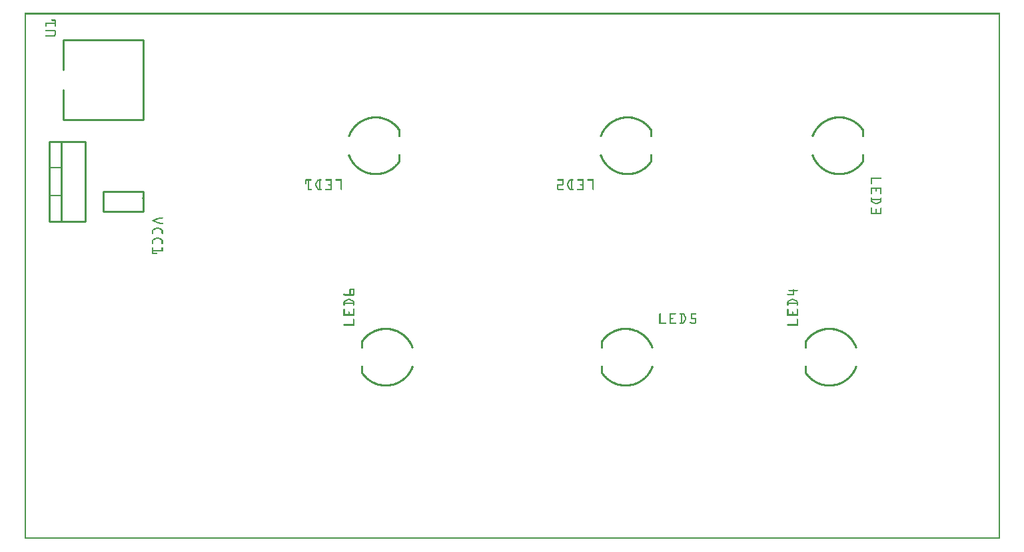
<source format=gto>
G04 MADE WITH FRITZING*
G04 WWW.FRITZING.ORG*
G04 DOUBLE SIDED*
G04 HOLES PLATED*
G04 CONTOUR ON CENTER OF CONTOUR VECTOR*
%ASAXBY*%
%FSLAX23Y23*%
%MOIN*%
%OFA0B0*%
%SFA1.0B1.0*%
%ADD10C,0.010000*%
%ADD11C,0.005000*%
%ADD12R,0.001000X0.001000*%
%LNSILK1*%
G90*
G70*
G54D10*
X193Y2101D02*
X593Y2101D01*
D02*
X593Y2101D02*
X593Y2501D01*
D02*
X593Y2501D02*
X193Y2501D01*
D02*
X193Y2101D02*
X193Y2251D01*
D02*
X193Y2351D02*
X193Y2501D01*
D02*
X123Y1591D02*
X123Y1991D01*
D02*
X123Y1991D02*
X303Y1991D01*
D02*
X303Y1991D02*
X303Y1591D01*
D02*
X303Y1591D02*
X123Y1591D01*
D02*
X123Y1591D02*
X123Y1991D01*
D02*
X123Y1991D02*
X183Y1991D01*
D02*
X183Y1991D02*
X183Y1591D01*
D02*
X183Y1591D02*
X123Y1591D01*
G54D11*
D02*
X123Y1721D02*
X183Y1721D01*
D02*
X123Y1861D02*
X183Y1861D01*
G54D10*
D02*
X593Y1741D02*
X393Y1741D01*
D02*
X393Y1741D02*
X393Y1641D01*
D02*
X393Y1641D02*
X593Y1641D01*
D02*
X593Y1641D02*
X593Y1741D01*
G54D12*
X0Y2638D02*
X4880Y2638D01*
X0Y2637D02*
X4880Y2637D01*
X0Y2636D02*
X4880Y2636D01*
X0Y2635D02*
X4880Y2635D01*
X0Y2634D02*
X4880Y2634D01*
X0Y2633D02*
X4880Y2633D01*
X0Y2632D02*
X4880Y2632D01*
X0Y2631D02*
X4880Y2631D01*
X0Y2630D02*
X7Y2630D01*
X4873Y2630D02*
X4880Y2630D01*
X0Y2629D02*
X7Y2629D01*
X4873Y2629D02*
X4880Y2629D01*
X0Y2628D02*
X7Y2628D01*
X4873Y2628D02*
X4880Y2628D01*
X0Y2627D02*
X7Y2627D01*
X4873Y2627D02*
X4880Y2627D01*
X0Y2626D02*
X7Y2626D01*
X4873Y2626D02*
X4880Y2626D01*
X0Y2625D02*
X7Y2625D01*
X4873Y2625D02*
X4880Y2625D01*
X0Y2624D02*
X7Y2624D01*
X4873Y2624D02*
X4880Y2624D01*
X0Y2623D02*
X7Y2623D01*
X4873Y2623D02*
X4880Y2623D01*
X0Y2622D02*
X7Y2622D01*
X4873Y2622D02*
X4880Y2622D01*
X0Y2621D02*
X7Y2621D01*
X4873Y2621D02*
X4880Y2621D01*
X0Y2620D02*
X7Y2620D01*
X4873Y2620D02*
X4880Y2620D01*
X0Y2619D02*
X7Y2619D01*
X4873Y2619D02*
X4880Y2619D01*
X0Y2618D02*
X7Y2618D01*
X4873Y2618D02*
X4880Y2618D01*
X0Y2617D02*
X7Y2617D01*
X4873Y2617D02*
X4880Y2617D01*
X0Y2616D02*
X7Y2616D01*
X4873Y2616D02*
X4880Y2616D01*
X0Y2615D02*
X7Y2615D01*
X4873Y2615D02*
X4880Y2615D01*
X0Y2614D02*
X7Y2614D01*
X4873Y2614D02*
X4880Y2614D01*
X0Y2613D02*
X7Y2613D01*
X4873Y2613D02*
X4880Y2613D01*
X0Y2612D02*
X7Y2612D01*
X4873Y2612D02*
X4880Y2612D01*
X0Y2611D02*
X7Y2611D01*
X4873Y2611D02*
X4880Y2611D01*
X0Y2610D02*
X7Y2610D01*
X4873Y2610D02*
X4880Y2610D01*
X0Y2609D02*
X7Y2609D01*
X4873Y2609D02*
X4880Y2609D01*
X0Y2608D02*
X7Y2608D01*
X4873Y2608D02*
X4880Y2608D01*
X0Y2607D02*
X7Y2607D01*
X4873Y2607D02*
X4880Y2607D01*
X0Y2606D02*
X7Y2606D01*
X4873Y2606D02*
X4880Y2606D01*
X0Y2605D02*
X7Y2605D01*
X4873Y2605D02*
X4880Y2605D01*
X0Y2604D02*
X7Y2604D01*
X136Y2604D02*
X153Y2604D01*
X4873Y2604D02*
X4880Y2604D01*
X0Y2603D02*
X7Y2603D01*
X134Y2603D02*
X155Y2603D01*
X4873Y2603D02*
X4880Y2603D01*
X0Y2602D02*
X7Y2602D01*
X133Y2602D02*
X156Y2602D01*
X4873Y2602D02*
X4880Y2602D01*
X0Y2601D02*
X7Y2601D01*
X133Y2601D02*
X157Y2601D01*
X4873Y2601D02*
X4880Y2601D01*
X0Y2600D02*
X7Y2600D01*
X133Y2600D02*
X157Y2600D01*
X4873Y2600D02*
X4880Y2600D01*
X0Y2599D02*
X7Y2599D01*
X133Y2599D02*
X157Y2599D01*
X4873Y2599D02*
X4880Y2599D01*
X0Y2598D02*
X7Y2598D01*
X134Y2598D02*
X157Y2598D01*
X4873Y2598D02*
X4880Y2598D01*
X0Y2597D02*
X7Y2597D01*
X137Y2597D02*
X157Y2597D01*
X4873Y2597D02*
X4880Y2597D01*
X0Y2596D02*
X7Y2596D01*
X151Y2596D02*
X157Y2596D01*
X4873Y2596D02*
X4880Y2596D01*
X0Y2595D02*
X7Y2595D01*
X151Y2595D02*
X157Y2595D01*
X4873Y2595D02*
X4880Y2595D01*
X0Y2594D02*
X7Y2594D01*
X151Y2594D02*
X157Y2594D01*
X4873Y2594D02*
X4880Y2594D01*
X0Y2593D02*
X7Y2593D01*
X151Y2593D02*
X157Y2593D01*
X4873Y2593D02*
X4880Y2593D01*
X0Y2592D02*
X7Y2592D01*
X151Y2592D02*
X157Y2592D01*
X4873Y2592D02*
X4880Y2592D01*
X0Y2591D02*
X7Y2591D01*
X151Y2591D02*
X157Y2591D01*
X4873Y2591D02*
X4880Y2591D01*
X0Y2590D02*
X7Y2590D01*
X104Y2590D02*
X157Y2590D01*
X4873Y2590D02*
X4880Y2590D01*
X0Y2589D02*
X7Y2589D01*
X103Y2589D02*
X157Y2589D01*
X4873Y2589D02*
X4880Y2589D01*
X0Y2588D02*
X7Y2588D01*
X103Y2588D02*
X157Y2588D01*
X4873Y2588D02*
X4880Y2588D01*
X0Y2587D02*
X7Y2587D01*
X103Y2587D02*
X157Y2587D01*
X4873Y2587D02*
X4880Y2587D01*
X0Y2586D02*
X7Y2586D01*
X103Y2586D02*
X157Y2586D01*
X4873Y2586D02*
X4880Y2586D01*
X0Y2585D02*
X7Y2585D01*
X103Y2585D02*
X157Y2585D01*
X4873Y2585D02*
X4880Y2585D01*
X0Y2584D02*
X7Y2584D01*
X103Y2584D02*
X157Y2584D01*
X4873Y2584D02*
X4880Y2584D01*
X0Y2583D02*
X7Y2583D01*
X103Y2583D02*
X110Y2583D01*
X150Y2583D02*
X157Y2583D01*
X4873Y2583D02*
X4880Y2583D01*
X0Y2582D02*
X7Y2582D01*
X103Y2582D02*
X109Y2582D01*
X151Y2582D02*
X157Y2582D01*
X4873Y2582D02*
X4880Y2582D01*
X0Y2581D02*
X7Y2581D01*
X103Y2581D02*
X109Y2581D01*
X151Y2581D02*
X157Y2581D01*
X4873Y2581D02*
X4880Y2581D01*
X0Y2580D02*
X7Y2580D01*
X103Y2580D02*
X109Y2580D01*
X151Y2580D02*
X157Y2580D01*
X4873Y2580D02*
X4880Y2580D01*
X0Y2579D02*
X7Y2579D01*
X103Y2579D02*
X109Y2579D01*
X151Y2579D02*
X157Y2579D01*
X4873Y2579D02*
X4880Y2579D01*
X0Y2578D02*
X7Y2578D01*
X103Y2578D02*
X109Y2578D01*
X151Y2578D02*
X157Y2578D01*
X4873Y2578D02*
X4880Y2578D01*
X0Y2577D02*
X7Y2577D01*
X103Y2577D02*
X109Y2577D01*
X151Y2577D02*
X157Y2577D01*
X4873Y2577D02*
X4880Y2577D01*
X0Y2576D02*
X7Y2576D01*
X103Y2576D02*
X109Y2576D01*
X151Y2576D02*
X157Y2576D01*
X4873Y2576D02*
X4880Y2576D01*
X0Y2575D02*
X7Y2575D01*
X103Y2575D02*
X109Y2575D01*
X151Y2575D02*
X157Y2575D01*
X4873Y2575D02*
X4880Y2575D01*
X0Y2574D02*
X7Y2574D01*
X103Y2574D02*
X109Y2574D01*
X151Y2574D02*
X157Y2574D01*
X4873Y2574D02*
X4880Y2574D01*
X0Y2573D02*
X7Y2573D01*
X103Y2573D02*
X109Y2573D01*
X151Y2573D02*
X157Y2573D01*
X4873Y2573D02*
X4880Y2573D01*
X0Y2572D02*
X7Y2572D01*
X104Y2572D02*
X109Y2572D01*
X151Y2572D02*
X156Y2572D01*
X4873Y2572D02*
X4880Y2572D01*
X0Y2571D02*
X7Y2571D01*
X104Y2571D02*
X109Y2571D01*
X151Y2571D02*
X156Y2571D01*
X4873Y2571D02*
X4880Y2571D01*
X0Y2570D02*
X7Y2570D01*
X105Y2570D02*
X108Y2570D01*
X152Y2570D02*
X155Y2570D01*
X4873Y2570D02*
X4880Y2570D01*
X0Y2569D02*
X7Y2569D01*
X4873Y2569D02*
X4880Y2569D01*
X0Y2568D02*
X7Y2568D01*
X4873Y2568D02*
X4880Y2568D01*
X0Y2567D02*
X7Y2567D01*
X4873Y2567D02*
X4880Y2567D01*
X0Y2566D02*
X7Y2566D01*
X4873Y2566D02*
X4880Y2566D01*
X0Y2565D02*
X7Y2565D01*
X4873Y2565D02*
X4880Y2565D01*
X0Y2564D02*
X7Y2564D01*
X4873Y2564D02*
X4880Y2564D01*
X0Y2563D02*
X7Y2563D01*
X4873Y2563D02*
X4880Y2563D01*
X0Y2562D02*
X7Y2562D01*
X4873Y2562D02*
X4880Y2562D01*
X0Y2561D02*
X7Y2561D01*
X4873Y2561D02*
X4880Y2561D01*
X0Y2560D02*
X7Y2560D01*
X4873Y2560D02*
X4880Y2560D01*
X0Y2559D02*
X7Y2559D01*
X4873Y2559D02*
X4880Y2559D01*
X0Y2558D02*
X7Y2558D01*
X4873Y2558D02*
X4880Y2558D01*
X0Y2557D02*
X7Y2557D01*
X4873Y2557D02*
X4880Y2557D01*
X0Y2556D02*
X7Y2556D01*
X4873Y2556D02*
X4880Y2556D01*
X0Y2555D02*
X7Y2555D01*
X4873Y2555D02*
X4880Y2555D01*
X0Y2554D02*
X7Y2554D01*
X4873Y2554D02*
X4880Y2554D01*
X0Y2553D02*
X7Y2553D01*
X105Y2553D02*
X150Y2553D01*
X4873Y2553D02*
X4880Y2553D01*
X0Y2552D02*
X7Y2552D01*
X104Y2552D02*
X152Y2552D01*
X4873Y2552D02*
X4880Y2552D01*
X0Y2551D02*
X7Y2551D01*
X104Y2551D02*
X153Y2551D01*
X4873Y2551D02*
X4880Y2551D01*
X0Y2550D02*
X7Y2550D01*
X104Y2550D02*
X154Y2550D01*
X4873Y2550D02*
X4880Y2550D01*
X0Y2549D02*
X7Y2549D01*
X104Y2549D02*
X155Y2549D01*
X4873Y2549D02*
X4880Y2549D01*
X0Y2548D02*
X7Y2548D01*
X104Y2548D02*
X155Y2548D01*
X4873Y2548D02*
X4880Y2548D01*
X0Y2547D02*
X7Y2547D01*
X106Y2547D02*
X156Y2547D01*
X4873Y2547D02*
X4880Y2547D01*
X0Y2546D02*
X7Y2546D01*
X149Y2546D02*
X156Y2546D01*
X4873Y2546D02*
X4880Y2546D01*
X0Y2545D02*
X7Y2545D01*
X150Y2545D02*
X156Y2545D01*
X4873Y2545D02*
X4880Y2545D01*
X0Y2544D02*
X7Y2544D01*
X150Y2544D02*
X157Y2544D01*
X4873Y2544D02*
X4880Y2544D01*
X0Y2543D02*
X7Y2543D01*
X151Y2543D02*
X157Y2543D01*
X4873Y2543D02*
X4880Y2543D01*
X0Y2542D02*
X7Y2542D01*
X151Y2542D02*
X157Y2542D01*
X4873Y2542D02*
X4880Y2542D01*
X0Y2541D02*
X7Y2541D01*
X151Y2541D02*
X157Y2541D01*
X4873Y2541D02*
X4880Y2541D01*
X0Y2540D02*
X7Y2540D01*
X151Y2540D02*
X157Y2540D01*
X4873Y2540D02*
X4880Y2540D01*
X0Y2539D02*
X7Y2539D01*
X151Y2539D02*
X157Y2539D01*
X4873Y2539D02*
X4880Y2539D01*
X0Y2538D02*
X7Y2538D01*
X151Y2538D02*
X157Y2538D01*
X4873Y2538D02*
X4880Y2538D01*
X0Y2537D02*
X7Y2537D01*
X151Y2537D02*
X157Y2537D01*
X4873Y2537D02*
X4880Y2537D01*
X0Y2536D02*
X7Y2536D01*
X151Y2536D02*
X157Y2536D01*
X4873Y2536D02*
X4880Y2536D01*
X0Y2535D02*
X7Y2535D01*
X151Y2535D02*
X157Y2535D01*
X4873Y2535D02*
X4880Y2535D01*
X0Y2534D02*
X7Y2534D01*
X151Y2534D02*
X157Y2534D01*
X4873Y2534D02*
X4880Y2534D01*
X0Y2533D02*
X7Y2533D01*
X151Y2533D02*
X157Y2533D01*
X4873Y2533D02*
X4880Y2533D01*
X0Y2532D02*
X7Y2532D01*
X151Y2532D02*
X157Y2532D01*
X4873Y2532D02*
X4880Y2532D01*
X0Y2531D02*
X7Y2531D01*
X151Y2531D02*
X157Y2531D01*
X4873Y2531D02*
X4880Y2531D01*
X0Y2530D02*
X7Y2530D01*
X151Y2530D02*
X157Y2530D01*
X4873Y2530D02*
X4880Y2530D01*
X0Y2529D02*
X7Y2529D01*
X150Y2529D02*
X157Y2529D01*
X4873Y2529D02*
X4880Y2529D01*
X0Y2528D02*
X7Y2528D01*
X150Y2528D02*
X156Y2528D01*
X4873Y2528D02*
X4880Y2528D01*
X0Y2527D02*
X7Y2527D01*
X149Y2527D02*
X156Y2527D01*
X4873Y2527D02*
X4880Y2527D01*
X0Y2526D02*
X7Y2526D01*
X106Y2526D02*
X156Y2526D01*
X4873Y2526D02*
X4880Y2526D01*
X0Y2525D02*
X7Y2525D01*
X104Y2525D02*
X155Y2525D01*
X4873Y2525D02*
X4880Y2525D01*
X0Y2524D02*
X7Y2524D01*
X104Y2524D02*
X155Y2524D01*
X4873Y2524D02*
X4880Y2524D01*
X0Y2523D02*
X7Y2523D01*
X104Y2523D02*
X154Y2523D01*
X4873Y2523D02*
X4880Y2523D01*
X0Y2522D02*
X7Y2522D01*
X104Y2522D02*
X153Y2522D01*
X4873Y2522D02*
X4880Y2522D01*
X0Y2521D02*
X7Y2521D01*
X104Y2521D02*
X152Y2521D01*
X4873Y2521D02*
X4880Y2521D01*
X0Y2520D02*
X7Y2520D01*
X105Y2520D02*
X150Y2520D01*
X4873Y2520D02*
X4880Y2520D01*
X0Y2519D02*
X7Y2519D01*
X4873Y2519D02*
X4880Y2519D01*
X0Y2518D02*
X7Y2518D01*
X4873Y2518D02*
X4880Y2518D01*
X0Y2517D02*
X7Y2517D01*
X4873Y2517D02*
X4880Y2517D01*
X0Y2516D02*
X7Y2516D01*
X4873Y2516D02*
X4880Y2516D01*
X0Y2515D02*
X7Y2515D01*
X4873Y2515D02*
X4880Y2515D01*
X0Y2514D02*
X7Y2514D01*
X4873Y2514D02*
X4880Y2514D01*
X0Y2513D02*
X7Y2513D01*
X4873Y2513D02*
X4880Y2513D01*
X0Y2512D02*
X7Y2512D01*
X4873Y2512D02*
X4880Y2512D01*
X0Y2511D02*
X7Y2511D01*
X4873Y2511D02*
X4880Y2511D01*
X0Y2510D02*
X7Y2510D01*
X4873Y2510D02*
X4880Y2510D01*
X0Y2509D02*
X7Y2509D01*
X4873Y2509D02*
X4880Y2509D01*
X0Y2508D02*
X7Y2508D01*
X4873Y2508D02*
X4880Y2508D01*
X0Y2507D02*
X7Y2507D01*
X4873Y2507D02*
X4880Y2507D01*
X0Y2506D02*
X7Y2506D01*
X4873Y2506D02*
X4880Y2506D01*
X0Y2505D02*
X7Y2505D01*
X4873Y2505D02*
X4880Y2505D01*
X0Y2504D02*
X7Y2504D01*
X4873Y2504D02*
X4880Y2504D01*
X0Y2503D02*
X7Y2503D01*
X4873Y2503D02*
X4880Y2503D01*
X0Y2502D02*
X7Y2502D01*
X4873Y2502D02*
X4880Y2502D01*
X0Y2501D02*
X7Y2501D01*
X4873Y2501D02*
X4880Y2501D01*
X0Y2500D02*
X7Y2500D01*
X4873Y2500D02*
X4880Y2500D01*
X0Y2499D02*
X7Y2499D01*
X4873Y2499D02*
X4880Y2499D01*
X0Y2498D02*
X7Y2498D01*
X4873Y2498D02*
X4880Y2498D01*
X0Y2497D02*
X7Y2497D01*
X4873Y2497D02*
X4880Y2497D01*
X0Y2496D02*
X7Y2496D01*
X4873Y2496D02*
X4880Y2496D01*
X0Y2495D02*
X7Y2495D01*
X4873Y2495D02*
X4880Y2495D01*
X0Y2494D02*
X7Y2494D01*
X4873Y2494D02*
X4880Y2494D01*
X0Y2493D02*
X7Y2493D01*
X4873Y2493D02*
X4880Y2493D01*
X0Y2492D02*
X7Y2492D01*
X4873Y2492D02*
X4880Y2492D01*
X0Y2491D02*
X7Y2491D01*
X4873Y2491D02*
X4880Y2491D01*
X0Y2490D02*
X7Y2490D01*
X4873Y2490D02*
X4880Y2490D01*
X0Y2489D02*
X7Y2489D01*
X4873Y2489D02*
X4880Y2489D01*
X0Y2488D02*
X7Y2488D01*
X4873Y2488D02*
X4880Y2488D01*
X0Y2487D02*
X7Y2487D01*
X4873Y2487D02*
X4880Y2487D01*
X0Y2486D02*
X7Y2486D01*
X4873Y2486D02*
X4880Y2486D01*
X0Y2485D02*
X7Y2485D01*
X4873Y2485D02*
X4880Y2485D01*
X0Y2484D02*
X7Y2484D01*
X4873Y2484D02*
X4880Y2484D01*
X0Y2483D02*
X7Y2483D01*
X4873Y2483D02*
X4880Y2483D01*
X0Y2482D02*
X7Y2482D01*
X4873Y2482D02*
X4880Y2482D01*
X0Y2481D02*
X7Y2481D01*
X4873Y2481D02*
X4880Y2481D01*
X0Y2480D02*
X7Y2480D01*
X4873Y2480D02*
X4880Y2480D01*
X0Y2479D02*
X7Y2479D01*
X4873Y2479D02*
X4880Y2479D01*
X0Y2478D02*
X7Y2478D01*
X4873Y2478D02*
X4880Y2478D01*
X0Y2477D02*
X7Y2477D01*
X4873Y2477D02*
X4880Y2477D01*
X0Y2476D02*
X7Y2476D01*
X4873Y2476D02*
X4880Y2476D01*
X0Y2475D02*
X7Y2475D01*
X4873Y2475D02*
X4880Y2475D01*
X0Y2474D02*
X7Y2474D01*
X4873Y2474D02*
X4880Y2474D01*
X0Y2473D02*
X7Y2473D01*
X4873Y2473D02*
X4880Y2473D01*
X0Y2472D02*
X7Y2472D01*
X4873Y2472D02*
X4880Y2472D01*
X0Y2471D02*
X7Y2471D01*
X4873Y2471D02*
X4880Y2471D01*
X0Y2470D02*
X7Y2470D01*
X4873Y2470D02*
X4880Y2470D01*
X0Y2469D02*
X7Y2469D01*
X4873Y2469D02*
X4880Y2469D01*
X0Y2468D02*
X7Y2468D01*
X4873Y2468D02*
X4880Y2468D01*
X0Y2467D02*
X7Y2467D01*
X4873Y2467D02*
X4880Y2467D01*
X0Y2466D02*
X7Y2466D01*
X4873Y2466D02*
X4880Y2466D01*
X0Y2465D02*
X7Y2465D01*
X4873Y2465D02*
X4880Y2465D01*
X0Y2464D02*
X7Y2464D01*
X4873Y2464D02*
X4880Y2464D01*
X0Y2463D02*
X7Y2463D01*
X4873Y2463D02*
X4880Y2463D01*
X0Y2462D02*
X7Y2462D01*
X4873Y2462D02*
X4880Y2462D01*
X0Y2461D02*
X7Y2461D01*
X4873Y2461D02*
X4880Y2461D01*
X0Y2460D02*
X7Y2460D01*
X4873Y2460D02*
X4880Y2460D01*
X0Y2459D02*
X7Y2459D01*
X4873Y2459D02*
X4880Y2459D01*
X0Y2458D02*
X7Y2458D01*
X4873Y2458D02*
X4880Y2458D01*
X0Y2457D02*
X7Y2457D01*
X4873Y2457D02*
X4880Y2457D01*
X0Y2456D02*
X7Y2456D01*
X4873Y2456D02*
X4880Y2456D01*
X0Y2455D02*
X7Y2455D01*
X4873Y2455D02*
X4880Y2455D01*
X0Y2454D02*
X7Y2454D01*
X4873Y2454D02*
X4880Y2454D01*
X0Y2453D02*
X7Y2453D01*
X4873Y2453D02*
X4880Y2453D01*
X0Y2452D02*
X7Y2452D01*
X4873Y2452D02*
X4880Y2452D01*
X0Y2451D02*
X7Y2451D01*
X4873Y2451D02*
X4880Y2451D01*
X0Y2450D02*
X7Y2450D01*
X4873Y2450D02*
X4880Y2450D01*
X0Y2449D02*
X7Y2449D01*
X4873Y2449D02*
X4880Y2449D01*
X0Y2448D02*
X7Y2448D01*
X4873Y2448D02*
X4880Y2448D01*
X0Y2447D02*
X7Y2447D01*
X4873Y2447D02*
X4880Y2447D01*
X0Y2446D02*
X7Y2446D01*
X4873Y2446D02*
X4880Y2446D01*
X0Y2445D02*
X7Y2445D01*
X4873Y2445D02*
X4880Y2445D01*
X0Y2444D02*
X7Y2444D01*
X4873Y2444D02*
X4880Y2444D01*
X0Y2443D02*
X7Y2443D01*
X4873Y2443D02*
X4880Y2443D01*
X0Y2442D02*
X7Y2442D01*
X4873Y2442D02*
X4880Y2442D01*
X0Y2441D02*
X7Y2441D01*
X4873Y2441D02*
X4880Y2441D01*
X0Y2440D02*
X7Y2440D01*
X4873Y2440D02*
X4880Y2440D01*
X0Y2439D02*
X7Y2439D01*
X4873Y2439D02*
X4880Y2439D01*
X0Y2438D02*
X7Y2438D01*
X4873Y2438D02*
X4880Y2438D01*
X0Y2437D02*
X7Y2437D01*
X4873Y2437D02*
X4880Y2437D01*
X0Y2436D02*
X7Y2436D01*
X4873Y2436D02*
X4880Y2436D01*
X0Y2435D02*
X7Y2435D01*
X4873Y2435D02*
X4880Y2435D01*
X0Y2434D02*
X7Y2434D01*
X4873Y2434D02*
X4880Y2434D01*
X0Y2433D02*
X7Y2433D01*
X4873Y2433D02*
X4880Y2433D01*
X0Y2432D02*
X7Y2432D01*
X4873Y2432D02*
X4880Y2432D01*
X0Y2431D02*
X7Y2431D01*
X4873Y2431D02*
X4880Y2431D01*
X0Y2430D02*
X7Y2430D01*
X4873Y2430D02*
X4880Y2430D01*
X0Y2429D02*
X7Y2429D01*
X4873Y2429D02*
X4880Y2429D01*
X0Y2428D02*
X7Y2428D01*
X4873Y2428D02*
X4880Y2428D01*
X0Y2427D02*
X7Y2427D01*
X4873Y2427D02*
X4880Y2427D01*
X0Y2426D02*
X7Y2426D01*
X4873Y2426D02*
X4880Y2426D01*
X0Y2425D02*
X7Y2425D01*
X4873Y2425D02*
X4880Y2425D01*
X0Y2424D02*
X7Y2424D01*
X4873Y2424D02*
X4880Y2424D01*
X0Y2423D02*
X7Y2423D01*
X4873Y2423D02*
X4880Y2423D01*
X0Y2422D02*
X7Y2422D01*
X4873Y2422D02*
X4880Y2422D01*
X0Y2421D02*
X7Y2421D01*
X4873Y2421D02*
X4880Y2421D01*
X0Y2420D02*
X7Y2420D01*
X4873Y2420D02*
X4880Y2420D01*
X0Y2419D02*
X7Y2419D01*
X4873Y2419D02*
X4880Y2419D01*
X0Y2418D02*
X7Y2418D01*
X4873Y2418D02*
X4880Y2418D01*
X0Y2417D02*
X7Y2417D01*
X4873Y2417D02*
X4880Y2417D01*
X0Y2416D02*
X7Y2416D01*
X4873Y2416D02*
X4880Y2416D01*
X0Y2415D02*
X7Y2415D01*
X4873Y2415D02*
X4880Y2415D01*
X0Y2414D02*
X7Y2414D01*
X4873Y2414D02*
X4880Y2414D01*
X0Y2413D02*
X7Y2413D01*
X4873Y2413D02*
X4880Y2413D01*
X0Y2412D02*
X7Y2412D01*
X4873Y2412D02*
X4880Y2412D01*
X0Y2411D02*
X7Y2411D01*
X4873Y2411D02*
X4880Y2411D01*
X0Y2410D02*
X7Y2410D01*
X4873Y2410D02*
X4880Y2410D01*
X0Y2409D02*
X7Y2409D01*
X4873Y2409D02*
X4880Y2409D01*
X0Y2408D02*
X7Y2408D01*
X4873Y2408D02*
X4880Y2408D01*
X0Y2407D02*
X7Y2407D01*
X4873Y2407D02*
X4880Y2407D01*
X0Y2406D02*
X7Y2406D01*
X4873Y2406D02*
X4880Y2406D01*
X0Y2405D02*
X7Y2405D01*
X4873Y2405D02*
X4880Y2405D01*
X0Y2404D02*
X7Y2404D01*
X4873Y2404D02*
X4880Y2404D01*
X0Y2403D02*
X7Y2403D01*
X4873Y2403D02*
X4880Y2403D01*
X0Y2402D02*
X7Y2402D01*
X4873Y2402D02*
X4880Y2402D01*
X0Y2401D02*
X7Y2401D01*
X4873Y2401D02*
X4880Y2401D01*
X0Y2400D02*
X7Y2400D01*
X4873Y2400D02*
X4880Y2400D01*
X0Y2399D02*
X7Y2399D01*
X4873Y2399D02*
X4880Y2399D01*
X0Y2398D02*
X7Y2398D01*
X4873Y2398D02*
X4880Y2398D01*
X0Y2397D02*
X7Y2397D01*
X4873Y2397D02*
X4880Y2397D01*
X0Y2396D02*
X7Y2396D01*
X4873Y2396D02*
X4880Y2396D01*
X0Y2395D02*
X7Y2395D01*
X4873Y2395D02*
X4880Y2395D01*
X0Y2394D02*
X7Y2394D01*
X4873Y2394D02*
X4880Y2394D01*
X0Y2393D02*
X7Y2393D01*
X4873Y2393D02*
X4880Y2393D01*
X0Y2392D02*
X7Y2392D01*
X4873Y2392D02*
X4880Y2392D01*
X0Y2391D02*
X7Y2391D01*
X4873Y2391D02*
X4880Y2391D01*
X0Y2390D02*
X7Y2390D01*
X4873Y2390D02*
X4880Y2390D01*
X0Y2389D02*
X7Y2389D01*
X4873Y2389D02*
X4880Y2389D01*
X0Y2388D02*
X7Y2388D01*
X4873Y2388D02*
X4880Y2388D01*
X0Y2387D02*
X7Y2387D01*
X4873Y2387D02*
X4880Y2387D01*
X0Y2386D02*
X7Y2386D01*
X4873Y2386D02*
X4880Y2386D01*
X0Y2385D02*
X7Y2385D01*
X4873Y2385D02*
X4880Y2385D01*
X0Y2384D02*
X7Y2384D01*
X4873Y2384D02*
X4880Y2384D01*
X0Y2383D02*
X7Y2383D01*
X4873Y2383D02*
X4880Y2383D01*
X0Y2382D02*
X7Y2382D01*
X4873Y2382D02*
X4880Y2382D01*
X0Y2381D02*
X7Y2381D01*
X4873Y2381D02*
X4880Y2381D01*
X0Y2380D02*
X7Y2380D01*
X4873Y2380D02*
X4880Y2380D01*
X0Y2379D02*
X7Y2379D01*
X4873Y2379D02*
X4880Y2379D01*
X0Y2378D02*
X7Y2378D01*
X4873Y2378D02*
X4880Y2378D01*
X0Y2377D02*
X7Y2377D01*
X4873Y2377D02*
X4880Y2377D01*
X0Y2376D02*
X7Y2376D01*
X4873Y2376D02*
X4880Y2376D01*
X0Y2375D02*
X7Y2375D01*
X4873Y2375D02*
X4880Y2375D01*
X0Y2374D02*
X7Y2374D01*
X4873Y2374D02*
X4880Y2374D01*
X0Y2373D02*
X7Y2373D01*
X4873Y2373D02*
X4880Y2373D01*
X0Y2372D02*
X7Y2372D01*
X4873Y2372D02*
X4880Y2372D01*
X0Y2371D02*
X7Y2371D01*
X4873Y2371D02*
X4880Y2371D01*
X0Y2370D02*
X7Y2370D01*
X4873Y2370D02*
X4880Y2370D01*
X0Y2369D02*
X7Y2369D01*
X4873Y2369D02*
X4880Y2369D01*
X0Y2368D02*
X7Y2368D01*
X4873Y2368D02*
X4880Y2368D01*
X0Y2367D02*
X7Y2367D01*
X4873Y2367D02*
X4880Y2367D01*
X0Y2366D02*
X7Y2366D01*
X4873Y2366D02*
X4880Y2366D01*
X0Y2365D02*
X7Y2365D01*
X4873Y2365D02*
X4880Y2365D01*
X0Y2364D02*
X7Y2364D01*
X4873Y2364D02*
X4880Y2364D01*
X0Y2363D02*
X7Y2363D01*
X4873Y2363D02*
X4880Y2363D01*
X0Y2362D02*
X7Y2362D01*
X4873Y2362D02*
X4880Y2362D01*
X0Y2361D02*
X7Y2361D01*
X4873Y2361D02*
X4880Y2361D01*
X0Y2360D02*
X7Y2360D01*
X4873Y2360D02*
X4880Y2360D01*
X0Y2359D02*
X7Y2359D01*
X4873Y2359D02*
X4880Y2359D01*
X0Y2358D02*
X7Y2358D01*
X4873Y2358D02*
X4880Y2358D01*
X0Y2357D02*
X7Y2357D01*
X4873Y2357D02*
X4880Y2357D01*
X0Y2356D02*
X7Y2356D01*
X4873Y2356D02*
X4880Y2356D01*
X0Y2355D02*
X7Y2355D01*
X4873Y2355D02*
X4880Y2355D01*
X0Y2354D02*
X7Y2354D01*
X4873Y2354D02*
X4880Y2354D01*
X0Y2353D02*
X7Y2353D01*
X4873Y2353D02*
X4880Y2353D01*
X0Y2352D02*
X7Y2352D01*
X4873Y2352D02*
X4880Y2352D01*
X0Y2351D02*
X7Y2351D01*
X4873Y2351D02*
X4880Y2351D01*
X0Y2350D02*
X7Y2350D01*
X4873Y2350D02*
X4880Y2350D01*
X0Y2349D02*
X7Y2349D01*
X4873Y2349D02*
X4880Y2349D01*
X0Y2348D02*
X7Y2348D01*
X4873Y2348D02*
X4880Y2348D01*
X0Y2347D02*
X7Y2347D01*
X4873Y2347D02*
X4880Y2347D01*
X0Y2346D02*
X7Y2346D01*
X4873Y2346D02*
X4880Y2346D01*
X0Y2345D02*
X7Y2345D01*
X4873Y2345D02*
X4880Y2345D01*
X0Y2344D02*
X7Y2344D01*
X4873Y2344D02*
X4880Y2344D01*
X0Y2343D02*
X7Y2343D01*
X4873Y2343D02*
X4880Y2343D01*
X0Y2342D02*
X7Y2342D01*
X4873Y2342D02*
X4880Y2342D01*
X0Y2341D02*
X7Y2341D01*
X4873Y2341D02*
X4880Y2341D01*
X0Y2340D02*
X7Y2340D01*
X4873Y2340D02*
X4880Y2340D01*
X0Y2339D02*
X7Y2339D01*
X4873Y2339D02*
X4880Y2339D01*
X0Y2338D02*
X7Y2338D01*
X4873Y2338D02*
X4880Y2338D01*
X0Y2337D02*
X7Y2337D01*
X4873Y2337D02*
X4880Y2337D01*
X0Y2336D02*
X7Y2336D01*
X4873Y2336D02*
X4880Y2336D01*
X0Y2335D02*
X7Y2335D01*
X4873Y2335D02*
X4880Y2335D01*
X0Y2334D02*
X7Y2334D01*
X4873Y2334D02*
X4880Y2334D01*
X0Y2333D02*
X7Y2333D01*
X4873Y2333D02*
X4880Y2333D01*
X0Y2332D02*
X7Y2332D01*
X4873Y2332D02*
X4880Y2332D01*
X0Y2331D02*
X7Y2331D01*
X4873Y2331D02*
X4880Y2331D01*
X0Y2330D02*
X7Y2330D01*
X4873Y2330D02*
X4880Y2330D01*
X0Y2329D02*
X7Y2329D01*
X4873Y2329D02*
X4880Y2329D01*
X0Y2328D02*
X7Y2328D01*
X4873Y2328D02*
X4880Y2328D01*
X0Y2327D02*
X7Y2327D01*
X4873Y2327D02*
X4880Y2327D01*
X0Y2326D02*
X7Y2326D01*
X4873Y2326D02*
X4880Y2326D01*
X0Y2325D02*
X7Y2325D01*
X4873Y2325D02*
X4880Y2325D01*
X0Y2324D02*
X7Y2324D01*
X4873Y2324D02*
X4880Y2324D01*
X0Y2323D02*
X7Y2323D01*
X4873Y2323D02*
X4880Y2323D01*
X0Y2322D02*
X7Y2322D01*
X4873Y2322D02*
X4880Y2322D01*
X0Y2321D02*
X7Y2321D01*
X4873Y2321D02*
X4880Y2321D01*
X0Y2320D02*
X7Y2320D01*
X4873Y2320D02*
X4880Y2320D01*
X0Y2319D02*
X7Y2319D01*
X4873Y2319D02*
X4880Y2319D01*
X0Y2318D02*
X7Y2318D01*
X4873Y2318D02*
X4880Y2318D01*
X0Y2317D02*
X7Y2317D01*
X4873Y2317D02*
X4880Y2317D01*
X0Y2316D02*
X7Y2316D01*
X4873Y2316D02*
X4880Y2316D01*
X0Y2315D02*
X7Y2315D01*
X4873Y2315D02*
X4880Y2315D01*
X0Y2314D02*
X7Y2314D01*
X4873Y2314D02*
X4880Y2314D01*
X0Y2313D02*
X7Y2313D01*
X4873Y2313D02*
X4880Y2313D01*
X0Y2312D02*
X7Y2312D01*
X4873Y2312D02*
X4880Y2312D01*
X0Y2311D02*
X7Y2311D01*
X4873Y2311D02*
X4880Y2311D01*
X0Y2310D02*
X7Y2310D01*
X4873Y2310D02*
X4880Y2310D01*
X0Y2309D02*
X7Y2309D01*
X4873Y2309D02*
X4880Y2309D01*
X0Y2308D02*
X7Y2308D01*
X4873Y2308D02*
X4880Y2308D01*
X0Y2307D02*
X7Y2307D01*
X4873Y2307D02*
X4880Y2307D01*
X0Y2306D02*
X7Y2306D01*
X4873Y2306D02*
X4880Y2306D01*
X0Y2305D02*
X7Y2305D01*
X4873Y2305D02*
X4880Y2305D01*
X0Y2304D02*
X7Y2304D01*
X4873Y2304D02*
X4880Y2304D01*
X0Y2303D02*
X7Y2303D01*
X4873Y2303D02*
X4880Y2303D01*
X0Y2302D02*
X7Y2302D01*
X4873Y2302D02*
X4880Y2302D01*
X0Y2301D02*
X7Y2301D01*
X4873Y2301D02*
X4880Y2301D01*
X0Y2300D02*
X7Y2300D01*
X4873Y2300D02*
X4880Y2300D01*
X0Y2299D02*
X7Y2299D01*
X4873Y2299D02*
X4880Y2299D01*
X0Y2298D02*
X7Y2298D01*
X4873Y2298D02*
X4880Y2298D01*
X0Y2297D02*
X7Y2297D01*
X4873Y2297D02*
X4880Y2297D01*
X0Y2296D02*
X7Y2296D01*
X4873Y2296D02*
X4880Y2296D01*
X0Y2295D02*
X7Y2295D01*
X4873Y2295D02*
X4880Y2295D01*
X0Y2294D02*
X7Y2294D01*
X4873Y2294D02*
X4880Y2294D01*
X0Y2293D02*
X7Y2293D01*
X4873Y2293D02*
X4880Y2293D01*
X0Y2292D02*
X7Y2292D01*
X4873Y2292D02*
X4880Y2292D01*
X0Y2291D02*
X7Y2291D01*
X4873Y2291D02*
X4880Y2291D01*
X0Y2290D02*
X7Y2290D01*
X4873Y2290D02*
X4880Y2290D01*
X0Y2289D02*
X7Y2289D01*
X4873Y2289D02*
X4880Y2289D01*
X0Y2288D02*
X7Y2288D01*
X4873Y2288D02*
X4880Y2288D01*
X0Y2287D02*
X7Y2287D01*
X4873Y2287D02*
X4880Y2287D01*
X0Y2286D02*
X7Y2286D01*
X4873Y2286D02*
X4880Y2286D01*
X0Y2285D02*
X7Y2285D01*
X4873Y2285D02*
X4880Y2285D01*
X0Y2284D02*
X7Y2284D01*
X4873Y2284D02*
X4880Y2284D01*
X0Y2283D02*
X7Y2283D01*
X4873Y2283D02*
X4880Y2283D01*
X0Y2282D02*
X7Y2282D01*
X4873Y2282D02*
X4880Y2282D01*
X0Y2281D02*
X7Y2281D01*
X4873Y2281D02*
X4880Y2281D01*
X0Y2280D02*
X7Y2280D01*
X4873Y2280D02*
X4880Y2280D01*
X0Y2279D02*
X7Y2279D01*
X4873Y2279D02*
X4880Y2279D01*
X0Y2278D02*
X7Y2278D01*
X4873Y2278D02*
X4880Y2278D01*
X0Y2277D02*
X7Y2277D01*
X4873Y2277D02*
X4880Y2277D01*
X0Y2276D02*
X7Y2276D01*
X4873Y2276D02*
X4880Y2276D01*
X0Y2275D02*
X7Y2275D01*
X4873Y2275D02*
X4880Y2275D01*
X0Y2274D02*
X7Y2274D01*
X4873Y2274D02*
X4880Y2274D01*
X0Y2273D02*
X7Y2273D01*
X4873Y2273D02*
X4880Y2273D01*
X0Y2272D02*
X7Y2272D01*
X4873Y2272D02*
X4880Y2272D01*
X0Y2271D02*
X7Y2271D01*
X4873Y2271D02*
X4880Y2271D01*
X0Y2270D02*
X7Y2270D01*
X4873Y2270D02*
X4880Y2270D01*
X0Y2269D02*
X7Y2269D01*
X4873Y2269D02*
X4880Y2269D01*
X0Y2268D02*
X7Y2268D01*
X4873Y2268D02*
X4880Y2268D01*
X0Y2267D02*
X7Y2267D01*
X4873Y2267D02*
X4880Y2267D01*
X0Y2266D02*
X7Y2266D01*
X4873Y2266D02*
X4880Y2266D01*
X0Y2265D02*
X7Y2265D01*
X4873Y2265D02*
X4880Y2265D01*
X0Y2264D02*
X7Y2264D01*
X4873Y2264D02*
X4880Y2264D01*
X0Y2263D02*
X7Y2263D01*
X4873Y2263D02*
X4880Y2263D01*
X0Y2262D02*
X7Y2262D01*
X4873Y2262D02*
X4880Y2262D01*
X0Y2261D02*
X7Y2261D01*
X4873Y2261D02*
X4880Y2261D01*
X0Y2260D02*
X7Y2260D01*
X4873Y2260D02*
X4880Y2260D01*
X0Y2259D02*
X7Y2259D01*
X4873Y2259D02*
X4880Y2259D01*
X0Y2258D02*
X7Y2258D01*
X4873Y2258D02*
X4880Y2258D01*
X0Y2257D02*
X7Y2257D01*
X4873Y2257D02*
X4880Y2257D01*
X0Y2256D02*
X7Y2256D01*
X4873Y2256D02*
X4880Y2256D01*
X0Y2255D02*
X7Y2255D01*
X4873Y2255D02*
X4880Y2255D01*
X0Y2254D02*
X7Y2254D01*
X4873Y2254D02*
X4880Y2254D01*
X0Y2253D02*
X7Y2253D01*
X4873Y2253D02*
X4880Y2253D01*
X0Y2252D02*
X7Y2252D01*
X4873Y2252D02*
X4880Y2252D01*
X0Y2251D02*
X7Y2251D01*
X4873Y2251D02*
X4880Y2251D01*
X0Y2250D02*
X7Y2250D01*
X4873Y2250D02*
X4880Y2250D01*
X0Y2249D02*
X7Y2249D01*
X4873Y2249D02*
X4880Y2249D01*
X0Y2248D02*
X7Y2248D01*
X4873Y2248D02*
X4880Y2248D01*
X0Y2247D02*
X7Y2247D01*
X4873Y2247D02*
X4880Y2247D01*
X0Y2246D02*
X7Y2246D01*
X4873Y2246D02*
X4880Y2246D01*
X0Y2245D02*
X7Y2245D01*
X4873Y2245D02*
X4880Y2245D01*
X0Y2244D02*
X7Y2244D01*
X4873Y2244D02*
X4880Y2244D01*
X0Y2243D02*
X7Y2243D01*
X4873Y2243D02*
X4880Y2243D01*
X0Y2242D02*
X7Y2242D01*
X4873Y2242D02*
X4880Y2242D01*
X0Y2241D02*
X7Y2241D01*
X4873Y2241D02*
X4880Y2241D01*
X0Y2240D02*
X7Y2240D01*
X4873Y2240D02*
X4880Y2240D01*
X0Y2239D02*
X7Y2239D01*
X4873Y2239D02*
X4880Y2239D01*
X0Y2238D02*
X7Y2238D01*
X4873Y2238D02*
X4880Y2238D01*
X0Y2237D02*
X7Y2237D01*
X4873Y2237D02*
X4880Y2237D01*
X0Y2236D02*
X7Y2236D01*
X4873Y2236D02*
X4880Y2236D01*
X0Y2235D02*
X7Y2235D01*
X4873Y2235D02*
X4880Y2235D01*
X0Y2234D02*
X7Y2234D01*
X4873Y2234D02*
X4880Y2234D01*
X0Y2233D02*
X7Y2233D01*
X4873Y2233D02*
X4880Y2233D01*
X0Y2232D02*
X7Y2232D01*
X4873Y2232D02*
X4880Y2232D01*
X0Y2231D02*
X7Y2231D01*
X4873Y2231D02*
X4880Y2231D01*
X0Y2230D02*
X7Y2230D01*
X4873Y2230D02*
X4880Y2230D01*
X0Y2229D02*
X7Y2229D01*
X4873Y2229D02*
X4880Y2229D01*
X0Y2228D02*
X7Y2228D01*
X4873Y2228D02*
X4880Y2228D01*
X0Y2227D02*
X7Y2227D01*
X4873Y2227D02*
X4880Y2227D01*
X0Y2226D02*
X7Y2226D01*
X4873Y2226D02*
X4880Y2226D01*
X0Y2225D02*
X7Y2225D01*
X4873Y2225D02*
X4880Y2225D01*
X0Y2224D02*
X7Y2224D01*
X4873Y2224D02*
X4880Y2224D01*
X0Y2223D02*
X7Y2223D01*
X4873Y2223D02*
X4880Y2223D01*
X0Y2222D02*
X7Y2222D01*
X4873Y2222D02*
X4880Y2222D01*
X0Y2221D02*
X7Y2221D01*
X4873Y2221D02*
X4880Y2221D01*
X0Y2220D02*
X7Y2220D01*
X4873Y2220D02*
X4880Y2220D01*
X0Y2219D02*
X7Y2219D01*
X4873Y2219D02*
X4880Y2219D01*
X0Y2218D02*
X7Y2218D01*
X4873Y2218D02*
X4880Y2218D01*
X0Y2217D02*
X7Y2217D01*
X4873Y2217D02*
X4880Y2217D01*
X0Y2216D02*
X7Y2216D01*
X4873Y2216D02*
X4880Y2216D01*
X0Y2215D02*
X7Y2215D01*
X4873Y2215D02*
X4880Y2215D01*
X0Y2214D02*
X7Y2214D01*
X4873Y2214D02*
X4880Y2214D01*
X0Y2213D02*
X7Y2213D01*
X4873Y2213D02*
X4880Y2213D01*
X0Y2212D02*
X7Y2212D01*
X4873Y2212D02*
X4880Y2212D01*
X0Y2211D02*
X7Y2211D01*
X4873Y2211D02*
X4880Y2211D01*
X0Y2210D02*
X7Y2210D01*
X4873Y2210D02*
X4880Y2210D01*
X0Y2209D02*
X7Y2209D01*
X4873Y2209D02*
X4880Y2209D01*
X0Y2208D02*
X7Y2208D01*
X4873Y2208D02*
X4880Y2208D01*
X0Y2207D02*
X7Y2207D01*
X4873Y2207D02*
X4880Y2207D01*
X0Y2206D02*
X7Y2206D01*
X4873Y2206D02*
X4880Y2206D01*
X0Y2205D02*
X7Y2205D01*
X4873Y2205D02*
X4880Y2205D01*
X0Y2204D02*
X7Y2204D01*
X4873Y2204D02*
X4880Y2204D01*
X0Y2203D02*
X7Y2203D01*
X4873Y2203D02*
X4880Y2203D01*
X0Y2202D02*
X7Y2202D01*
X4873Y2202D02*
X4880Y2202D01*
X0Y2201D02*
X7Y2201D01*
X4873Y2201D02*
X4880Y2201D01*
X0Y2200D02*
X7Y2200D01*
X4873Y2200D02*
X4880Y2200D01*
X0Y2199D02*
X7Y2199D01*
X4873Y2199D02*
X4880Y2199D01*
X0Y2198D02*
X7Y2198D01*
X4873Y2198D02*
X4880Y2198D01*
X0Y2197D02*
X7Y2197D01*
X4873Y2197D02*
X4880Y2197D01*
X0Y2196D02*
X7Y2196D01*
X4873Y2196D02*
X4880Y2196D01*
X0Y2195D02*
X7Y2195D01*
X4873Y2195D02*
X4880Y2195D01*
X0Y2194D02*
X7Y2194D01*
X4873Y2194D02*
X4880Y2194D01*
X0Y2193D02*
X7Y2193D01*
X4873Y2193D02*
X4880Y2193D01*
X0Y2192D02*
X7Y2192D01*
X4873Y2192D02*
X4880Y2192D01*
X0Y2191D02*
X7Y2191D01*
X4873Y2191D02*
X4880Y2191D01*
X0Y2190D02*
X7Y2190D01*
X4873Y2190D02*
X4880Y2190D01*
X0Y2189D02*
X7Y2189D01*
X4873Y2189D02*
X4880Y2189D01*
X0Y2188D02*
X7Y2188D01*
X4873Y2188D02*
X4880Y2188D01*
X0Y2187D02*
X7Y2187D01*
X4873Y2187D02*
X4880Y2187D01*
X0Y2186D02*
X7Y2186D01*
X4873Y2186D02*
X4880Y2186D01*
X0Y2185D02*
X7Y2185D01*
X4873Y2185D02*
X4880Y2185D01*
X0Y2184D02*
X7Y2184D01*
X4873Y2184D02*
X4880Y2184D01*
X0Y2183D02*
X7Y2183D01*
X4873Y2183D02*
X4880Y2183D01*
X0Y2182D02*
X7Y2182D01*
X4873Y2182D02*
X4880Y2182D01*
X0Y2181D02*
X7Y2181D01*
X4873Y2181D02*
X4880Y2181D01*
X0Y2180D02*
X7Y2180D01*
X4873Y2180D02*
X4880Y2180D01*
X0Y2179D02*
X7Y2179D01*
X4873Y2179D02*
X4880Y2179D01*
X0Y2178D02*
X7Y2178D01*
X4873Y2178D02*
X4880Y2178D01*
X0Y2177D02*
X7Y2177D01*
X4873Y2177D02*
X4880Y2177D01*
X0Y2176D02*
X7Y2176D01*
X4873Y2176D02*
X4880Y2176D01*
X0Y2175D02*
X7Y2175D01*
X4873Y2175D02*
X4880Y2175D01*
X0Y2174D02*
X7Y2174D01*
X4873Y2174D02*
X4880Y2174D01*
X0Y2173D02*
X7Y2173D01*
X4873Y2173D02*
X4880Y2173D01*
X0Y2172D02*
X7Y2172D01*
X4873Y2172D02*
X4880Y2172D01*
X0Y2171D02*
X7Y2171D01*
X4873Y2171D02*
X4880Y2171D01*
X0Y2170D02*
X7Y2170D01*
X4873Y2170D02*
X4880Y2170D01*
X0Y2169D02*
X7Y2169D01*
X4873Y2169D02*
X4880Y2169D01*
X0Y2168D02*
X7Y2168D01*
X4873Y2168D02*
X4880Y2168D01*
X0Y2167D02*
X7Y2167D01*
X4873Y2167D02*
X4880Y2167D01*
X0Y2166D02*
X7Y2166D01*
X4873Y2166D02*
X4880Y2166D01*
X0Y2165D02*
X7Y2165D01*
X4873Y2165D02*
X4880Y2165D01*
X0Y2164D02*
X7Y2164D01*
X4873Y2164D02*
X4880Y2164D01*
X0Y2163D02*
X7Y2163D01*
X4873Y2163D02*
X4880Y2163D01*
X0Y2162D02*
X7Y2162D01*
X4873Y2162D02*
X4880Y2162D01*
X0Y2161D02*
X7Y2161D01*
X4873Y2161D02*
X4880Y2161D01*
X0Y2160D02*
X7Y2160D01*
X4873Y2160D02*
X4880Y2160D01*
X0Y2159D02*
X7Y2159D01*
X4873Y2159D02*
X4880Y2159D01*
X0Y2158D02*
X7Y2158D01*
X4873Y2158D02*
X4880Y2158D01*
X0Y2157D02*
X7Y2157D01*
X4873Y2157D02*
X4880Y2157D01*
X0Y2156D02*
X7Y2156D01*
X4873Y2156D02*
X4880Y2156D01*
X0Y2155D02*
X7Y2155D01*
X4873Y2155D02*
X4880Y2155D01*
X0Y2154D02*
X7Y2154D01*
X4873Y2154D02*
X4880Y2154D01*
X0Y2153D02*
X7Y2153D01*
X4873Y2153D02*
X4880Y2153D01*
X0Y2152D02*
X7Y2152D01*
X4873Y2152D02*
X4880Y2152D01*
X0Y2151D02*
X7Y2151D01*
X4873Y2151D02*
X4880Y2151D01*
X0Y2150D02*
X7Y2150D01*
X4873Y2150D02*
X4880Y2150D01*
X0Y2149D02*
X7Y2149D01*
X4873Y2149D02*
X4880Y2149D01*
X0Y2148D02*
X7Y2148D01*
X4873Y2148D02*
X4880Y2148D01*
X0Y2147D02*
X7Y2147D01*
X4873Y2147D02*
X4880Y2147D01*
X0Y2146D02*
X7Y2146D01*
X4873Y2146D02*
X4880Y2146D01*
X0Y2145D02*
X7Y2145D01*
X4873Y2145D02*
X4880Y2145D01*
X0Y2144D02*
X7Y2144D01*
X4873Y2144D02*
X4880Y2144D01*
X0Y2143D02*
X7Y2143D01*
X4873Y2143D02*
X4880Y2143D01*
X0Y2142D02*
X7Y2142D01*
X4873Y2142D02*
X4880Y2142D01*
X0Y2141D02*
X7Y2141D01*
X4873Y2141D02*
X4880Y2141D01*
X0Y2140D02*
X7Y2140D01*
X4873Y2140D02*
X4880Y2140D01*
X0Y2139D02*
X7Y2139D01*
X4873Y2139D02*
X4880Y2139D01*
X0Y2138D02*
X7Y2138D01*
X4873Y2138D02*
X4880Y2138D01*
X0Y2137D02*
X7Y2137D01*
X4873Y2137D02*
X4880Y2137D01*
X0Y2136D02*
X7Y2136D01*
X4873Y2136D02*
X4880Y2136D01*
X0Y2135D02*
X7Y2135D01*
X4873Y2135D02*
X4880Y2135D01*
X0Y2134D02*
X7Y2134D01*
X4873Y2134D02*
X4880Y2134D01*
X0Y2133D02*
X7Y2133D01*
X4873Y2133D02*
X4880Y2133D01*
X0Y2132D02*
X7Y2132D01*
X4873Y2132D02*
X4880Y2132D01*
X0Y2131D02*
X7Y2131D01*
X4873Y2131D02*
X4880Y2131D01*
X0Y2130D02*
X7Y2130D01*
X4873Y2130D02*
X4880Y2130D01*
X0Y2129D02*
X7Y2129D01*
X4873Y2129D02*
X4880Y2129D01*
X0Y2128D02*
X7Y2128D01*
X4873Y2128D02*
X4880Y2128D01*
X0Y2127D02*
X7Y2127D01*
X4873Y2127D02*
X4880Y2127D01*
X0Y2126D02*
X7Y2126D01*
X4873Y2126D02*
X4880Y2126D01*
X0Y2125D02*
X7Y2125D01*
X4873Y2125D02*
X4880Y2125D01*
X0Y2124D02*
X7Y2124D01*
X4873Y2124D02*
X4880Y2124D01*
X0Y2123D02*
X7Y2123D01*
X4873Y2123D02*
X4880Y2123D01*
X0Y2122D02*
X7Y2122D01*
X4873Y2122D02*
X4880Y2122D01*
X0Y2121D02*
X7Y2121D01*
X4873Y2121D02*
X4880Y2121D01*
X0Y2120D02*
X7Y2120D01*
X4873Y2120D02*
X4880Y2120D01*
X0Y2119D02*
X7Y2119D01*
X1750Y2119D02*
X1765Y2119D01*
X3010Y2119D02*
X3024Y2119D01*
X4070Y2119D02*
X4084Y2119D01*
X4873Y2119D02*
X4880Y2119D01*
X0Y2118D02*
X7Y2118D01*
X1739Y2118D02*
X1776Y2118D01*
X2999Y2118D02*
X3035Y2118D01*
X4059Y2118D02*
X4095Y2118D01*
X4873Y2118D02*
X4880Y2118D01*
X0Y2117D02*
X7Y2117D01*
X1733Y2117D02*
X1782Y2117D01*
X2993Y2117D02*
X3042Y2117D01*
X4052Y2117D02*
X4102Y2117D01*
X4873Y2117D02*
X4880Y2117D01*
X0Y2116D02*
X7Y2116D01*
X1728Y2116D02*
X1787Y2116D01*
X2987Y2116D02*
X3047Y2116D01*
X4047Y2116D02*
X4107Y2116D01*
X4873Y2116D02*
X4880Y2116D01*
X0Y2115D02*
X7Y2115D01*
X1723Y2115D02*
X1792Y2115D01*
X2983Y2115D02*
X3051Y2115D01*
X4043Y2115D02*
X4111Y2115D01*
X4873Y2115D02*
X4880Y2115D01*
X0Y2114D02*
X7Y2114D01*
X1719Y2114D02*
X1795Y2114D01*
X2979Y2114D02*
X3055Y2114D01*
X4039Y2114D02*
X4115Y2114D01*
X4873Y2114D02*
X4880Y2114D01*
X0Y2113D02*
X7Y2113D01*
X1716Y2113D02*
X1799Y2113D01*
X2976Y2113D02*
X3059Y2113D01*
X4036Y2113D02*
X4118Y2113D01*
X4873Y2113D02*
X4880Y2113D01*
X0Y2112D02*
X7Y2112D01*
X1713Y2112D02*
X1802Y2112D01*
X2973Y2112D02*
X3062Y2112D01*
X4032Y2112D02*
X4122Y2112D01*
X4873Y2112D02*
X4880Y2112D01*
X0Y2111D02*
X7Y2111D01*
X1710Y2111D02*
X1805Y2111D01*
X2970Y2111D02*
X3065Y2111D01*
X4029Y2111D02*
X4125Y2111D01*
X4873Y2111D02*
X4880Y2111D01*
X0Y2110D02*
X7Y2110D01*
X1707Y2110D02*
X1808Y2110D01*
X2967Y2110D02*
X3068Y2110D01*
X4027Y2110D02*
X4127Y2110D01*
X4873Y2110D02*
X4880Y2110D01*
X0Y2109D02*
X7Y2109D01*
X1704Y2109D02*
X1810Y2109D01*
X2964Y2109D02*
X3070Y2109D01*
X4024Y2109D02*
X4130Y2109D01*
X4873Y2109D02*
X4880Y2109D01*
X0Y2108D02*
X7Y2108D01*
X1702Y2108D02*
X1752Y2108D01*
X1763Y2108D02*
X1813Y2108D01*
X2962Y2108D02*
X3012Y2108D01*
X3023Y2108D02*
X3073Y2108D01*
X4022Y2108D02*
X4072Y2108D01*
X4082Y2108D02*
X4132Y2108D01*
X4873Y2108D02*
X4880Y2108D01*
X0Y2107D02*
X7Y2107D01*
X1700Y2107D02*
X1740Y2107D01*
X1775Y2107D02*
X1815Y2107D01*
X2959Y2107D02*
X2999Y2107D01*
X3035Y2107D02*
X3075Y2107D01*
X4019Y2107D02*
X4059Y2107D01*
X4095Y2107D02*
X4135Y2107D01*
X4873Y2107D02*
X4880Y2107D01*
X0Y2106D02*
X7Y2106D01*
X1697Y2106D02*
X1733Y2106D01*
X1782Y2106D02*
X1817Y2106D01*
X2957Y2106D02*
X2993Y2106D01*
X3042Y2106D02*
X3077Y2106D01*
X4017Y2106D02*
X4052Y2106D01*
X4102Y2106D02*
X4137Y2106D01*
X4873Y2106D02*
X4880Y2106D01*
X0Y2105D02*
X7Y2105D01*
X1695Y2105D02*
X1728Y2105D01*
X1787Y2105D02*
X1820Y2105D01*
X2955Y2105D02*
X2987Y2105D01*
X3047Y2105D02*
X3079Y2105D01*
X4015Y2105D02*
X4047Y2105D01*
X4107Y2105D02*
X4139Y2105D01*
X4873Y2105D02*
X4880Y2105D01*
X0Y2104D02*
X7Y2104D01*
X1693Y2104D02*
X1723Y2104D01*
X1791Y2104D02*
X1822Y2104D01*
X2953Y2104D02*
X2983Y2104D01*
X3051Y2104D02*
X3081Y2104D01*
X4013Y2104D02*
X4043Y2104D01*
X4111Y2104D02*
X4141Y2104D01*
X4873Y2104D02*
X4880Y2104D01*
X0Y2103D02*
X7Y2103D01*
X1691Y2103D02*
X1720Y2103D01*
X1795Y2103D02*
X1824Y2103D01*
X2951Y2103D02*
X2979Y2103D01*
X3055Y2103D02*
X3083Y2103D01*
X4011Y2103D02*
X4039Y2103D01*
X4115Y2103D02*
X4143Y2103D01*
X4873Y2103D02*
X4880Y2103D01*
X0Y2102D02*
X7Y2102D01*
X1689Y2102D02*
X1716Y2102D01*
X1799Y2102D02*
X1826Y2102D01*
X2949Y2102D02*
X2976Y2102D01*
X3058Y2102D02*
X3085Y2102D01*
X4009Y2102D02*
X4036Y2102D01*
X4118Y2102D02*
X4145Y2102D01*
X4873Y2102D02*
X4880Y2102D01*
X0Y2101D02*
X7Y2101D01*
X1687Y2101D02*
X1713Y2101D01*
X1802Y2101D02*
X1827Y2101D01*
X2947Y2101D02*
X2973Y2101D01*
X3061Y2101D02*
X3087Y2101D01*
X4007Y2101D02*
X4033Y2101D01*
X4121Y2101D02*
X4147Y2101D01*
X4873Y2101D02*
X4880Y2101D01*
X0Y2100D02*
X7Y2100D01*
X1686Y2100D02*
X1710Y2100D01*
X1805Y2100D02*
X1829Y2100D01*
X2945Y2100D02*
X2970Y2100D01*
X3064Y2100D02*
X3089Y2100D01*
X4005Y2100D02*
X4030Y2100D01*
X4124Y2100D02*
X4149Y2100D01*
X4873Y2100D02*
X4880Y2100D01*
X0Y2099D02*
X7Y2099D01*
X1684Y2099D02*
X1707Y2099D01*
X1807Y2099D02*
X1831Y2099D01*
X2944Y2099D02*
X2967Y2099D01*
X3067Y2099D02*
X3091Y2099D01*
X4003Y2099D02*
X4027Y2099D01*
X4127Y2099D02*
X4150Y2099D01*
X4873Y2099D02*
X4880Y2099D01*
X0Y2098D02*
X7Y2098D01*
X1682Y2098D02*
X1705Y2098D01*
X1810Y2098D02*
X1833Y2098D01*
X2942Y2098D02*
X2965Y2098D01*
X3069Y2098D02*
X3092Y2098D01*
X4002Y2098D02*
X4024Y2098D01*
X4129Y2098D02*
X4152Y2098D01*
X4873Y2098D02*
X4880Y2098D01*
X0Y2097D02*
X7Y2097D01*
X1681Y2097D02*
X1703Y2097D01*
X1812Y2097D02*
X1834Y2097D01*
X2940Y2097D02*
X2962Y2097D01*
X3072Y2097D02*
X3094Y2097D01*
X4000Y2097D02*
X4022Y2097D01*
X4132Y2097D02*
X4154Y2097D01*
X4873Y2097D02*
X4880Y2097D01*
X0Y2096D02*
X7Y2096D01*
X1679Y2096D02*
X1700Y2096D01*
X1814Y2096D02*
X1836Y2096D01*
X2939Y2096D02*
X2960Y2096D01*
X3074Y2096D02*
X3096Y2096D01*
X3999Y2096D02*
X4020Y2096D01*
X4134Y2096D02*
X4155Y2096D01*
X4873Y2096D02*
X4880Y2096D01*
X0Y2095D02*
X7Y2095D01*
X1677Y2095D02*
X1698Y2095D01*
X1816Y2095D02*
X1837Y2095D01*
X2937Y2095D02*
X2958Y2095D01*
X3076Y2095D02*
X3097Y2095D01*
X3997Y2095D02*
X4018Y2095D01*
X4136Y2095D02*
X4157Y2095D01*
X4873Y2095D02*
X4880Y2095D01*
X0Y2094D02*
X7Y2094D01*
X1676Y2094D02*
X1696Y2094D01*
X1819Y2094D02*
X1839Y2094D01*
X2936Y2094D02*
X2956Y2094D01*
X3078Y2094D02*
X3099Y2094D01*
X3995Y2094D02*
X4016Y2094D01*
X4138Y2094D02*
X4158Y2094D01*
X4873Y2094D02*
X4880Y2094D01*
X0Y2093D02*
X7Y2093D01*
X1674Y2093D02*
X1694Y2093D01*
X1820Y2093D02*
X1840Y2093D01*
X2934Y2093D02*
X2954Y2093D01*
X3080Y2093D02*
X3100Y2093D01*
X3994Y2093D02*
X4014Y2093D01*
X4140Y2093D02*
X4160Y2093D01*
X4873Y2093D02*
X4880Y2093D01*
X0Y2092D02*
X7Y2092D01*
X1673Y2092D02*
X1692Y2092D01*
X1822Y2092D02*
X1842Y2092D01*
X2933Y2092D02*
X2952Y2092D01*
X3082Y2092D02*
X3102Y2092D01*
X3993Y2092D02*
X4012Y2092D01*
X4142Y2092D02*
X4161Y2092D01*
X4873Y2092D02*
X4880Y2092D01*
X0Y2091D02*
X7Y2091D01*
X1672Y2091D02*
X1690Y2091D01*
X1824Y2091D02*
X1843Y2091D01*
X2931Y2091D02*
X2950Y2091D01*
X3084Y2091D02*
X3103Y2091D01*
X3991Y2091D02*
X4010Y2091D01*
X4144Y2091D02*
X4163Y2091D01*
X4873Y2091D02*
X4880Y2091D01*
X0Y2090D02*
X7Y2090D01*
X1670Y2090D02*
X1689Y2090D01*
X1826Y2090D02*
X1845Y2090D01*
X2930Y2090D02*
X2948Y2090D01*
X3086Y2090D02*
X3104Y2090D01*
X3990Y2090D02*
X4008Y2090D01*
X4146Y2090D02*
X4164Y2090D01*
X4873Y2090D02*
X4880Y2090D01*
X0Y2089D02*
X7Y2089D01*
X1669Y2089D02*
X1687Y2089D01*
X1828Y2089D02*
X1846Y2089D01*
X2929Y2089D02*
X2947Y2089D01*
X3087Y2089D02*
X3106Y2089D01*
X3988Y2089D02*
X4006Y2089D01*
X4147Y2089D02*
X4165Y2089D01*
X4873Y2089D02*
X4880Y2089D01*
X0Y2088D02*
X7Y2088D01*
X1668Y2088D02*
X1685Y2088D01*
X1829Y2088D02*
X1847Y2088D01*
X2927Y2088D02*
X2945Y2088D01*
X3089Y2088D02*
X3107Y2088D01*
X3987Y2088D02*
X4005Y2088D01*
X4149Y2088D02*
X4167Y2088D01*
X4873Y2088D02*
X4880Y2088D01*
X0Y2087D02*
X7Y2087D01*
X1666Y2087D02*
X1684Y2087D01*
X1831Y2087D02*
X1848Y2087D01*
X2926Y2087D02*
X2943Y2087D01*
X3091Y2087D02*
X3108Y2087D01*
X3986Y2087D02*
X4003Y2087D01*
X4150Y2087D02*
X4168Y2087D01*
X4873Y2087D02*
X4880Y2087D01*
X0Y2086D02*
X7Y2086D01*
X1665Y2086D02*
X1682Y2086D01*
X1832Y2086D02*
X1850Y2086D01*
X2925Y2086D02*
X2942Y2086D01*
X3092Y2086D02*
X3109Y2086D01*
X3985Y2086D02*
X4002Y2086D01*
X4152Y2086D02*
X4169Y2086D01*
X4873Y2086D02*
X4880Y2086D01*
X0Y2085D02*
X7Y2085D01*
X1664Y2085D02*
X1681Y2085D01*
X1834Y2085D02*
X1851Y2085D01*
X2924Y2085D02*
X2940Y2085D01*
X3094Y2085D02*
X3111Y2085D01*
X3983Y2085D02*
X4000Y2085D01*
X4153Y2085D02*
X4171Y2085D01*
X4873Y2085D02*
X4880Y2085D01*
X0Y2084D02*
X7Y2084D01*
X1663Y2084D02*
X1679Y2084D01*
X1835Y2084D02*
X1852Y2084D01*
X2922Y2084D02*
X2939Y2084D01*
X3095Y2084D02*
X3112Y2084D01*
X3982Y2084D02*
X3999Y2084D01*
X4155Y2084D02*
X4172Y2084D01*
X4873Y2084D02*
X4880Y2084D01*
X0Y2083D02*
X7Y2083D01*
X1661Y2083D02*
X1678Y2083D01*
X1837Y2083D02*
X1853Y2083D01*
X2921Y2083D02*
X2937Y2083D01*
X3097Y2083D02*
X3113Y2083D01*
X3981Y2083D02*
X3997Y2083D01*
X4156Y2083D02*
X4173Y2083D01*
X4873Y2083D02*
X4880Y2083D01*
X0Y2082D02*
X7Y2082D01*
X1660Y2082D02*
X1676Y2082D01*
X1838Y2082D02*
X1854Y2082D01*
X2920Y2082D02*
X2936Y2082D01*
X3098Y2082D02*
X3114Y2082D01*
X3980Y2082D02*
X3996Y2082D01*
X4158Y2082D02*
X4174Y2082D01*
X4873Y2082D02*
X4880Y2082D01*
X0Y2081D02*
X7Y2081D01*
X1659Y2081D02*
X1675Y2081D01*
X1839Y2081D02*
X1856Y2081D01*
X2919Y2081D02*
X2935Y2081D01*
X3099Y2081D02*
X3115Y2081D01*
X3979Y2081D02*
X3994Y2081D01*
X4159Y2081D02*
X4175Y2081D01*
X4873Y2081D02*
X4880Y2081D01*
X0Y2080D02*
X7Y2080D01*
X1658Y2080D02*
X1674Y2080D01*
X1841Y2080D02*
X1857Y2080D01*
X2918Y2080D02*
X2933Y2080D01*
X3101Y2080D02*
X3116Y2080D01*
X3978Y2080D02*
X3993Y2080D01*
X4160Y2080D02*
X4176Y2080D01*
X4873Y2080D02*
X4880Y2080D01*
X0Y2079D02*
X7Y2079D01*
X1657Y2079D02*
X1672Y2079D01*
X1842Y2079D02*
X1858Y2079D01*
X2917Y2079D02*
X2932Y2079D01*
X3102Y2079D02*
X3118Y2079D01*
X3977Y2079D02*
X3992Y2079D01*
X4162Y2079D02*
X4177Y2079D01*
X4873Y2079D02*
X4880Y2079D01*
X0Y2078D02*
X7Y2078D01*
X1656Y2078D02*
X1671Y2078D01*
X1843Y2078D02*
X1859Y2078D01*
X2916Y2078D02*
X2931Y2078D01*
X3103Y2078D02*
X3119Y2078D01*
X3976Y2078D02*
X3991Y2078D01*
X4163Y2078D02*
X4178Y2078D01*
X4873Y2078D02*
X4880Y2078D01*
X0Y2077D02*
X7Y2077D01*
X1655Y2077D02*
X1670Y2077D01*
X1845Y2077D02*
X1860Y2077D01*
X2915Y2077D02*
X2930Y2077D01*
X3104Y2077D02*
X3120Y2077D01*
X3975Y2077D02*
X3989Y2077D01*
X4164Y2077D02*
X4179Y2077D01*
X4873Y2077D02*
X4880Y2077D01*
X0Y2076D02*
X7Y2076D01*
X1654Y2076D02*
X1669Y2076D01*
X1846Y2076D02*
X1861Y2076D01*
X2914Y2076D02*
X2928Y2076D01*
X3105Y2076D02*
X3121Y2076D01*
X3973Y2076D02*
X3988Y2076D01*
X4165Y2076D02*
X4180Y2076D01*
X4873Y2076D02*
X4880Y2076D01*
X0Y2075D02*
X7Y2075D01*
X1653Y2075D02*
X1667Y2075D01*
X1847Y2075D02*
X1862Y2075D01*
X2913Y2075D02*
X2927Y2075D01*
X3107Y2075D02*
X3122Y2075D01*
X3972Y2075D02*
X3987Y2075D01*
X4166Y2075D02*
X4181Y2075D01*
X4873Y2075D02*
X4880Y2075D01*
X0Y2074D02*
X7Y2074D01*
X1652Y2074D02*
X1666Y2074D01*
X1848Y2074D02*
X1863Y2074D01*
X2912Y2074D02*
X2926Y2074D01*
X3108Y2074D02*
X3123Y2074D01*
X3972Y2074D02*
X3986Y2074D01*
X4168Y2074D02*
X4182Y2074D01*
X4873Y2074D02*
X4880Y2074D01*
X0Y2073D02*
X7Y2073D01*
X1651Y2073D02*
X1665Y2073D01*
X1849Y2073D02*
X1864Y2073D01*
X2911Y2073D02*
X2925Y2073D01*
X3109Y2073D02*
X3124Y2073D01*
X3971Y2073D02*
X3985Y2073D01*
X4169Y2073D02*
X4183Y2073D01*
X4873Y2073D02*
X4880Y2073D01*
X0Y2072D02*
X7Y2072D01*
X1650Y2072D02*
X1664Y2072D01*
X1850Y2072D02*
X1865Y2072D01*
X2910Y2072D02*
X2924Y2072D01*
X3110Y2072D02*
X3125Y2072D01*
X3970Y2072D02*
X3984Y2072D01*
X4170Y2072D02*
X4184Y2072D01*
X4873Y2072D02*
X4880Y2072D01*
X0Y2071D02*
X7Y2071D01*
X1649Y2071D02*
X1663Y2071D01*
X1851Y2071D02*
X1866Y2071D01*
X2909Y2071D02*
X2923Y2071D01*
X3111Y2071D02*
X3125Y2071D01*
X3969Y2071D02*
X3983Y2071D01*
X4171Y2071D02*
X4185Y2071D01*
X4873Y2071D02*
X4880Y2071D01*
X0Y2070D02*
X7Y2070D01*
X1648Y2070D02*
X1662Y2070D01*
X1852Y2070D02*
X1867Y2070D01*
X2908Y2070D02*
X2922Y2070D01*
X3112Y2070D02*
X3126Y2070D01*
X3968Y2070D02*
X3982Y2070D01*
X4172Y2070D02*
X4186Y2070D01*
X4873Y2070D02*
X4880Y2070D01*
X0Y2069D02*
X7Y2069D01*
X1647Y2069D02*
X1661Y2069D01*
X1853Y2069D02*
X1867Y2069D01*
X2907Y2069D02*
X2921Y2069D01*
X3113Y2069D02*
X3127Y2069D01*
X3967Y2069D02*
X3981Y2069D01*
X4173Y2069D02*
X4187Y2069D01*
X4873Y2069D02*
X4880Y2069D01*
X0Y2068D02*
X7Y2068D01*
X1646Y2068D02*
X1660Y2068D01*
X1854Y2068D02*
X1868Y2068D01*
X2906Y2068D02*
X2920Y2068D01*
X3114Y2068D02*
X3128Y2068D01*
X3966Y2068D02*
X3980Y2068D01*
X4174Y2068D02*
X4188Y2068D01*
X4873Y2068D02*
X4880Y2068D01*
X0Y2067D02*
X7Y2067D01*
X1646Y2067D02*
X1659Y2067D01*
X1855Y2067D02*
X1869Y2067D01*
X2905Y2067D02*
X2919Y2067D01*
X3115Y2067D02*
X3129Y2067D01*
X3965Y2067D02*
X3979Y2067D01*
X4175Y2067D02*
X4189Y2067D01*
X4873Y2067D02*
X4880Y2067D01*
X0Y2066D02*
X7Y2066D01*
X1645Y2066D02*
X1658Y2066D01*
X1856Y2066D02*
X1870Y2066D01*
X2904Y2066D02*
X2918Y2066D01*
X3116Y2066D02*
X3130Y2066D01*
X3964Y2066D02*
X3978Y2066D01*
X4176Y2066D02*
X4190Y2066D01*
X4873Y2066D02*
X4880Y2066D01*
X0Y2065D02*
X7Y2065D01*
X1644Y2065D02*
X1657Y2065D01*
X1857Y2065D02*
X1871Y2065D01*
X2904Y2065D02*
X2917Y2065D01*
X3117Y2065D02*
X3131Y2065D01*
X3963Y2065D02*
X3977Y2065D01*
X4177Y2065D02*
X4190Y2065D01*
X4873Y2065D02*
X4880Y2065D01*
X0Y2064D02*
X7Y2064D01*
X1643Y2064D02*
X1656Y2064D01*
X1858Y2064D02*
X1872Y2064D01*
X2903Y2064D02*
X2916Y2064D01*
X3118Y2064D02*
X3131Y2064D01*
X3963Y2064D02*
X3976Y2064D01*
X4178Y2064D02*
X4191Y2064D01*
X4873Y2064D02*
X4880Y2064D01*
X0Y2063D02*
X7Y2063D01*
X1642Y2063D02*
X1655Y2063D01*
X1859Y2063D02*
X1873Y2063D01*
X2902Y2063D02*
X2915Y2063D01*
X3119Y2063D02*
X3132Y2063D01*
X3962Y2063D02*
X3975Y2063D01*
X4179Y2063D02*
X4192Y2063D01*
X4873Y2063D02*
X4880Y2063D01*
X0Y2062D02*
X7Y2062D01*
X1641Y2062D02*
X1654Y2062D01*
X1860Y2062D02*
X1873Y2062D01*
X2901Y2062D02*
X2914Y2062D01*
X3120Y2062D02*
X3133Y2062D01*
X3961Y2062D02*
X3974Y2062D01*
X4180Y2062D02*
X4193Y2062D01*
X4873Y2062D02*
X4880Y2062D01*
X0Y2061D02*
X7Y2061D01*
X1641Y2061D02*
X1654Y2061D01*
X1861Y2061D02*
X1874Y2061D01*
X2900Y2061D02*
X2913Y2061D01*
X3121Y2061D02*
X3134Y2061D01*
X3960Y2061D02*
X3973Y2061D01*
X4180Y2061D02*
X4194Y2061D01*
X4873Y2061D02*
X4880Y2061D01*
X0Y2060D02*
X7Y2060D01*
X1640Y2060D02*
X1653Y2060D01*
X1862Y2060D02*
X1875Y2060D01*
X2900Y2060D02*
X2912Y2060D01*
X3121Y2060D02*
X3135Y2060D01*
X3959Y2060D02*
X3972Y2060D01*
X4181Y2060D02*
X4194Y2060D01*
X4873Y2060D02*
X4880Y2060D01*
X0Y2059D02*
X7Y2059D01*
X1639Y2059D02*
X1652Y2059D01*
X1863Y2059D02*
X1876Y2059D01*
X2899Y2059D02*
X2912Y2059D01*
X3122Y2059D02*
X3135Y2059D01*
X3959Y2059D02*
X3971Y2059D01*
X4182Y2059D02*
X4195Y2059D01*
X4873Y2059D02*
X4880Y2059D01*
X0Y2058D02*
X7Y2058D01*
X1638Y2058D02*
X1651Y2058D01*
X1863Y2058D02*
X1876Y2058D01*
X2898Y2058D02*
X2911Y2058D01*
X3123Y2058D02*
X3136Y2058D01*
X3958Y2058D02*
X3971Y2058D01*
X4183Y2058D02*
X4196Y2058D01*
X4873Y2058D02*
X4880Y2058D01*
X0Y2057D02*
X7Y2057D01*
X1638Y2057D02*
X1650Y2057D01*
X1864Y2057D02*
X1877Y2057D01*
X2897Y2057D02*
X2910Y2057D01*
X3124Y2057D02*
X3137Y2057D01*
X3957Y2057D02*
X3970Y2057D01*
X4184Y2057D02*
X4197Y2057D01*
X4873Y2057D02*
X4880Y2057D01*
X0Y2056D02*
X7Y2056D01*
X1637Y2056D02*
X1649Y2056D01*
X1865Y2056D02*
X1878Y2056D01*
X2897Y2056D02*
X2909Y2056D01*
X3125Y2056D02*
X3138Y2056D01*
X3957Y2056D02*
X3969Y2056D01*
X4185Y2056D02*
X4197Y2056D01*
X4873Y2056D02*
X4880Y2056D01*
X0Y2055D02*
X7Y2055D01*
X1636Y2055D02*
X1649Y2055D01*
X1866Y2055D02*
X1878Y2055D01*
X2896Y2055D02*
X2908Y2055D01*
X3125Y2055D02*
X3138Y2055D01*
X3956Y2055D02*
X3968Y2055D01*
X4185Y2055D02*
X4198Y2055D01*
X4873Y2055D02*
X4880Y2055D01*
X0Y2054D02*
X7Y2054D01*
X1636Y2054D02*
X1648Y2054D01*
X1866Y2054D02*
X1879Y2054D01*
X2895Y2054D02*
X2908Y2054D01*
X3126Y2054D02*
X3139Y2054D01*
X3955Y2054D02*
X3967Y2054D01*
X4186Y2054D02*
X4199Y2054D01*
X4873Y2054D02*
X4880Y2054D01*
X0Y2053D02*
X7Y2053D01*
X1635Y2053D02*
X1647Y2053D01*
X1867Y2053D02*
X1880Y2053D01*
X2895Y2053D02*
X2907Y2053D01*
X3127Y2053D02*
X3140Y2053D01*
X3954Y2053D02*
X3967Y2053D01*
X4187Y2053D02*
X4199Y2053D01*
X4873Y2053D02*
X4880Y2053D01*
X0Y2052D02*
X7Y2052D01*
X1634Y2052D02*
X1646Y2052D01*
X1868Y2052D02*
X1880Y2052D01*
X2894Y2052D02*
X2906Y2052D01*
X3128Y2052D02*
X3140Y2052D01*
X3954Y2052D02*
X3966Y2052D01*
X4188Y2052D02*
X4200Y2052D01*
X4873Y2052D02*
X4880Y2052D01*
X0Y2051D02*
X7Y2051D01*
X1634Y2051D02*
X1646Y2051D01*
X1869Y2051D02*
X1881Y2051D01*
X2893Y2051D02*
X2905Y2051D01*
X3128Y2051D02*
X3140Y2051D01*
X3953Y2051D02*
X3965Y2051D01*
X4188Y2051D02*
X4200Y2051D01*
X4873Y2051D02*
X4880Y2051D01*
X0Y2050D02*
X7Y2050D01*
X1633Y2050D02*
X1645Y2050D01*
X1869Y2050D02*
X1881Y2050D01*
X2893Y2050D02*
X2905Y2050D01*
X3129Y2050D02*
X3140Y2050D01*
X3953Y2050D02*
X3965Y2050D01*
X4189Y2050D02*
X4200Y2050D01*
X4873Y2050D02*
X4880Y2050D01*
X0Y2049D02*
X7Y2049D01*
X1632Y2049D02*
X1644Y2049D01*
X1870Y2049D02*
X1881Y2049D01*
X2892Y2049D02*
X2904Y2049D01*
X3130Y2049D02*
X3140Y2049D01*
X3952Y2049D02*
X3964Y2049D01*
X4190Y2049D02*
X4200Y2049D01*
X4873Y2049D02*
X4880Y2049D01*
X0Y2048D02*
X7Y2048D01*
X1632Y2048D02*
X1644Y2048D01*
X1870Y2048D02*
X1881Y2048D01*
X2891Y2048D02*
X2903Y2048D01*
X3130Y2048D02*
X3140Y2048D01*
X3951Y2048D02*
X3963Y2048D01*
X4190Y2048D02*
X4200Y2048D01*
X4873Y2048D02*
X4880Y2048D01*
X0Y2047D02*
X7Y2047D01*
X1631Y2047D02*
X1643Y2047D01*
X1870Y2047D02*
X1881Y2047D01*
X2891Y2047D02*
X2903Y2047D01*
X3130Y2047D02*
X3140Y2047D01*
X3951Y2047D02*
X3963Y2047D01*
X4190Y2047D02*
X4200Y2047D01*
X4873Y2047D02*
X4880Y2047D01*
X0Y2046D02*
X7Y2046D01*
X1630Y2046D02*
X1642Y2046D01*
X1870Y2046D02*
X1881Y2046D01*
X2890Y2046D02*
X2902Y2046D01*
X3130Y2046D02*
X3140Y2046D01*
X3950Y2046D02*
X3962Y2046D01*
X4190Y2046D02*
X4200Y2046D01*
X4873Y2046D02*
X4880Y2046D01*
X0Y2045D02*
X7Y2045D01*
X1630Y2045D02*
X1642Y2045D01*
X1870Y2045D02*
X1881Y2045D01*
X2890Y2045D02*
X2901Y2045D01*
X3130Y2045D02*
X3140Y2045D01*
X3949Y2045D02*
X3961Y2045D01*
X4190Y2045D02*
X4200Y2045D01*
X4873Y2045D02*
X4880Y2045D01*
X0Y2044D02*
X7Y2044D01*
X1629Y2044D02*
X1641Y2044D01*
X1870Y2044D02*
X1881Y2044D01*
X2889Y2044D02*
X2901Y2044D01*
X3130Y2044D02*
X3140Y2044D01*
X3949Y2044D02*
X3961Y2044D01*
X4190Y2044D02*
X4200Y2044D01*
X4873Y2044D02*
X4880Y2044D01*
X0Y2043D02*
X7Y2043D01*
X1629Y2043D02*
X1640Y2043D01*
X1870Y2043D02*
X1881Y2043D01*
X2889Y2043D02*
X2900Y2043D01*
X3130Y2043D02*
X3140Y2043D01*
X3948Y2043D02*
X3960Y2043D01*
X4190Y2043D02*
X4200Y2043D01*
X4873Y2043D02*
X4880Y2043D01*
X0Y2042D02*
X7Y2042D01*
X1628Y2042D02*
X1640Y2042D01*
X1870Y2042D02*
X1881Y2042D01*
X2888Y2042D02*
X2900Y2042D01*
X3130Y2042D02*
X3140Y2042D01*
X3948Y2042D02*
X3959Y2042D01*
X4190Y2042D02*
X4200Y2042D01*
X4873Y2042D02*
X4880Y2042D01*
X0Y2041D02*
X7Y2041D01*
X1628Y2041D02*
X1639Y2041D01*
X1870Y2041D02*
X1881Y2041D01*
X2887Y2041D02*
X2899Y2041D01*
X3130Y2041D02*
X3140Y2041D01*
X3947Y2041D02*
X3959Y2041D01*
X4190Y2041D02*
X4200Y2041D01*
X4873Y2041D02*
X4880Y2041D01*
X0Y2040D02*
X7Y2040D01*
X1627Y2040D02*
X1639Y2040D01*
X1870Y2040D02*
X1881Y2040D01*
X2887Y2040D02*
X2898Y2040D01*
X3130Y2040D02*
X3140Y2040D01*
X3947Y2040D02*
X3958Y2040D01*
X4190Y2040D02*
X4200Y2040D01*
X4873Y2040D02*
X4880Y2040D01*
X0Y2039D02*
X7Y2039D01*
X1627Y2039D02*
X1638Y2039D01*
X1870Y2039D02*
X1881Y2039D01*
X2886Y2039D02*
X2898Y2039D01*
X3130Y2039D02*
X3140Y2039D01*
X3946Y2039D02*
X3958Y2039D01*
X4190Y2039D02*
X4200Y2039D01*
X4873Y2039D02*
X4880Y2039D01*
X0Y2038D02*
X7Y2038D01*
X1626Y2038D02*
X1638Y2038D01*
X1870Y2038D02*
X1881Y2038D01*
X2886Y2038D02*
X2897Y2038D01*
X3130Y2038D02*
X3140Y2038D01*
X3946Y2038D02*
X3957Y2038D01*
X4190Y2038D02*
X4200Y2038D01*
X4873Y2038D02*
X4880Y2038D01*
X0Y2037D02*
X7Y2037D01*
X1626Y2037D02*
X1637Y2037D01*
X1870Y2037D02*
X1881Y2037D01*
X2885Y2037D02*
X2897Y2037D01*
X3130Y2037D02*
X3140Y2037D01*
X3945Y2037D02*
X3957Y2037D01*
X4190Y2037D02*
X4200Y2037D01*
X4873Y2037D02*
X4880Y2037D01*
X0Y2036D02*
X7Y2036D01*
X1625Y2036D02*
X1636Y2036D01*
X1870Y2036D02*
X1881Y2036D01*
X2885Y2036D02*
X2896Y2036D01*
X3130Y2036D02*
X3140Y2036D01*
X3945Y2036D02*
X3956Y2036D01*
X4190Y2036D02*
X4200Y2036D01*
X4873Y2036D02*
X4880Y2036D01*
X0Y2035D02*
X7Y2035D01*
X1625Y2035D02*
X1636Y2035D01*
X1870Y2035D02*
X1881Y2035D01*
X2884Y2035D02*
X2896Y2035D01*
X3130Y2035D02*
X3140Y2035D01*
X3944Y2035D02*
X3956Y2035D01*
X4190Y2035D02*
X4200Y2035D01*
X4873Y2035D02*
X4880Y2035D01*
X0Y2034D02*
X7Y2034D01*
X1624Y2034D02*
X1635Y2034D01*
X1870Y2034D02*
X1881Y2034D01*
X2884Y2034D02*
X2895Y2034D01*
X3130Y2034D02*
X3140Y2034D01*
X3944Y2034D02*
X3955Y2034D01*
X4190Y2034D02*
X4200Y2034D01*
X4873Y2034D02*
X4880Y2034D01*
X0Y2033D02*
X7Y2033D01*
X1624Y2033D02*
X1635Y2033D01*
X1870Y2033D02*
X1881Y2033D01*
X2883Y2033D02*
X2895Y2033D01*
X3130Y2033D02*
X3140Y2033D01*
X3943Y2033D02*
X3955Y2033D01*
X4190Y2033D02*
X4200Y2033D01*
X4873Y2033D02*
X4880Y2033D01*
X0Y2032D02*
X7Y2032D01*
X1623Y2032D02*
X1634Y2032D01*
X1870Y2032D02*
X1881Y2032D01*
X2883Y2032D02*
X2894Y2032D01*
X3130Y2032D02*
X3140Y2032D01*
X3943Y2032D02*
X3954Y2032D01*
X4190Y2032D02*
X4200Y2032D01*
X4873Y2032D02*
X4880Y2032D01*
X0Y2031D02*
X7Y2031D01*
X1623Y2031D02*
X1634Y2031D01*
X1870Y2031D02*
X1881Y2031D01*
X2883Y2031D02*
X2894Y2031D01*
X3130Y2031D02*
X3140Y2031D01*
X3942Y2031D02*
X3954Y2031D01*
X4190Y2031D02*
X4200Y2031D01*
X4873Y2031D02*
X4880Y2031D01*
X0Y2030D02*
X7Y2030D01*
X1622Y2030D02*
X1633Y2030D01*
X1870Y2030D02*
X1881Y2030D01*
X2882Y2030D02*
X2893Y2030D01*
X3130Y2030D02*
X3140Y2030D01*
X3942Y2030D02*
X3953Y2030D01*
X4190Y2030D02*
X4200Y2030D01*
X4873Y2030D02*
X4880Y2030D01*
X0Y2029D02*
X7Y2029D01*
X1622Y2029D02*
X1633Y2029D01*
X1870Y2029D02*
X1881Y2029D01*
X2882Y2029D02*
X2893Y2029D01*
X3130Y2029D02*
X3140Y2029D01*
X3941Y2029D02*
X3953Y2029D01*
X4190Y2029D02*
X4200Y2029D01*
X4873Y2029D02*
X4880Y2029D01*
X0Y2028D02*
X7Y2028D01*
X1621Y2028D02*
X1633Y2028D01*
X1870Y2028D02*
X1881Y2028D01*
X2881Y2028D02*
X2892Y2028D01*
X3130Y2028D02*
X3140Y2028D01*
X3941Y2028D02*
X3952Y2028D01*
X4190Y2028D02*
X4200Y2028D01*
X4873Y2028D02*
X4880Y2028D01*
X0Y2027D02*
X7Y2027D01*
X1621Y2027D02*
X1632Y2027D01*
X1870Y2027D02*
X1881Y2027D01*
X2881Y2027D02*
X2892Y2027D01*
X3130Y2027D02*
X3140Y2027D01*
X3941Y2027D02*
X3952Y2027D01*
X4190Y2027D02*
X4200Y2027D01*
X4873Y2027D02*
X4880Y2027D01*
X0Y2026D02*
X7Y2026D01*
X1621Y2026D02*
X1632Y2026D01*
X1870Y2026D02*
X1881Y2026D01*
X2880Y2026D02*
X2891Y2026D01*
X3130Y2026D02*
X3140Y2026D01*
X3940Y2026D02*
X3951Y2026D01*
X4190Y2026D02*
X4200Y2026D01*
X4873Y2026D02*
X4880Y2026D01*
X0Y2025D02*
X7Y2025D01*
X1620Y2025D02*
X1631Y2025D01*
X1870Y2025D02*
X1881Y2025D01*
X2880Y2025D02*
X2891Y2025D01*
X3130Y2025D02*
X3140Y2025D01*
X3940Y2025D02*
X3951Y2025D01*
X4190Y2025D02*
X4200Y2025D01*
X4873Y2025D02*
X4880Y2025D01*
X0Y2024D02*
X7Y2024D01*
X1620Y2024D02*
X1631Y2024D01*
X1870Y2024D02*
X1881Y2024D01*
X2880Y2024D02*
X2891Y2024D01*
X3130Y2024D02*
X3140Y2024D01*
X3939Y2024D02*
X3950Y2024D01*
X4190Y2024D02*
X4200Y2024D01*
X4873Y2024D02*
X4880Y2024D01*
X0Y2023D02*
X7Y2023D01*
X1620Y2023D02*
X1630Y2023D01*
X1870Y2023D02*
X1881Y2023D01*
X2879Y2023D02*
X2890Y2023D01*
X3130Y2023D02*
X3140Y2023D01*
X3939Y2023D02*
X3950Y2023D01*
X4190Y2023D02*
X4200Y2023D01*
X4873Y2023D02*
X4880Y2023D01*
X0Y2022D02*
X7Y2022D01*
X1619Y2022D02*
X1630Y2022D01*
X1870Y2022D02*
X1881Y2022D01*
X2879Y2022D02*
X2890Y2022D01*
X3130Y2022D02*
X3140Y2022D01*
X3939Y2022D02*
X3950Y2022D01*
X4190Y2022D02*
X4200Y2022D01*
X4873Y2022D02*
X4880Y2022D01*
X0Y2021D02*
X7Y2021D01*
X1619Y2021D02*
X1630Y2021D01*
X1870Y2021D02*
X1881Y2021D01*
X2879Y2021D02*
X2889Y2021D01*
X3130Y2021D02*
X3140Y2021D01*
X3938Y2021D02*
X3949Y2021D01*
X4190Y2021D02*
X4200Y2021D01*
X4873Y2021D02*
X4880Y2021D01*
X0Y2020D02*
X7Y2020D01*
X1618Y2020D02*
X1629Y2020D01*
X1870Y2020D02*
X1881Y2020D01*
X2878Y2020D02*
X2889Y2020D01*
X3130Y2020D02*
X3140Y2020D01*
X3938Y2020D02*
X3949Y2020D01*
X4190Y2020D02*
X4200Y2020D01*
X4873Y2020D02*
X4880Y2020D01*
X0Y2019D02*
X7Y2019D01*
X1618Y2019D02*
X1629Y2019D01*
X1870Y2019D02*
X1881Y2019D01*
X2878Y2019D02*
X2889Y2019D01*
X3130Y2019D02*
X3140Y2019D01*
X3938Y2019D02*
X3948Y2019D01*
X4190Y2019D02*
X4200Y2019D01*
X4873Y2019D02*
X4880Y2019D01*
X0Y2018D02*
X7Y2018D01*
X1618Y2018D02*
X1629Y2018D01*
X1870Y2018D02*
X1881Y2018D01*
X2878Y2018D02*
X2888Y2018D01*
X3130Y2018D02*
X3140Y2018D01*
X3938Y2018D02*
X3948Y2018D01*
X4190Y2018D02*
X4200Y2018D01*
X4873Y2018D02*
X4880Y2018D01*
X0Y2017D02*
X7Y2017D01*
X1620Y2017D02*
X1628Y2017D01*
X1870Y2017D02*
X1881Y2017D01*
X2880Y2017D02*
X2888Y2017D01*
X3130Y2017D02*
X3140Y2017D01*
X3940Y2017D02*
X3948Y2017D01*
X4190Y2017D02*
X4200Y2017D01*
X4873Y2017D02*
X4880Y2017D01*
X0Y2016D02*
X7Y2016D01*
X1623Y2016D02*
X1628Y2016D01*
X2883Y2016D02*
X2888Y2016D01*
X3943Y2016D02*
X3947Y2016D01*
X4873Y2016D02*
X4880Y2016D01*
X0Y2015D02*
X7Y2015D01*
X1626Y2015D02*
X1627Y2015D01*
X2886Y2015D02*
X2887Y2015D01*
X3946Y2015D02*
X3947Y2015D01*
X4873Y2015D02*
X4880Y2015D01*
X0Y2014D02*
X7Y2014D01*
X4873Y2014D02*
X4880Y2014D01*
X0Y2013D02*
X7Y2013D01*
X4873Y2013D02*
X4880Y2013D01*
X0Y2012D02*
X7Y2012D01*
X4873Y2012D02*
X4880Y2012D01*
X0Y2011D02*
X7Y2011D01*
X4873Y2011D02*
X4880Y2011D01*
X0Y2010D02*
X7Y2010D01*
X4873Y2010D02*
X4880Y2010D01*
X0Y2009D02*
X7Y2009D01*
X4873Y2009D02*
X4880Y2009D01*
X0Y2008D02*
X7Y2008D01*
X4873Y2008D02*
X4880Y2008D01*
X0Y2007D02*
X7Y2007D01*
X4873Y2007D02*
X4880Y2007D01*
X0Y2006D02*
X7Y2006D01*
X4873Y2006D02*
X4880Y2006D01*
X0Y2005D02*
X7Y2005D01*
X4873Y2005D02*
X4880Y2005D01*
X0Y2004D02*
X7Y2004D01*
X4873Y2004D02*
X4880Y2004D01*
X0Y2003D02*
X7Y2003D01*
X4873Y2003D02*
X4880Y2003D01*
X0Y2002D02*
X7Y2002D01*
X4873Y2002D02*
X4880Y2002D01*
X0Y2001D02*
X7Y2001D01*
X4873Y2001D02*
X4880Y2001D01*
X0Y2000D02*
X7Y2000D01*
X4873Y2000D02*
X4880Y2000D01*
X0Y1999D02*
X7Y1999D01*
X4873Y1999D02*
X4880Y1999D01*
X0Y1998D02*
X7Y1998D01*
X4873Y1998D02*
X4880Y1998D01*
X0Y1997D02*
X7Y1997D01*
X4873Y1997D02*
X4880Y1997D01*
X0Y1996D02*
X7Y1996D01*
X4873Y1996D02*
X4880Y1996D01*
X0Y1995D02*
X7Y1995D01*
X4873Y1995D02*
X4880Y1995D01*
X0Y1994D02*
X7Y1994D01*
X4873Y1994D02*
X4880Y1994D01*
X0Y1993D02*
X7Y1993D01*
X4873Y1993D02*
X4880Y1993D01*
X0Y1992D02*
X7Y1992D01*
X4873Y1992D02*
X4880Y1992D01*
X0Y1991D02*
X7Y1991D01*
X4873Y1991D02*
X4880Y1991D01*
X0Y1990D02*
X7Y1990D01*
X4873Y1990D02*
X4880Y1990D01*
X0Y1989D02*
X7Y1989D01*
X4873Y1989D02*
X4880Y1989D01*
X0Y1988D02*
X7Y1988D01*
X4873Y1988D02*
X4880Y1988D01*
X0Y1987D02*
X7Y1987D01*
X4873Y1987D02*
X4880Y1987D01*
X0Y1986D02*
X7Y1986D01*
X4873Y1986D02*
X4880Y1986D01*
X0Y1985D02*
X7Y1985D01*
X4873Y1985D02*
X4880Y1985D01*
X0Y1984D02*
X7Y1984D01*
X4873Y1984D02*
X4880Y1984D01*
X0Y1983D02*
X7Y1983D01*
X4873Y1983D02*
X4880Y1983D01*
X0Y1982D02*
X7Y1982D01*
X4873Y1982D02*
X4880Y1982D01*
X0Y1981D02*
X7Y1981D01*
X4873Y1981D02*
X4880Y1981D01*
X0Y1980D02*
X7Y1980D01*
X4873Y1980D02*
X4880Y1980D01*
X0Y1979D02*
X7Y1979D01*
X4873Y1979D02*
X4880Y1979D01*
X0Y1978D02*
X7Y1978D01*
X4873Y1978D02*
X4880Y1978D01*
X0Y1977D02*
X7Y1977D01*
X4873Y1977D02*
X4880Y1977D01*
X0Y1976D02*
X7Y1976D01*
X4873Y1976D02*
X4880Y1976D01*
X0Y1975D02*
X7Y1975D01*
X4873Y1975D02*
X4880Y1975D01*
X0Y1974D02*
X7Y1974D01*
X4873Y1974D02*
X4880Y1974D01*
X0Y1973D02*
X7Y1973D01*
X4873Y1973D02*
X4880Y1973D01*
X0Y1972D02*
X7Y1972D01*
X4873Y1972D02*
X4880Y1972D01*
X0Y1971D02*
X7Y1971D01*
X4873Y1971D02*
X4880Y1971D01*
X0Y1970D02*
X7Y1970D01*
X4873Y1970D02*
X4880Y1970D01*
X0Y1969D02*
X7Y1969D01*
X4873Y1969D02*
X4880Y1969D01*
X0Y1968D02*
X7Y1968D01*
X4873Y1968D02*
X4880Y1968D01*
X0Y1967D02*
X7Y1967D01*
X4873Y1967D02*
X4880Y1967D01*
X0Y1966D02*
X7Y1966D01*
X4873Y1966D02*
X4880Y1966D01*
X0Y1965D02*
X7Y1965D01*
X4873Y1965D02*
X4880Y1965D01*
X0Y1964D02*
X7Y1964D01*
X4873Y1964D02*
X4880Y1964D01*
X0Y1963D02*
X7Y1963D01*
X4873Y1963D02*
X4880Y1963D01*
X0Y1962D02*
X7Y1962D01*
X4873Y1962D02*
X4880Y1962D01*
X0Y1961D02*
X7Y1961D01*
X4873Y1961D02*
X4880Y1961D01*
X0Y1960D02*
X7Y1960D01*
X4873Y1960D02*
X4880Y1960D01*
X0Y1959D02*
X7Y1959D01*
X4873Y1959D02*
X4880Y1959D01*
X0Y1958D02*
X7Y1958D01*
X4873Y1958D02*
X4880Y1958D01*
X0Y1957D02*
X7Y1957D01*
X4873Y1957D02*
X4880Y1957D01*
X0Y1956D02*
X7Y1956D01*
X4873Y1956D02*
X4880Y1956D01*
X0Y1955D02*
X7Y1955D01*
X4873Y1955D02*
X4880Y1955D01*
X0Y1954D02*
X7Y1954D01*
X4873Y1954D02*
X4880Y1954D01*
X0Y1953D02*
X7Y1953D01*
X4873Y1953D02*
X4880Y1953D01*
X0Y1952D02*
X7Y1952D01*
X4873Y1952D02*
X4880Y1952D01*
X0Y1951D02*
X7Y1951D01*
X4873Y1951D02*
X4880Y1951D01*
X0Y1950D02*
X7Y1950D01*
X4873Y1950D02*
X4880Y1950D01*
X0Y1949D02*
X7Y1949D01*
X4873Y1949D02*
X4880Y1949D01*
X0Y1948D02*
X7Y1948D01*
X4873Y1948D02*
X4880Y1948D01*
X0Y1947D02*
X7Y1947D01*
X4873Y1947D02*
X4880Y1947D01*
X0Y1946D02*
X7Y1946D01*
X4873Y1946D02*
X4880Y1946D01*
X0Y1945D02*
X7Y1945D01*
X4873Y1945D02*
X4880Y1945D01*
X0Y1944D02*
X7Y1944D01*
X4873Y1944D02*
X4880Y1944D01*
X0Y1943D02*
X7Y1943D01*
X4873Y1943D02*
X4880Y1943D01*
X0Y1942D02*
X7Y1942D01*
X4873Y1942D02*
X4880Y1942D01*
X0Y1941D02*
X7Y1941D01*
X4873Y1941D02*
X4880Y1941D01*
X0Y1940D02*
X7Y1940D01*
X4873Y1940D02*
X4880Y1940D01*
X0Y1939D02*
X7Y1939D01*
X4873Y1939D02*
X4880Y1939D01*
X0Y1938D02*
X7Y1938D01*
X4873Y1938D02*
X4880Y1938D01*
X0Y1937D02*
X7Y1937D01*
X4873Y1937D02*
X4880Y1937D01*
X0Y1936D02*
X7Y1936D01*
X4873Y1936D02*
X4880Y1936D01*
X0Y1935D02*
X7Y1935D01*
X4873Y1935D02*
X4880Y1935D01*
X0Y1934D02*
X7Y1934D01*
X4873Y1934D02*
X4880Y1934D01*
X0Y1933D02*
X7Y1933D01*
X4873Y1933D02*
X4880Y1933D01*
X0Y1932D02*
X7Y1932D01*
X4873Y1932D02*
X4880Y1932D01*
X0Y1931D02*
X7Y1931D01*
X4873Y1931D02*
X4880Y1931D01*
X0Y1930D02*
X7Y1930D01*
X4873Y1930D02*
X4880Y1930D01*
X0Y1929D02*
X7Y1929D01*
X4873Y1929D02*
X4880Y1929D01*
X0Y1928D02*
X7Y1928D01*
X1625Y1928D02*
X1628Y1928D01*
X2885Y1928D02*
X2887Y1928D01*
X3945Y1928D02*
X3947Y1928D01*
X4873Y1928D02*
X4880Y1928D01*
X0Y1927D02*
X7Y1927D01*
X1622Y1927D02*
X1628Y1927D01*
X1871Y1927D02*
X1880Y1927D01*
X2882Y1927D02*
X2888Y1927D01*
X3130Y1927D02*
X3140Y1927D01*
X3942Y1927D02*
X3948Y1927D01*
X4190Y1927D02*
X4200Y1927D01*
X4873Y1927D02*
X4880Y1927D01*
X0Y1926D02*
X7Y1926D01*
X1619Y1926D02*
X1628Y1926D01*
X1870Y1926D02*
X1881Y1926D01*
X2879Y1926D02*
X2888Y1926D01*
X3130Y1926D02*
X3140Y1926D01*
X3939Y1926D02*
X3948Y1926D01*
X4190Y1926D02*
X4200Y1926D01*
X4873Y1926D02*
X4880Y1926D01*
X0Y1925D02*
X7Y1925D01*
X1618Y1925D02*
X1629Y1925D01*
X1870Y1925D02*
X1881Y1925D01*
X2878Y1925D02*
X2888Y1925D01*
X3130Y1925D02*
X3140Y1925D01*
X3937Y1925D02*
X3948Y1925D01*
X4190Y1925D02*
X4200Y1925D01*
X4873Y1925D02*
X4880Y1925D01*
X0Y1924D02*
X7Y1924D01*
X1618Y1924D02*
X1629Y1924D01*
X1870Y1924D02*
X1881Y1924D01*
X2878Y1924D02*
X2889Y1924D01*
X3130Y1924D02*
X3140Y1924D01*
X3938Y1924D02*
X3949Y1924D01*
X4190Y1924D02*
X4200Y1924D01*
X4873Y1924D02*
X4880Y1924D01*
X0Y1923D02*
X7Y1923D01*
X1619Y1923D02*
X1629Y1923D01*
X1870Y1923D02*
X1881Y1923D01*
X2878Y1923D02*
X2889Y1923D01*
X3130Y1923D02*
X3140Y1923D01*
X3938Y1923D02*
X3949Y1923D01*
X4190Y1923D02*
X4200Y1923D01*
X4873Y1923D02*
X4880Y1923D01*
X0Y1922D02*
X7Y1922D01*
X1619Y1922D02*
X1630Y1922D01*
X1870Y1922D02*
X1881Y1922D01*
X2879Y1922D02*
X2890Y1922D01*
X3130Y1922D02*
X3140Y1922D01*
X3938Y1922D02*
X3949Y1922D01*
X4190Y1922D02*
X4200Y1922D01*
X4873Y1922D02*
X4880Y1922D01*
X0Y1921D02*
X7Y1921D01*
X1619Y1921D02*
X1630Y1921D01*
X1870Y1921D02*
X1881Y1921D01*
X2879Y1921D02*
X2890Y1921D01*
X3130Y1921D02*
X3140Y1921D01*
X3939Y1921D02*
X3950Y1921D01*
X4190Y1921D02*
X4200Y1921D01*
X4873Y1921D02*
X4880Y1921D01*
X0Y1920D02*
X7Y1920D01*
X1620Y1920D02*
X1631Y1920D01*
X1870Y1920D02*
X1881Y1920D01*
X2879Y1920D02*
X2890Y1920D01*
X3130Y1920D02*
X3140Y1920D01*
X3939Y1920D02*
X3950Y1920D01*
X4190Y1920D02*
X4200Y1920D01*
X4873Y1920D02*
X4880Y1920D01*
X0Y1919D02*
X7Y1919D01*
X1620Y1919D02*
X1631Y1919D01*
X1870Y1919D02*
X1881Y1919D01*
X2880Y1919D02*
X2891Y1919D01*
X3130Y1919D02*
X3140Y1919D01*
X3940Y1919D02*
X3951Y1919D01*
X4190Y1919D02*
X4200Y1919D01*
X4873Y1919D02*
X4880Y1919D01*
X0Y1918D02*
X7Y1918D01*
X1620Y1918D02*
X1631Y1918D01*
X1870Y1918D02*
X1881Y1918D01*
X2880Y1918D02*
X2891Y1918D01*
X3130Y1918D02*
X3140Y1918D01*
X3940Y1918D02*
X3951Y1918D01*
X4190Y1918D02*
X4200Y1918D01*
X4873Y1918D02*
X4880Y1918D01*
X0Y1917D02*
X7Y1917D01*
X1621Y1917D02*
X1632Y1917D01*
X1870Y1917D02*
X1881Y1917D01*
X2881Y1917D02*
X2892Y1917D01*
X3130Y1917D02*
X3140Y1917D01*
X3940Y1917D02*
X3951Y1917D01*
X4190Y1917D02*
X4200Y1917D01*
X4873Y1917D02*
X4880Y1917D01*
X0Y1916D02*
X7Y1916D01*
X1621Y1916D02*
X1632Y1916D01*
X1870Y1916D02*
X1881Y1916D01*
X2881Y1916D02*
X2892Y1916D01*
X3130Y1916D02*
X3140Y1916D01*
X3941Y1916D02*
X3952Y1916D01*
X4190Y1916D02*
X4200Y1916D01*
X4873Y1916D02*
X4880Y1916D01*
X0Y1915D02*
X7Y1915D01*
X1622Y1915D02*
X1633Y1915D01*
X1870Y1915D02*
X1881Y1915D01*
X2881Y1915D02*
X2892Y1915D01*
X3130Y1915D02*
X3140Y1915D01*
X3941Y1915D02*
X3952Y1915D01*
X4190Y1915D02*
X4200Y1915D01*
X4873Y1915D02*
X4880Y1915D01*
X0Y1914D02*
X7Y1914D01*
X1622Y1914D02*
X1633Y1914D01*
X1870Y1914D02*
X1881Y1914D01*
X2882Y1914D02*
X2893Y1914D01*
X3130Y1914D02*
X3140Y1914D01*
X3942Y1914D02*
X3953Y1914D01*
X4190Y1914D02*
X4200Y1914D01*
X4873Y1914D02*
X4880Y1914D01*
X0Y1913D02*
X7Y1913D01*
X1622Y1913D02*
X1634Y1913D01*
X1870Y1913D02*
X1881Y1913D01*
X2882Y1913D02*
X2893Y1913D01*
X3130Y1913D02*
X3140Y1913D01*
X3942Y1913D02*
X3953Y1913D01*
X4190Y1913D02*
X4200Y1913D01*
X4873Y1913D02*
X4880Y1913D01*
X0Y1912D02*
X7Y1912D01*
X1623Y1912D02*
X1634Y1912D01*
X1870Y1912D02*
X1881Y1912D01*
X2883Y1912D02*
X2894Y1912D01*
X3130Y1912D02*
X3140Y1912D01*
X3942Y1912D02*
X3954Y1912D01*
X4190Y1912D02*
X4200Y1912D01*
X4873Y1912D02*
X4880Y1912D01*
X0Y1911D02*
X7Y1911D01*
X1623Y1911D02*
X1635Y1911D01*
X1870Y1911D02*
X1881Y1911D01*
X2883Y1911D02*
X2894Y1911D01*
X3130Y1911D02*
X3140Y1911D01*
X3943Y1911D02*
X3954Y1911D01*
X4190Y1911D02*
X4200Y1911D01*
X4873Y1911D02*
X4880Y1911D01*
X0Y1910D02*
X7Y1910D01*
X1624Y1910D02*
X1635Y1910D01*
X1870Y1910D02*
X1881Y1910D01*
X2884Y1910D02*
X2895Y1910D01*
X3130Y1910D02*
X3140Y1910D01*
X3943Y1910D02*
X3955Y1910D01*
X4190Y1910D02*
X4200Y1910D01*
X4873Y1910D02*
X4880Y1910D01*
X0Y1909D02*
X7Y1909D01*
X1624Y1909D02*
X1636Y1909D01*
X1870Y1909D02*
X1881Y1909D01*
X2884Y1909D02*
X2895Y1909D01*
X3130Y1909D02*
X3140Y1909D01*
X3944Y1909D02*
X3955Y1909D01*
X4190Y1909D02*
X4200Y1909D01*
X4873Y1909D02*
X4880Y1909D01*
X0Y1908D02*
X7Y1908D01*
X1625Y1908D02*
X1636Y1908D01*
X1870Y1908D02*
X1881Y1908D01*
X2885Y1908D02*
X2896Y1908D01*
X3130Y1908D02*
X3140Y1908D01*
X3944Y1908D02*
X3956Y1908D01*
X4190Y1908D02*
X4200Y1908D01*
X4873Y1908D02*
X4880Y1908D01*
X0Y1907D02*
X7Y1907D01*
X1625Y1907D02*
X1637Y1907D01*
X1870Y1907D02*
X1881Y1907D01*
X2885Y1907D02*
X2896Y1907D01*
X3130Y1907D02*
X3140Y1907D01*
X3945Y1907D02*
X3956Y1907D01*
X4190Y1907D02*
X4200Y1907D01*
X4873Y1907D02*
X4880Y1907D01*
X0Y1906D02*
X7Y1906D01*
X1626Y1906D02*
X1637Y1906D01*
X1870Y1906D02*
X1881Y1906D01*
X2886Y1906D02*
X2897Y1906D01*
X3130Y1906D02*
X3140Y1906D01*
X3945Y1906D02*
X3957Y1906D01*
X4190Y1906D02*
X4200Y1906D01*
X4873Y1906D02*
X4880Y1906D01*
X0Y1905D02*
X7Y1905D01*
X1626Y1905D02*
X1638Y1905D01*
X1870Y1905D02*
X1881Y1905D01*
X2886Y1905D02*
X2898Y1905D01*
X3130Y1905D02*
X3140Y1905D01*
X3946Y1905D02*
X3957Y1905D01*
X4190Y1905D02*
X4200Y1905D01*
X4873Y1905D02*
X4880Y1905D01*
X0Y1904D02*
X7Y1904D01*
X1627Y1904D02*
X1638Y1904D01*
X1870Y1904D02*
X1881Y1904D01*
X2887Y1904D02*
X2898Y1904D01*
X3130Y1904D02*
X3140Y1904D01*
X3946Y1904D02*
X3958Y1904D01*
X4190Y1904D02*
X4200Y1904D01*
X4873Y1904D02*
X4880Y1904D01*
X0Y1903D02*
X7Y1903D01*
X1627Y1903D02*
X1639Y1903D01*
X1870Y1903D02*
X1881Y1903D01*
X2887Y1903D02*
X2899Y1903D01*
X3130Y1903D02*
X3140Y1903D01*
X3947Y1903D02*
X3958Y1903D01*
X4190Y1903D02*
X4200Y1903D01*
X4873Y1903D02*
X4880Y1903D01*
X0Y1902D02*
X7Y1902D01*
X1628Y1902D02*
X1639Y1902D01*
X1870Y1902D02*
X1881Y1902D01*
X2888Y1902D02*
X2899Y1902D01*
X3130Y1902D02*
X3140Y1902D01*
X3947Y1902D02*
X3959Y1902D01*
X4190Y1902D02*
X4200Y1902D01*
X4873Y1902D02*
X4880Y1902D01*
X0Y1901D02*
X7Y1901D01*
X1628Y1901D02*
X1640Y1901D01*
X1870Y1901D02*
X1881Y1901D01*
X2888Y1901D02*
X2900Y1901D01*
X3130Y1901D02*
X3140Y1901D01*
X3948Y1901D02*
X3960Y1901D01*
X4190Y1901D02*
X4200Y1901D01*
X4873Y1901D02*
X4880Y1901D01*
X0Y1900D02*
X7Y1900D01*
X1629Y1900D02*
X1641Y1900D01*
X1870Y1900D02*
X1881Y1900D01*
X2889Y1900D02*
X2900Y1900D01*
X3130Y1900D02*
X3140Y1900D01*
X3949Y1900D02*
X3960Y1900D01*
X4190Y1900D02*
X4200Y1900D01*
X4873Y1900D02*
X4880Y1900D01*
X0Y1899D02*
X7Y1899D01*
X1630Y1899D02*
X1641Y1899D01*
X1870Y1899D02*
X1881Y1899D01*
X2889Y1899D02*
X2901Y1899D01*
X3130Y1899D02*
X3140Y1899D01*
X3949Y1899D02*
X3961Y1899D01*
X4190Y1899D02*
X4200Y1899D01*
X4873Y1899D02*
X4880Y1899D01*
X0Y1898D02*
X7Y1898D01*
X1630Y1898D02*
X1642Y1898D01*
X1870Y1898D02*
X1881Y1898D01*
X2890Y1898D02*
X2902Y1898D01*
X3130Y1898D02*
X3140Y1898D01*
X3950Y1898D02*
X3961Y1898D01*
X4190Y1898D02*
X4200Y1898D01*
X4873Y1898D02*
X4880Y1898D01*
X0Y1897D02*
X7Y1897D01*
X1631Y1897D02*
X1643Y1897D01*
X1870Y1897D02*
X1881Y1897D01*
X2890Y1897D02*
X2902Y1897D01*
X3130Y1897D02*
X3140Y1897D01*
X3950Y1897D02*
X3962Y1897D01*
X4190Y1897D02*
X4200Y1897D01*
X4873Y1897D02*
X4880Y1897D01*
X0Y1896D02*
X7Y1896D01*
X1631Y1896D02*
X1643Y1896D01*
X1870Y1896D02*
X1881Y1896D01*
X2891Y1896D02*
X2903Y1896D01*
X3130Y1896D02*
X3140Y1896D01*
X3951Y1896D02*
X3963Y1896D01*
X4190Y1896D02*
X4200Y1896D01*
X4873Y1896D02*
X4880Y1896D01*
X0Y1895D02*
X7Y1895D01*
X1632Y1895D02*
X1644Y1895D01*
X1870Y1895D02*
X1881Y1895D01*
X2892Y1895D02*
X2904Y1895D01*
X3130Y1895D02*
X3140Y1895D01*
X3951Y1895D02*
X3963Y1895D01*
X4190Y1895D02*
X4200Y1895D01*
X4873Y1895D02*
X4880Y1895D01*
X0Y1894D02*
X7Y1894D01*
X1633Y1894D02*
X1645Y1894D01*
X1870Y1894D02*
X1881Y1894D01*
X2892Y1894D02*
X2904Y1894D01*
X3130Y1894D02*
X3140Y1894D01*
X3952Y1894D02*
X3964Y1894D01*
X4190Y1894D02*
X4200Y1894D01*
X4873Y1894D02*
X4880Y1894D01*
X0Y1893D02*
X7Y1893D01*
X1633Y1893D02*
X1645Y1893D01*
X1869Y1893D02*
X1881Y1893D01*
X2893Y1893D02*
X2905Y1893D01*
X3129Y1893D02*
X3140Y1893D01*
X3953Y1893D02*
X3965Y1893D01*
X4189Y1893D02*
X4200Y1893D01*
X4873Y1893D02*
X4880Y1893D01*
X0Y1892D02*
X7Y1892D01*
X1634Y1892D02*
X1646Y1892D01*
X1869Y1892D02*
X1881Y1892D01*
X2894Y1892D02*
X2906Y1892D01*
X3128Y1892D02*
X3140Y1892D01*
X3953Y1892D02*
X3966Y1892D01*
X4188Y1892D02*
X4200Y1892D01*
X4873Y1892D02*
X4880Y1892D01*
X0Y1891D02*
X7Y1891D01*
X1634Y1891D02*
X1647Y1891D01*
X1868Y1891D02*
X1880Y1891D01*
X2894Y1891D02*
X2906Y1891D01*
X3128Y1891D02*
X3140Y1891D01*
X3954Y1891D02*
X3966Y1891D01*
X4188Y1891D02*
X4200Y1891D01*
X4873Y1891D02*
X4880Y1891D01*
X0Y1890D02*
X7Y1890D01*
X1635Y1890D02*
X1647Y1890D01*
X1867Y1890D02*
X1880Y1890D01*
X2895Y1890D02*
X2907Y1890D01*
X3127Y1890D02*
X3140Y1890D01*
X3955Y1890D02*
X3967Y1890D01*
X4187Y1890D02*
X4199Y1890D01*
X4873Y1890D02*
X4880Y1890D01*
X0Y1889D02*
X7Y1889D01*
X1636Y1889D02*
X1648Y1889D01*
X1866Y1889D02*
X1879Y1889D01*
X2896Y1889D02*
X2908Y1889D01*
X3126Y1889D02*
X3139Y1889D01*
X3955Y1889D02*
X3968Y1889D01*
X4186Y1889D02*
X4199Y1889D01*
X4873Y1889D02*
X4880Y1889D01*
X0Y1888D02*
X7Y1888D01*
X1636Y1888D02*
X1649Y1888D01*
X1866Y1888D02*
X1878Y1888D01*
X2896Y1888D02*
X2909Y1888D01*
X3125Y1888D02*
X3138Y1888D01*
X3956Y1888D02*
X3968Y1888D01*
X4185Y1888D02*
X4198Y1888D01*
X4873Y1888D02*
X4880Y1888D01*
X0Y1887D02*
X7Y1887D01*
X1637Y1887D02*
X1650Y1887D01*
X1865Y1887D02*
X1878Y1887D01*
X2897Y1887D02*
X2909Y1887D01*
X3125Y1887D02*
X3138Y1887D01*
X3957Y1887D02*
X3969Y1887D01*
X4185Y1887D02*
X4197Y1887D01*
X4873Y1887D02*
X4880Y1887D01*
X0Y1886D02*
X7Y1886D01*
X1638Y1886D02*
X1650Y1886D01*
X1864Y1886D02*
X1877Y1886D01*
X2898Y1886D02*
X2910Y1886D01*
X3124Y1886D02*
X3137Y1886D01*
X3957Y1886D02*
X3970Y1886D01*
X4184Y1886D02*
X4197Y1886D01*
X4873Y1886D02*
X4880Y1886D01*
X0Y1885D02*
X7Y1885D01*
X1639Y1885D02*
X1651Y1885D01*
X1863Y1885D02*
X1876Y1885D01*
X2898Y1885D02*
X2911Y1885D01*
X3123Y1885D02*
X3136Y1885D01*
X3958Y1885D02*
X3971Y1885D01*
X4183Y1885D02*
X4196Y1885D01*
X4873Y1885D02*
X4880Y1885D01*
X0Y1884D02*
X7Y1884D01*
X1639Y1884D02*
X1652Y1884D01*
X1863Y1884D02*
X1876Y1884D01*
X2899Y1884D02*
X2912Y1884D01*
X3122Y1884D02*
X3135Y1884D01*
X3959Y1884D02*
X3972Y1884D01*
X4182Y1884D02*
X4195Y1884D01*
X4873Y1884D02*
X4880Y1884D01*
X0Y1883D02*
X7Y1883D01*
X1640Y1883D02*
X1653Y1883D01*
X1862Y1883D02*
X1875Y1883D01*
X2900Y1883D02*
X2913Y1883D01*
X3121Y1883D02*
X3135Y1883D01*
X3960Y1883D02*
X3973Y1883D01*
X4181Y1883D02*
X4194Y1883D01*
X4873Y1883D02*
X4880Y1883D01*
X0Y1882D02*
X7Y1882D01*
X1641Y1882D02*
X1654Y1882D01*
X1861Y1882D02*
X1874Y1882D01*
X2901Y1882D02*
X2914Y1882D01*
X3121Y1882D02*
X3134Y1882D01*
X3960Y1882D02*
X3973Y1882D01*
X4180Y1882D02*
X4194Y1882D01*
X4873Y1882D02*
X4880Y1882D01*
X0Y1881D02*
X7Y1881D01*
X1642Y1881D02*
X1655Y1881D01*
X1860Y1881D02*
X1873Y1881D01*
X2901Y1881D02*
X2914Y1881D01*
X3120Y1881D02*
X3133Y1881D01*
X3961Y1881D02*
X3974Y1881D01*
X4180Y1881D02*
X4193Y1881D01*
X4873Y1881D02*
X4880Y1881D01*
X0Y1880D02*
X7Y1880D01*
X1642Y1880D02*
X1656Y1880D01*
X1859Y1880D02*
X1873Y1880D01*
X2902Y1880D02*
X2915Y1880D01*
X3119Y1880D02*
X3132Y1880D01*
X3962Y1880D02*
X3975Y1880D01*
X4179Y1880D02*
X4192Y1880D01*
X4873Y1880D02*
X4880Y1880D01*
X0Y1879D02*
X7Y1879D01*
X1643Y1879D02*
X1656Y1879D01*
X1858Y1879D02*
X1872Y1879D01*
X2903Y1879D02*
X2916Y1879D01*
X3118Y1879D02*
X3131Y1879D01*
X3963Y1879D02*
X3976Y1879D01*
X4178Y1879D02*
X4191Y1879D01*
X4873Y1879D02*
X4880Y1879D01*
X0Y1878D02*
X7Y1878D01*
X1644Y1878D02*
X1657Y1878D01*
X1857Y1878D02*
X1871Y1878D01*
X2904Y1878D02*
X2917Y1878D01*
X3117Y1878D02*
X3131Y1878D01*
X3964Y1878D02*
X3977Y1878D01*
X4177Y1878D02*
X4190Y1878D01*
X4873Y1878D02*
X4880Y1878D01*
X0Y1877D02*
X7Y1877D01*
X1645Y1877D02*
X1658Y1877D01*
X1856Y1877D02*
X1870Y1877D01*
X2905Y1877D02*
X2918Y1877D01*
X3116Y1877D02*
X3130Y1877D01*
X3965Y1877D02*
X3978Y1877D01*
X4176Y1877D02*
X4190Y1877D01*
X4873Y1877D02*
X4880Y1877D01*
X0Y1876D02*
X7Y1876D01*
X1646Y1876D02*
X1659Y1876D01*
X1855Y1876D02*
X1869Y1876D01*
X2906Y1876D02*
X2919Y1876D01*
X3115Y1876D02*
X3129Y1876D01*
X3965Y1876D02*
X3979Y1876D01*
X4175Y1876D02*
X4189Y1876D01*
X4873Y1876D02*
X4880Y1876D01*
X0Y1875D02*
X7Y1875D01*
X1647Y1875D02*
X1660Y1875D01*
X1854Y1875D02*
X1868Y1875D01*
X2906Y1875D02*
X2920Y1875D01*
X3114Y1875D02*
X3128Y1875D01*
X3966Y1875D02*
X3980Y1875D01*
X4174Y1875D02*
X4188Y1875D01*
X4873Y1875D02*
X4880Y1875D01*
X0Y1874D02*
X7Y1874D01*
X1648Y1874D02*
X1661Y1874D01*
X1853Y1874D02*
X1867Y1874D01*
X2907Y1874D02*
X2921Y1874D01*
X3113Y1874D02*
X3127Y1874D01*
X3967Y1874D02*
X3981Y1874D01*
X4173Y1874D02*
X4187Y1874D01*
X4873Y1874D02*
X4880Y1874D01*
X0Y1873D02*
X7Y1873D01*
X1648Y1873D02*
X1662Y1873D01*
X1852Y1873D02*
X1867Y1873D01*
X2908Y1873D02*
X2922Y1873D01*
X3112Y1873D02*
X3126Y1873D01*
X3968Y1873D02*
X3982Y1873D01*
X4172Y1873D02*
X4186Y1873D01*
X4873Y1873D02*
X4880Y1873D01*
X0Y1872D02*
X7Y1872D01*
X1649Y1872D02*
X1663Y1872D01*
X1851Y1872D02*
X1866Y1872D01*
X2909Y1872D02*
X2923Y1872D01*
X3111Y1872D02*
X3125Y1872D01*
X3969Y1872D02*
X3983Y1872D01*
X4171Y1872D02*
X4185Y1872D01*
X4873Y1872D02*
X4880Y1872D01*
X0Y1871D02*
X7Y1871D01*
X1650Y1871D02*
X1664Y1871D01*
X1850Y1871D02*
X1865Y1871D01*
X2910Y1871D02*
X2924Y1871D01*
X3110Y1871D02*
X3125Y1871D01*
X3970Y1871D02*
X3984Y1871D01*
X4170Y1871D02*
X4184Y1871D01*
X4873Y1871D02*
X4880Y1871D01*
X0Y1870D02*
X7Y1870D01*
X1651Y1870D02*
X1666Y1870D01*
X1849Y1870D02*
X1864Y1870D01*
X2911Y1870D02*
X2925Y1870D01*
X3109Y1870D02*
X3124Y1870D01*
X3971Y1870D02*
X3985Y1870D01*
X4169Y1870D02*
X4183Y1870D01*
X4873Y1870D02*
X4880Y1870D01*
X0Y1869D02*
X7Y1869D01*
X1652Y1869D02*
X1667Y1869D01*
X1848Y1869D02*
X1863Y1869D01*
X2912Y1869D02*
X2926Y1869D01*
X3108Y1869D02*
X3123Y1869D01*
X3972Y1869D02*
X3986Y1869D01*
X4168Y1869D02*
X4182Y1869D01*
X4873Y1869D02*
X4880Y1869D01*
X0Y1868D02*
X7Y1868D01*
X1653Y1868D02*
X1668Y1868D01*
X1847Y1868D02*
X1862Y1868D01*
X2913Y1868D02*
X2928Y1868D01*
X3107Y1868D02*
X3122Y1868D01*
X3973Y1868D02*
X3987Y1868D01*
X4166Y1868D02*
X4181Y1868D01*
X4873Y1868D02*
X4880Y1868D01*
X0Y1867D02*
X7Y1867D01*
X1654Y1867D02*
X1669Y1867D01*
X1846Y1867D02*
X1861Y1867D01*
X2914Y1867D02*
X2929Y1867D01*
X3105Y1867D02*
X3121Y1867D01*
X3974Y1867D02*
X3989Y1867D01*
X4165Y1867D02*
X4180Y1867D01*
X4873Y1867D02*
X4880Y1867D01*
X0Y1866D02*
X7Y1866D01*
X1655Y1866D02*
X1670Y1866D01*
X1844Y1866D02*
X1860Y1866D01*
X2915Y1866D02*
X2930Y1866D01*
X3104Y1866D02*
X3120Y1866D01*
X3975Y1866D02*
X3990Y1866D01*
X4164Y1866D02*
X4179Y1866D01*
X4873Y1866D02*
X4880Y1866D01*
X0Y1865D02*
X7Y1865D01*
X1656Y1865D02*
X1671Y1865D01*
X1843Y1865D02*
X1859Y1865D01*
X2916Y1865D02*
X2931Y1865D01*
X3103Y1865D02*
X3119Y1865D01*
X3976Y1865D02*
X3991Y1865D01*
X4163Y1865D02*
X4178Y1865D01*
X4873Y1865D02*
X4880Y1865D01*
X0Y1864D02*
X7Y1864D01*
X1657Y1864D02*
X1673Y1864D01*
X1842Y1864D02*
X1858Y1864D01*
X2917Y1864D02*
X2932Y1864D01*
X3102Y1864D02*
X3117Y1864D01*
X3977Y1864D02*
X3992Y1864D01*
X4162Y1864D02*
X4177Y1864D01*
X4873Y1864D02*
X4880Y1864D01*
X0Y1863D02*
X7Y1863D01*
X1658Y1863D02*
X1674Y1863D01*
X1841Y1863D02*
X1857Y1863D01*
X2918Y1863D02*
X2934Y1863D01*
X3100Y1863D02*
X3116Y1863D01*
X3978Y1863D02*
X3994Y1863D01*
X4160Y1863D02*
X4176Y1863D01*
X4873Y1863D02*
X4880Y1863D01*
X0Y1862D02*
X7Y1862D01*
X1660Y1862D02*
X1675Y1862D01*
X1839Y1862D02*
X1856Y1862D01*
X2919Y1862D02*
X2935Y1862D01*
X3099Y1862D02*
X3115Y1862D01*
X3979Y1862D02*
X3995Y1862D01*
X4159Y1862D02*
X4175Y1862D01*
X4873Y1862D02*
X4880Y1862D01*
X0Y1861D02*
X7Y1861D01*
X1661Y1861D02*
X1677Y1861D01*
X1838Y1861D02*
X1854Y1861D01*
X2920Y1861D02*
X2936Y1861D01*
X3098Y1861D02*
X3114Y1861D01*
X3980Y1861D02*
X3996Y1861D01*
X4158Y1861D02*
X4174Y1861D01*
X4873Y1861D02*
X4880Y1861D01*
X0Y1860D02*
X7Y1860D01*
X1662Y1860D02*
X1678Y1860D01*
X1837Y1860D02*
X1853Y1860D01*
X2922Y1860D02*
X2938Y1860D01*
X3096Y1860D02*
X3113Y1860D01*
X3981Y1860D02*
X3998Y1860D01*
X4156Y1860D02*
X4173Y1860D01*
X4873Y1860D02*
X4880Y1860D01*
X0Y1859D02*
X7Y1859D01*
X1663Y1859D02*
X1680Y1859D01*
X1835Y1859D02*
X1852Y1859D01*
X2923Y1859D02*
X2939Y1859D01*
X3095Y1859D02*
X3112Y1859D01*
X3983Y1859D02*
X3999Y1859D01*
X4155Y1859D02*
X4172Y1859D01*
X4873Y1859D02*
X4880Y1859D01*
X0Y1858D02*
X7Y1858D01*
X1664Y1858D02*
X1681Y1858D01*
X1834Y1858D02*
X1851Y1858D01*
X2924Y1858D02*
X2941Y1858D01*
X3093Y1858D02*
X3111Y1858D01*
X3984Y1858D02*
X4001Y1858D01*
X4153Y1858D02*
X4170Y1858D01*
X4873Y1858D02*
X4880Y1858D01*
X0Y1857D02*
X7Y1857D01*
X1665Y1857D02*
X1683Y1857D01*
X1832Y1857D02*
X1850Y1857D01*
X2925Y1857D02*
X2942Y1857D01*
X3092Y1857D02*
X3109Y1857D01*
X3985Y1857D02*
X4002Y1857D01*
X4152Y1857D02*
X4169Y1857D01*
X4873Y1857D02*
X4880Y1857D01*
X0Y1856D02*
X7Y1856D01*
X1667Y1856D02*
X1684Y1856D01*
X1831Y1856D02*
X1848Y1856D01*
X2927Y1856D02*
X2944Y1856D01*
X3090Y1856D02*
X3108Y1856D01*
X3986Y1856D02*
X4004Y1856D01*
X4150Y1856D02*
X4168Y1856D01*
X4873Y1856D02*
X4880Y1856D01*
X0Y1855D02*
X7Y1855D01*
X1668Y1855D02*
X1686Y1855D01*
X1829Y1855D02*
X1847Y1855D01*
X2928Y1855D02*
X2945Y1855D01*
X3089Y1855D02*
X3107Y1855D01*
X3988Y1855D02*
X4005Y1855D01*
X4149Y1855D02*
X4167Y1855D01*
X4873Y1855D02*
X4880Y1855D01*
X0Y1854D02*
X7Y1854D01*
X1669Y1854D02*
X1687Y1854D01*
X1827Y1854D02*
X1846Y1854D01*
X2929Y1854D02*
X2947Y1854D01*
X3087Y1854D02*
X3106Y1854D01*
X3989Y1854D02*
X4007Y1854D01*
X4147Y1854D02*
X4165Y1854D01*
X4873Y1854D02*
X4880Y1854D01*
X0Y1853D02*
X7Y1853D01*
X1671Y1853D02*
X1689Y1853D01*
X1826Y1853D02*
X1844Y1853D01*
X2930Y1853D02*
X2949Y1853D01*
X3085Y1853D02*
X3104Y1853D01*
X3990Y1853D02*
X4009Y1853D01*
X4145Y1853D02*
X4164Y1853D01*
X4873Y1853D02*
X4880Y1853D01*
X0Y1852D02*
X7Y1852D01*
X1672Y1852D02*
X1691Y1852D01*
X1824Y1852D02*
X1843Y1852D01*
X2932Y1852D02*
X2951Y1852D01*
X3084Y1852D02*
X3103Y1852D01*
X3992Y1852D02*
X4010Y1852D01*
X4143Y1852D02*
X4163Y1852D01*
X4873Y1852D02*
X4880Y1852D01*
X0Y1851D02*
X7Y1851D01*
X1673Y1851D02*
X1693Y1851D01*
X1822Y1851D02*
X1842Y1851D01*
X2933Y1851D02*
X2953Y1851D01*
X3082Y1851D02*
X3101Y1851D01*
X3993Y1851D02*
X4012Y1851D01*
X4142Y1851D02*
X4161Y1851D01*
X4873Y1851D02*
X4880Y1851D01*
X0Y1850D02*
X7Y1850D01*
X1675Y1850D02*
X1695Y1850D01*
X1820Y1850D02*
X1840Y1850D01*
X2935Y1850D02*
X2954Y1850D01*
X3080Y1850D02*
X3100Y1850D01*
X3995Y1850D02*
X4014Y1850D01*
X4140Y1850D02*
X4160Y1850D01*
X4873Y1850D02*
X4880Y1850D01*
X0Y1849D02*
X7Y1849D01*
X1676Y1849D02*
X1697Y1849D01*
X1818Y1849D02*
X1839Y1849D01*
X2936Y1849D02*
X2956Y1849D01*
X3078Y1849D02*
X3098Y1849D01*
X3996Y1849D02*
X4016Y1849D01*
X4138Y1849D02*
X4158Y1849D01*
X4873Y1849D02*
X4880Y1849D01*
X0Y1848D02*
X7Y1848D01*
X1678Y1848D02*
X1699Y1848D01*
X1816Y1848D02*
X1837Y1848D01*
X2938Y1848D02*
X2959Y1848D01*
X3076Y1848D02*
X3097Y1848D01*
X3998Y1848D02*
X4018Y1848D01*
X4136Y1848D02*
X4157Y1848D01*
X4873Y1848D02*
X4880Y1848D01*
X0Y1847D02*
X7Y1847D01*
X1679Y1847D02*
X1701Y1847D01*
X1814Y1847D02*
X1836Y1847D01*
X2939Y1847D02*
X2961Y1847D01*
X3074Y1847D02*
X3095Y1847D01*
X3999Y1847D02*
X4021Y1847D01*
X4133Y1847D02*
X4155Y1847D01*
X4873Y1847D02*
X4880Y1847D01*
X0Y1846D02*
X7Y1846D01*
X1681Y1846D02*
X1703Y1846D01*
X1812Y1846D02*
X1834Y1846D01*
X2941Y1846D02*
X2963Y1846D01*
X3071Y1846D02*
X3094Y1846D01*
X4001Y1846D02*
X4023Y1846D01*
X4131Y1846D02*
X4154Y1846D01*
X4873Y1846D02*
X4880Y1846D01*
X0Y1845D02*
X7Y1845D01*
X1683Y1845D02*
X1706Y1845D01*
X1809Y1845D02*
X1832Y1845D01*
X2943Y1845D02*
X2966Y1845D01*
X3069Y1845D02*
X3092Y1845D01*
X4002Y1845D02*
X4025Y1845D01*
X4129Y1845D02*
X4152Y1845D01*
X4873Y1845D02*
X4880Y1845D01*
X0Y1844D02*
X7Y1844D01*
X1684Y1844D02*
X1708Y1844D01*
X1807Y1844D02*
X1831Y1844D01*
X2944Y1844D02*
X2968Y1844D01*
X3066Y1844D02*
X3090Y1844D01*
X4004Y1844D02*
X4028Y1844D01*
X4126Y1844D02*
X4150Y1844D01*
X4873Y1844D02*
X4880Y1844D01*
X0Y1843D02*
X7Y1843D01*
X1686Y1843D02*
X1711Y1843D01*
X1804Y1843D02*
X1829Y1843D01*
X2946Y1843D02*
X2971Y1843D01*
X3064Y1843D02*
X3089Y1843D01*
X4006Y1843D02*
X4031Y1843D01*
X4123Y1843D02*
X4148Y1843D01*
X4873Y1843D02*
X4880Y1843D01*
X0Y1842D02*
X7Y1842D01*
X1688Y1842D02*
X1714Y1842D01*
X1801Y1842D02*
X1827Y1842D01*
X2948Y1842D02*
X2974Y1842D01*
X3061Y1842D02*
X3087Y1842D01*
X4008Y1842D02*
X4034Y1842D01*
X4120Y1842D02*
X4147Y1842D01*
X4873Y1842D02*
X4880Y1842D01*
X0Y1841D02*
X7Y1841D01*
X1690Y1841D02*
X1717Y1841D01*
X1798Y1841D02*
X1825Y1841D01*
X2950Y1841D02*
X2977Y1841D01*
X3057Y1841D02*
X3085Y1841D01*
X4009Y1841D02*
X4037Y1841D01*
X4117Y1841D02*
X4145Y1841D01*
X4873Y1841D02*
X4880Y1841D01*
X0Y1840D02*
X7Y1840D01*
X1692Y1840D02*
X1721Y1840D01*
X1794Y1840D02*
X1823Y1840D01*
X2952Y1840D02*
X2981Y1840D01*
X3054Y1840D02*
X3083Y1840D01*
X4011Y1840D02*
X4040Y1840D01*
X4114Y1840D02*
X4143Y1840D01*
X4873Y1840D02*
X4880Y1840D01*
X0Y1839D02*
X7Y1839D01*
X1694Y1839D02*
X1725Y1839D01*
X1790Y1839D02*
X1821Y1839D01*
X2954Y1839D02*
X2984Y1839D01*
X3050Y1839D02*
X3081Y1839D01*
X4013Y1839D02*
X4044Y1839D01*
X4110Y1839D02*
X4141Y1839D01*
X4873Y1839D02*
X4880Y1839D01*
X0Y1838D02*
X7Y1838D01*
X1696Y1838D02*
X1729Y1838D01*
X1786Y1838D02*
X1819Y1838D01*
X2956Y1838D02*
X2989Y1838D01*
X3045Y1838D02*
X3079Y1838D01*
X4016Y1838D02*
X4049Y1838D01*
X4105Y1838D02*
X4139Y1838D01*
X4873Y1838D02*
X4880Y1838D01*
X0Y1837D02*
X7Y1837D01*
X1698Y1837D02*
X1735Y1837D01*
X1780Y1837D02*
X1817Y1837D01*
X2958Y1837D02*
X2995Y1837D01*
X3040Y1837D02*
X3077Y1837D01*
X4018Y1837D02*
X4054Y1837D01*
X4100Y1837D02*
X4137Y1837D01*
X4873Y1837D02*
X4880Y1837D01*
X0Y1836D02*
X7Y1836D01*
X1700Y1836D02*
X1742Y1836D01*
X1773Y1836D02*
X1815Y1836D01*
X2960Y1836D02*
X3002Y1836D01*
X3032Y1836D02*
X3074Y1836D01*
X4020Y1836D02*
X4062Y1836D01*
X4092Y1836D02*
X4134Y1836D01*
X4873Y1836D02*
X4880Y1836D01*
X0Y1835D02*
X7Y1835D01*
X1703Y1835D02*
X1812Y1835D01*
X2963Y1835D02*
X3072Y1835D01*
X4022Y1835D02*
X4132Y1835D01*
X4873Y1835D02*
X4880Y1835D01*
X0Y1834D02*
X7Y1834D01*
X1705Y1834D02*
X1810Y1834D01*
X2965Y1834D02*
X3070Y1834D01*
X4025Y1834D02*
X4129Y1834D01*
X4873Y1834D02*
X4880Y1834D01*
X0Y1833D02*
X7Y1833D01*
X1708Y1833D02*
X1807Y1833D01*
X2968Y1833D02*
X3067Y1833D01*
X4028Y1833D02*
X4127Y1833D01*
X4873Y1833D02*
X4880Y1833D01*
X0Y1832D02*
X7Y1832D01*
X1711Y1832D02*
X1804Y1832D01*
X2971Y1832D02*
X3064Y1832D01*
X4030Y1832D02*
X4124Y1832D01*
X4873Y1832D02*
X4880Y1832D01*
X0Y1831D02*
X7Y1831D01*
X1714Y1831D02*
X1801Y1831D01*
X2974Y1831D02*
X3061Y1831D01*
X4033Y1831D02*
X4121Y1831D01*
X4873Y1831D02*
X4880Y1831D01*
X0Y1830D02*
X7Y1830D01*
X1717Y1830D02*
X1798Y1830D01*
X2977Y1830D02*
X3058Y1830D01*
X4037Y1830D02*
X4118Y1830D01*
X4873Y1830D02*
X4880Y1830D01*
X0Y1829D02*
X7Y1829D01*
X1721Y1829D02*
X1794Y1829D01*
X2980Y1829D02*
X3054Y1829D01*
X4040Y1829D02*
X4114Y1829D01*
X4873Y1829D02*
X4880Y1829D01*
X0Y1828D02*
X7Y1828D01*
X1725Y1828D02*
X1790Y1828D01*
X2984Y1828D02*
X3050Y1828D01*
X4044Y1828D02*
X4110Y1828D01*
X4873Y1828D02*
X4880Y1828D01*
X0Y1827D02*
X7Y1827D01*
X1729Y1827D02*
X1786Y1827D01*
X2989Y1827D02*
X3046Y1827D01*
X4049Y1827D02*
X4105Y1827D01*
X4873Y1827D02*
X4880Y1827D01*
X0Y1826D02*
X7Y1826D01*
X1735Y1826D02*
X1780Y1826D01*
X2995Y1826D02*
X3040Y1826D01*
X4054Y1826D02*
X4100Y1826D01*
X4873Y1826D02*
X4880Y1826D01*
X0Y1825D02*
X7Y1825D01*
X1742Y1825D02*
X1773Y1825D01*
X3002Y1825D02*
X3033Y1825D01*
X4062Y1825D02*
X4092Y1825D01*
X4873Y1825D02*
X4880Y1825D01*
X0Y1824D02*
X7Y1824D01*
X4873Y1824D02*
X4880Y1824D01*
X0Y1823D02*
X7Y1823D01*
X4873Y1823D02*
X4880Y1823D01*
X0Y1822D02*
X7Y1822D01*
X4873Y1822D02*
X4880Y1822D01*
X0Y1821D02*
X7Y1821D01*
X4873Y1821D02*
X4880Y1821D01*
X0Y1820D02*
X7Y1820D01*
X4873Y1820D02*
X4880Y1820D01*
X0Y1819D02*
X7Y1819D01*
X4873Y1819D02*
X4880Y1819D01*
X0Y1818D02*
X7Y1818D01*
X4873Y1818D02*
X4880Y1818D01*
X0Y1817D02*
X7Y1817D01*
X4873Y1817D02*
X4880Y1817D01*
X0Y1816D02*
X7Y1816D01*
X4873Y1816D02*
X4880Y1816D01*
X0Y1815D02*
X7Y1815D01*
X4873Y1815D02*
X4880Y1815D01*
X0Y1814D02*
X7Y1814D01*
X4873Y1814D02*
X4880Y1814D01*
X0Y1813D02*
X7Y1813D01*
X4235Y1813D02*
X4285Y1813D01*
X4873Y1813D02*
X4880Y1813D01*
X0Y1812D02*
X7Y1812D01*
X4235Y1812D02*
X4287Y1812D01*
X4873Y1812D02*
X4880Y1812D01*
X0Y1811D02*
X7Y1811D01*
X4235Y1811D02*
X4288Y1811D01*
X4873Y1811D02*
X4880Y1811D01*
X0Y1810D02*
X7Y1810D01*
X4235Y1810D02*
X4288Y1810D01*
X4873Y1810D02*
X4880Y1810D01*
X0Y1809D02*
X7Y1809D01*
X4235Y1809D02*
X4288Y1809D01*
X4873Y1809D02*
X4880Y1809D01*
X0Y1808D02*
X7Y1808D01*
X4235Y1808D02*
X4288Y1808D01*
X4873Y1808D02*
X4880Y1808D01*
X0Y1807D02*
X7Y1807D01*
X4235Y1807D02*
X4287Y1807D01*
X4873Y1807D02*
X4880Y1807D01*
X0Y1806D02*
X7Y1806D01*
X4235Y1806D02*
X4242Y1806D01*
X4873Y1806D02*
X4880Y1806D01*
X0Y1805D02*
X7Y1805D01*
X4235Y1805D02*
X4241Y1805D01*
X4873Y1805D02*
X4880Y1805D01*
X0Y1804D02*
X7Y1804D01*
X1408Y1804D02*
X1434Y1804D01*
X1473Y1804D02*
X1484Y1804D01*
X1508Y1804D02*
X1538Y1804D01*
X1558Y1804D02*
X1588Y1804D01*
X2668Y1804D02*
X2697Y1804D01*
X2732Y1804D02*
X2744Y1804D01*
X2768Y1804D02*
X2797Y1804D01*
X2818Y1804D02*
X2848Y1804D01*
X4235Y1804D02*
X4241Y1804D01*
X4873Y1804D02*
X4880Y1804D01*
X0Y1803D02*
X7Y1803D01*
X1405Y1803D02*
X1437Y1803D01*
X1468Y1803D02*
X1487Y1803D01*
X1506Y1803D02*
X1538Y1803D01*
X1556Y1803D02*
X1588Y1803D01*
X2665Y1803D02*
X2698Y1803D01*
X2728Y1803D02*
X2747Y1803D01*
X2766Y1803D02*
X2798Y1803D01*
X2816Y1803D02*
X2848Y1803D01*
X4235Y1803D02*
X4241Y1803D01*
X4873Y1803D02*
X4880Y1803D01*
X0Y1802D02*
X7Y1802D01*
X1405Y1802D02*
X1437Y1802D01*
X1466Y1802D02*
X1488Y1802D01*
X1505Y1802D02*
X1538Y1802D01*
X1555Y1802D02*
X1588Y1802D01*
X2664Y1802D02*
X2698Y1802D01*
X2726Y1802D02*
X2747Y1802D01*
X2765Y1802D02*
X2798Y1802D01*
X2815Y1802D02*
X2848Y1802D01*
X4235Y1802D02*
X4241Y1802D01*
X4873Y1802D02*
X4880Y1802D01*
X0Y1801D02*
X7Y1801D01*
X1404Y1801D02*
X1438Y1801D01*
X1465Y1801D02*
X1488Y1801D01*
X1505Y1801D02*
X1538Y1801D01*
X1555Y1801D02*
X1588Y1801D01*
X2664Y1801D02*
X2698Y1801D01*
X2725Y1801D02*
X2748Y1801D01*
X2764Y1801D02*
X2798Y1801D01*
X2815Y1801D02*
X2848Y1801D01*
X4235Y1801D02*
X4241Y1801D01*
X4873Y1801D02*
X4880Y1801D01*
X0Y1800D02*
X7Y1800D01*
X1404Y1800D02*
X1438Y1800D01*
X1464Y1800D02*
X1488Y1800D01*
X1505Y1800D02*
X1538Y1800D01*
X1555Y1800D02*
X1588Y1800D01*
X2664Y1800D02*
X2698Y1800D01*
X2724Y1800D02*
X2748Y1800D01*
X2764Y1800D02*
X2798Y1800D01*
X2815Y1800D02*
X2848Y1800D01*
X4235Y1800D02*
X4241Y1800D01*
X4873Y1800D02*
X4880Y1800D01*
X0Y1799D02*
X7Y1799D01*
X1404Y1799D02*
X1437Y1799D01*
X1464Y1799D02*
X1488Y1799D01*
X1505Y1799D02*
X1538Y1799D01*
X1555Y1799D02*
X1588Y1799D01*
X2664Y1799D02*
X2698Y1799D01*
X2723Y1799D02*
X2747Y1799D01*
X2765Y1799D02*
X2798Y1799D01*
X2815Y1799D02*
X2848Y1799D01*
X4235Y1799D02*
X4241Y1799D01*
X4873Y1799D02*
X4880Y1799D01*
X0Y1798D02*
X7Y1798D01*
X1404Y1798D02*
X1437Y1798D01*
X1463Y1798D02*
X1487Y1798D01*
X1506Y1798D02*
X1538Y1798D01*
X1556Y1798D02*
X1588Y1798D01*
X2665Y1798D02*
X2698Y1798D01*
X2723Y1798D02*
X2747Y1798D01*
X2766Y1798D02*
X2798Y1798D01*
X2816Y1798D02*
X2848Y1798D01*
X4235Y1798D02*
X4241Y1798D01*
X4873Y1798D02*
X4880Y1798D01*
X0Y1797D02*
X7Y1797D01*
X1404Y1797D02*
X1434Y1797D01*
X1463Y1797D02*
X1484Y1797D01*
X1508Y1797D02*
X1538Y1797D01*
X1559Y1797D02*
X1588Y1797D01*
X2668Y1797D02*
X2698Y1797D01*
X2722Y1797D02*
X2744Y1797D01*
X2768Y1797D02*
X2798Y1797D01*
X2818Y1797D02*
X2848Y1797D01*
X4235Y1797D02*
X4241Y1797D01*
X4873Y1797D02*
X4880Y1797D01*
X0Y1796D02*
X7Y1796D01*
X1404Y1796D02*
X1410Y1796D01*
X1418Y1796D02*
X1424Y1796D01*
X1462Y1796D02*
X1469Y1796D01*
X1475Y1796D02*
X1481Y1796D01*
X1532Y1796D02*
X1538Y1796D01*
X1582Y1796D02*
X1588Y1796D01*
X2692Y1796D02*
X2698Y1796D01*
X2722Y1796D02*
X2729Y1796D01*
X2735Y1796D02*
X2741Y1796D01*
X2792Y1796D02*
X2798Y1796D01*
X2842Y1796D02*
X2848Y1796D01*
X4235Y1796D02*
X4241Y1796D01*
X4873Y1796D02*
X4880Y1796D01*
X0Y1795D02*
X7Y1795D01*
X1404Y1795D02*
X1410Y1795D01*
X1418Y1795D02*
X1424Y1795D01*
X1462Y1795D02*
X1469Y1795D01*
X1475Y1795D02*
X1481Y1795D01*
X1532Y1795D02*
X1538Y1795D01*
X1582Y1795D02*
X1588Y1795D01*
X2692Y1795D02*
X2698Y1795D01*
X2721Y1795D02*
X2728Y1795D01*
X2735Y1795D02*
X2741Y1795D01*
X2792Y1795D02*
X2798Y1795D01*
X2842Y1795D02*
X2848Y1795D01*
X4235Y1795D02*
X4241Y1795D01*
X4873Y1795D02*
X4880Y1795D01*
X0Y1794D02*
X7Y1794D01*
X1404Y1794D02*
X1410Y1794D01*
X1418Y1794D02*
X1424Y1794D01*
X1461Y1794D02*
X1468Y1794D01*
X1475Y1794D02*
X1481Y1794D01*
X1532Y1794D02*
X1538Y1794D01*
X1582Y1794D02*
X1588Y1794D01*
X2692Y1794D02*
X2698Y1794D01*
X2721Y1794D02*
X2728Y1794D01*
X2735Y1794D02*
X2741Y1794D01*
X2792Y1794D02*
X2798Y1794D01*
X2842Y1794D02*
X2848Y1794D01*
X4235Y1794D02*
X4241Y1794D01*
X4873Y1794D02*
X4880Y1794D01*
X0Y1793D02*
X7Y1793D01*
X1404Y1793D02*
X1410Y1793D01*
X1418Y1793D02*
X1424Y1793D01*
X1461Y1793D02*
X1467Y1793D01*
X1475Y1793D02*
X1481Y1793D01*
X1532Y1793D02*
X1538Y1793D01*
X1582Y1793D02*
X1588Y1793D01*
X2692Y1793D02*
X2698Y1793D01*
X2720Y1793D02*
X2727Y1793D01*
X2735Y1793D02*
X2741Y1793D01*
X2792Y1793D02*
X2798Y1793D01*
X2842Y1793D02*
X2848Y1793D01*
X4235Y1793D02*
X4241Y1793D01*
X4873Y1793D02*
X4880Y1793D01*
X0Y1792D02*
X7Y1792D01*
X1404Y1792D02*
X1410Y1792D01*
X1418Y1792D02*
X1424Y1792D01*
X1460Y1792D02*
X1467Y1792D01*
X1475Y1792D02*
X1481Y1792D01*
X1532Y1792D02*
X1538Y1792D01*
X1582Y1792D02*
X1588Y1792D01*
X2692Y1792D02*
X2698Y1792D01*
X2720Y1792D02*
X2727Y1792D01*
X2735Y1792D02*
X2741Y1792D01*
X2792Y1792D02*
X2798Y1792D01*
X2842Y1792D02*
X2848Y1792D01*
X4235Y1792D02*
X4241Y1792D01*
X4873Y1792D02*
X4880Y1792D01*
X0Y1791D02*
X7Y1791D01*
X1404Y1791D02*
X1410Y1791D01*
X1418Y1791D02*
X1424Y1791D01*
X1460Y1791D02*
X1466Y1791D01*
X1475Y1791D02*
X1481Y1791D01*
X1532Y1791D02*
X1538Y1791D01*
X1582Y1791D02*
X1588Y1791D01*
X2692Y1791D02*
X2698Y1791D01*
X2719Y1791D02*
X2726Y1791D01*
X2735Y1791D02*
X2741Y1791D01*
X2792Y1791D02*
X2798Y1791D01*
X2842Y1791D02*
X2848Y1791D01*
X4235Y1791D02*
X4241Y1791D01*
X4873Y1791D02*
X4880Y1791D01*
X0Y1790D02*
X7Y1790D01*
X1404Y1790D02*
X1410Y1790D01*
X1418Y1790D02*
X1424Y1790D01*
X1459Y1790D02*
X1466Y1790D01*
X1475Y1790D02*
X1481Y1790D01*
X1532Y1790D02*
X1538Y1790D01*
X1582Y1790D02*
X1588Y1790D01*
X2692Y1790D02*
X2698Y1790D01*
X2719Y1790D02*
X2726Y1790D01*
X2735Y1790D02*
X2741Y1790D01*
X2792Y1790D02*
X2798Y1790D01*
X2842Y1790D02*
X2848Y1790D01*
X4235Y1790D02*
X4241Y1790D01*
X4873Y1790D02*
X4880Y1790D01*
X0Y1789D02*
X7Y1789D01*
X1404Y1789D02*
X1410Y1789D01*
X1418Y1789D02*
X1424Y1789D01*
X1459Y1789D02*
X1465Y1789D01*
X1475Y1789D02*
X1481Y1789D01*
X1532Y1789D02*
X1538Y1789D01*
X1582Y1789D02*
X1588Y1789D01*
X2692Y1789D02*
X2698Y1789D01*
X2718Y1789D02*
X2725Y1789D01*
X2735Y1789D02*
X2741Y1789D01*
X2792Y1789D02*
X2798Y1789D01*
X2842Y1789D02*
X2848Y1789D01*
X4235Y1789D02*
X4241Y1789D01*
X4873Y1789D02*
X4880Y1789D01*
X0Y1788D02*
X7Y1788D01*
X1404Y1788D02*
X1410Y1788D01*
X1418Y1788D02*
X1424Y1788D01*
X1458Y1788D02*
X1465Y1788D01*
X1475Y1788D02*
X1481Y1788D01*
X1532Y1788D02*
X1538Y1788D01*
X1582Y1788D02*
X1588Y1788D01*
X2692Y1788D02*
X2698Y1788D01*
X2718Y1788D02*
X2725Y1788D01*
X2735Y1788D02*
X2741Y1788D01*
X2792Y1788D02*
X2798Y1788D01*
X2842Y1788D02*
X2848Y1788D01*
X4235Y1788D02*
X4241Y1788D01*
X4873Y1788D02*
X4880Y1788D01*
X0Y1787D02*
X7Y1787D01*
X1404Y1787D02*
X1410Y1787D01*
X1418Y1787D02*
X1424Y1787D01*
X1458Y1787D02*
X1464Y1787D01*
X1475Y1787D02*
X1481Y1787D01*
X1532Y1787D02*
X1538Y1787D01*
X1582Y1787D02*
X1588Y1787D01*
X2692Y1787D02*
X2698Y1787D01*
X2717Y1787D02*
X2724Y1787D01*
X2735Y1787D02*
X2741Y1787D01*
X2792Y1787D02*
X2798Y1787D01*
X2842Y1787D02*
X2848Y1787D01*
X4235Y1787D02*
X4241Y1787D01*
X4873Y1787D02*
X4880Y1787D01*
X0Y1786D02*
X7Y1786D01*
X1404Y1786D02*
X1410Y1786D01*
X1418Y1786D02*
X1424Y1786D01*
X1457Y1786D02*
X1464Y1786D01*
X1475Y1786D02*
X1481Y1786D01*
X1532Y1786D02*
X1538Y1786D01*
X1582Y1786D02*
X1588Y1786D01*
X2692Y1786D02*
X2698Y1786D01*
X2717Y1786D02*
X2724Y1786D01*
X2735Y1786D02*
X2741Y1786D01*
X2792Y1786D02*
X2798Y1786D01*
X2842Y1786D02*
X2848Y1786D01*
X4235Y1786D02*
X4241Y1786D01*
X4873Y1786D02*
X4880Y1786D01*
X0Y1785D02*
X7Y1785D01*
X1404Y1785D02*
X1410Y1785D01*
X1418Y1785D02*
X1424Y1785D01*
X1457Y1785D02*
X1463Y1785D01*
X1475Y1785D02*
X1481Y1785D01*
X1532Y1785D02*
X1538Y1785D01*
X1582Y1785D02*
X1588Y1785D01*
X2692Y1785D02*
X2698Y1785D01*
X2716Y1785D02*
X2723Y1785D01*
X2735Y1785D02*
X2741Y1785D01*
X2792Y1785D02*
X2798Y1785D01*
X2842Y1785D02*
X2848Y1785D01*
X4235Y1785D02*
X4241Y1785D01*
X4873Y1785D02*
X4880Y1785D01*
X0Y1784D02*
X7Y1784D01*
X1404Y1784D02*
X1410Y1784D01*
X1418Y1784D02*
X1424Y1784D01*
X1456Y1784D02*
X1463Y1784D01*
X1475Y1784D02*
X1481Y1784D01*
X1532Y1784D02*
X1538Y1784D01*
X1582Y1784D02*
X1588Y1784D01*
X2692Y1784D02*
X2698Y1784D01*
X2716Y1784D02*
X2723Y1784D01*
X2735Y1784D02*
X2741Y1784D01*
X2792Y1784D02*
X2798Y1784D01*
X2842Y1784D02*
X2848Y1784D01*
X4235Y1784D02*
X4241Y1784D01*
X4873Y1784D02*
X4880Y1784D01*
X0Y1783D02*
X7Y1783D01*
X1404Y1783D02*
X1410Y1783D01*
X1418Y1783D02*
X1424Y1783D01*
X1456Y1783D02*
X1462Y1783D01*
X1475Y1783D02*
X1481Y1783D01*
X1532Y1783D02*
X1538Y1783D01*
X1582Y1783D02*
X1588Y1783D01*
X2692Y1783D02*
X2698Y1783D01*
X2716Y1783D02*
X2722Y1783D01*
X2735Y1783D02*
X2741Y1783D01*
X2792Y1783D02*
X2798Y1783D01*
X2842Y1783D02*
X2848Y1783D01*
X4235Y1783D02*
X4241Y1783D01*
X4873Y1783D02*
X4880Y1783D01*
X0Y1782D02*
X7Y1782D01*
X1404Y1782D02*
X1410Y1782D01*
X1418Y1782D02*
X1424Y1782D01*
X1455Y1782D02*
X1462Y1782D01*
X1475Y1782D02*
X1481Y1782D01*
X1532Y1782D02*
X1538Y1782D01*
X1582Y1782D02*
X1588Y1782D01*
X2692Y1782D02*
X2698Y1782D01*
X2715Y1782D02*
X2722Y1782D01*
X2735Y1782D02*
X2741Y1782D01*
X2792Y1782D02*
X2798Y1782D01*
X2842Y1782D02*
X2848Y1782D01*
X4235Y1782D02*
X4241Y1782D01*
X4873Y1782D02*
X4880Y1782D01*
X0Y1781D02*
X7Y1781D01*
X1405Y1781D02*
X1410Y1781D01*
X1418Y1781D02*
X1424Y1781D01*
X1455Y1781D02*
X1461Y1781D01*
X1475Y1781D02*
X1481Y1781D01*
X1532Y1781D02*
X1538Y1781D01*
X1582Y1781D02*
X1588Y1781D01*
X2692Y1781D02*
X2698Y1781D01*
X2715Y1781D02*
X2721Y1781D01*
X2735Y1781D02*
X2741Y1781D01*
X2792Y1781D02*
X2798Y1781D01*
X2842Y1781D02*
X2848Y1781D01*
X4235Y1781D02*
X4241Y1781D01*
X4873Y1781D02*
X4880Y1781D01*
X0Y1780D02*
X7Y1780D01*
X1406Y1780D02*
X1409Y1780D01*
X1418Y1780D02*
X1424Y1780D01*
X1455Y1780D02*
X1461Y1780D01*
X1475Y1780D02*
X1481Y1780D01*
X1520Y1780D02*
X1538Y1780D01*
X1582Y1780D02*
X1588Y1780D01*
X2669Y1780D02*
X2698Y1780D01*
X2714Y1780D02*
X2721Y1780D01*
X2735Y1780D02*
X2741Y1780D01*
X2780Y1780D02*
X2798Y1780D01*
X2842Y1780D02*
X2848Y1780D01*
X4236Y1780D02*
X4240Y1780D01*
X4873Y1780D02*
X4880Y1780D01*
X0Y1779D02*
X7Y1779D01*
X1418Y1779D02*
X1424Y1779D01*
X1455Y1779D02*
X1461Y1779D01*
X1475Y1779D02*
X1481Y1779D01*
X1519Y1779D02*
X1538Y1779D01*
X1582Y1779D02*
X1588Y1779D01*
X2667Y1779D02*
X2697Y1779D01*
X2714Y1779D02*
X2721Y1779D01*
X2735Y1779D02*
X2741Y1779D01*
X2779Y1779D02*
X2798Y1779D01*
X2842Y1779D02*
X2848Y1779D01*
X4237Y1779D02*
X4239Y1779D01*
X4873Y1779D02*
X4880Y1779D01*
X0Y1778D02*
X7Y1778D01*
X1418Y1778D02*
X1424Y1778D01*
X1454Y1778D02*
X1461Y1778D01*
X1475Y1778D02*
X1481Y1778D01*
X1519Y1778D02*
X1538Y1778D01*
X1582Y1778D02*
X1588Y1778D01*
X2666Y1778D02*
X2697Y1778D01*
X2714Y1778D02*
X2720Y1778D01*
X2735Y1778D02*
X2741Y1778D01*
X2778Y1778D02*
X2798Y1778D01*
X2842Y1778D02*
X2848Y1778D01*
X4873Y1778D02*
X4880Y1778D01*
X0Y1777D02*
X7Y1777D01*
X1418Y1777D02*
X1424Y1777D01*
X1454Y1777D02*
X1460Y1777D01*
X1475Y1777D02*
X1481Y1777D01*
X1518Y1777D02*
X1538Y1777D01*
X1582Y1777D02*
X1588Y1777D01*
X2665Y1777D02*
X2697Y1777D01*
X2714Y1777D02*
X2720Y1777D01*
X2735Y1777D02*
X2741Y1777D01*
X2778Y1777D02*
X2798Y1777D01*
X2842Y1777D02*
X2848Y1777D01*
X4873Y1777D02*
X4880Y1777D01*
X0Y1776D02*
X7Y1776D01*
X1418Y1776D02*
X1424Y1776D01*
X1454Y1776D02*
X1461Y1776D01*
X1475Y1776D02*
X1481Y1776D01*
X1519Y1776D02*
X1538Y1776D01*
X1582Y1776D02*
X1588Y1776D01*
X2664Y1776D02*
X2696Y1776D01*
X2714Y1776D02*
X2720Y1776D01*
X2735Y1776D02*
X2741Y1776D01*
X2778Y1776D02*
X2798Y1776D01*
X2842Y1776D02*
X2848Y1776D01*
X4873Y1776D02*
X4880Y1776D01*
X0Y1775D02*
X7Y1775D01*
X1418Y1775D02*
X1424Y1775D01*
X1455Y1775D02*
X1461Y1775D01*
X1475Y1775D02*
X1481Y1775D01*
X1519Y1775D02*
X1538Y1775D01*
X1582Y1775D02*
X1588Y1775D01*
X2664Y1775D02*
X2695Y1775D01*
X2714Y1775D02*
X2720Y1775D01*
X2735Y1775D02*
X2741Y1775D01*
X2779Y1775D02*
X2798Y1775D01*
X2842Y1775D02*
X2848Y1775D01*
X4873Y1775D02*
X4880Y1775D01*
X0Y1774D02*
X7Y1774D01*
X1418Y1774D02*
X1424Y1774D01*
X1455Y1774D02*
X1461Y1774D01*
X1475Y1774D02*
X1481Y1774D01*
X1520Y1774D02*
X1538Y1774D01*
X1582Y1774D02*
X1588Y1774D01*
X2664Y1774D02*
X2693Y1774D01*
X2714Y1774D02*
X2721Y1774D01*
X2735Y1774D02*
X2741Y1774D01*
X2780Y1774D02*
X2798Y1774D01*
X2842Y1774D02*
X2848Y1774D01*
X4873Y1774D02*
X4880Y1774D01*
X0Y1773D02*
X7Y1773D01*
X1418Y1773D02*
X1424Y1773D01*
X1455Y1773D02*
X1461Y1773D01*
X1475Y1773D02*
X1481Y1773D01*
X1532Y1773D02*
X1538Y1773D01*
X1582Y1773D02*
X1588Y1773D01*
X2664Y1773D02*
X2670Y1773D01*
X2715Y1773D02*
X2721Y1773D01*
X2735Y1773D02*
X2741Y1773D01*
X2792Y1773D02*
X2798Y1773D01*
X2842Y1773D02*
X2848Y1773D01*
X4873Y1773D02*
X4880Y1773D01*
X0Y1772D02*
X7Y1772D01*
X1418Y1772D02*
X1424Y1772D01*
X1455Y1772D02*
X1462Y1772D01*
X1475Y1772D02*
X1481Y1772D01*
X1532Y1772D02*
X1538Y1772D01*
X1582Y1772D02*
X1588Y1772D01*
X2664Y1772D02*
X2670Y1772D01*
X2715Y1772D02*
X2722Y1772D01*
X2735Y1772D02*
X2741Y1772D01*
X2792Y1772D02*
X2798Y1772D01*
X2842Y1772D02*
X2848Y1772D01*
X4873Y1772D02*
X4880Y1772D01*
X0Y1771D02*
X7Y1771D01*
X1418Y1771D02*
X1424Y1771D01*
X1456Y1771D02*
X1462Y1771D01*
X1475Y1771D02*
X1481Y1771D01*
X1532Y1771D02*
X1538Y1771D01*
X1582Y1771D02*
X1588Y1771D01*
X2664Y1771D02*
X2670Y1771D01*
X2715Y1771D02*
X2722Y1771D01*
X2735Y1771D02*
X2741Y1771D01*
X2792Y1771D02*
X2798Y1771D01*
X2842Y1771D02*
X2848Y1771D01*
X4873Y1771D02*
X4880Y1771D01*
X0Y1770D02*
X7Y1770D01*
X1418Y1770D02*
X1424Y1770D01*
X1456Y1770D02*
X1463Y1770D01*
X1475Y1770D02*
X1481Y1770D01*
X1532Y1770D02*
X1538Y1770D01*
X1582Y1770D02*
X1588Y1770D01*
X2664Y1770D02*
X2670Y1770D01*
X2716Y1770D02*
X2723Y1770D01*
X2735Y1770D02*
X2741Y1770D01*
X2792Y1770D02*
X2798Y1770D01*
X2842Y1770D02*
X2848Y1770D01*
X4873Y1770D02*
X4880Y1770D01*
X0Y1769D02*
X7Y1769D01*
X1418Y1769D02*
X1424Y1769D01*
X1457Y1769D02*
X1463Y1769D01*
X1475Y1769D02*
X1481Y1769D01*
X1532Y1769D02*
X1538Y1769D01*
X1582Y1769D02*
X1588Y1769D01*
X2664Y1769D02*
X2670Y1769D01*
X2716Y1769D02*
X2723Y1769D01*
X2735Y1769D02*
X2741Y1769D01*
X2792Y1769D02*
X2798Y1769D01*
X2842Y1769D02*
X2848Y1769D01*
X4873Y1769D02*
X4880Y1769D01*
X0Y1768D02*
X7Y1768D01*
X1418Y1768D02*
X1424Y1768D01*
X1457Y1768D02*
X1464Y1768D01*
X1475Y1768D02*
X1481Y1768D01*
X1532Y1768D02*
X1538Y1768D01*
X1582Y1768D02*
X1588Y1768D01*
X2664Y1768D02*
X2670Y1768D01*
X2717Y1768D02*
X2724Y1768D01*
X2735Y1768D02*
X2741Y1768D01*
X2792Y1768D02*
X2798Y1768D01*
X2842Y1768D02*
X2848Y1768D01*
X4873Y1768D02*
X4880Y1768D01*
X0Y1767D02*
X7Y1767D01*
X1418Y1767D02*
X1424Y1767D01*
X1458Y1767D02*
X1464Y1767D01*
X1475Y1767D02*
X1481Y1767D01*
X1532Y1767D02*
X1538Y1767D01*
X1582Y1767D02*
X1588Y1767D01*
X2664Y1767D02*
X2670Y1767D01*
X2717Y1767D02*
X2724Y1767D01*
X2735Y1767D02*
X2741Y1767D01*
X2792Y1767D02*
X2798Y1767D01*
X2842Y1767D02*
X2848Y1767D01*
X4873Y1767D02*
X4880Y1767D01*
X0Y1766D02*
X7Y1766D01*
X1418Y1766D02*
X1424Y1766D01*
X1458Y1766D02*
X1465Y1766D01*
X1475Y1766D02*
X1481Y1766D01*
X1532Y1766D02*
X1538Y1766D01*
X1582Y1766D02*
X1588Y1766D01*
X2664Y1766D02*
X2670Y1766D01*
X2718Y1766D02*
X2725Y1766D01*
X2735Y1766D02*
X2741Y1766D01*
X2792Y1766D02*
X2798Y1766D01*
X2842Y1766D02*
X2848Y1766D01*
X4873Y1766D02*
X4880Y1766D01*
X0Y1765D02*
X7Y1765D01*
X1418Y1765D02*
X1424Y1765D01*
X1459Y1765D02*
X1465Y1765D01*
X1475Y1765D02*
X1481Y1765D01*
X1532Y1765D02*
X1538Y1765D01*
X1582Y1765D02*
X1588Y1765D01*
X2664Y1765D02*
X2670Y1765D01*
X2718Y1765D02*
X2725Y1765D01*
X2735Y1765D02*
X2741Y1765D01*
X2792Y1765D02*
X2798Y1765D01*
X2842Y1765D02*
X2848Y1765D01*
X4873Y1765D02*
X4880Y1765D01*
X0Y1764D02*
X7Y1764D01*
X1418Y1764D02*
X1424Y1764D01*
X1459Y1764D02*
X1466Y1764D01*
X1475Y1764D02*
X1481Y1764D01*
X1532Y1764D02*
X1538Y1764D01*
X1582Y1764D02*
X1588Y1764D01*
X2664Y1764D02*
X2670Y1764D01*
X2719Y1764D02*
X2726Y1764D01*
X2735Y1764D02*
X2741Y1764D01*
X2792Y1764D02*
X2798Y1764D01*
X2842Y1764D02*
X2848Y1764D01*
X4873Y1764D02*
X4880Y1764D01*
X0Y1763D02*
X7Y1763D01*
X1418Y1763D02*
X1424Y1763D01*
X1460Y1763D02*
X1466Y1763D01*
X1475Y1763D02*
X1481Y1763D01*
X1532Y1763D02*
X1538Y1763D01*
X1582Y1763D02*
X1588Y1763D01*
X2664Y1763D02*
X2670Y1763D01*
X2719Y1763D02*
X2726Y1763D01*
X2735Y1763D02*
X2741Y1763D01*
X2792Y1763D02*
X2798Y1763D01*
X2842Y1763D02*
X2848Y1763D01*
X4873Y1763D02*
X4880Y1763D01*
X0Y1762D02*
X7Y1762D01*
X1418Y1762D02*
X1424Y1762D01*
X1460Y1762D02*
X1467Y1762D01*
X1475Y1762D02*
X1481Y1762D01*
X1532Y1762D02*
X1538Y1762D01*
X1582Y1762D02*
X1588Y1762D01*
X2664Y1762D02*
X2670Y1762D01*
X2720Y1762D02*
X2727Y1762D01*
X2735Y1762D02*
X2741Y1762D01*
X2792Y1762D02*
X2798Y1762D01*
X2842Y1762D02*
X2848Y1762D01*
X4235Y1762D02*
X4288Y1762D01*
X4873Y1762D02*
X4880Y1762D01*
X0Y1761D02*
X7Y1761D01*
X1418Y1761D02*
X1424Y1761D01*
X1461Y1761D02*
X1467Y1761D01*
X1475Y1761D02*
X1481Y1761D01*
X1532Y1761D02*
X1538Y1761D01*
X1582Y1761D02*
X1588Y1761D01*
X2664Y1761D02*
X2670Y1761D01*
X2720Y1761D02*
X2727Y1761D01*
X2735Y1761D02*
X2741Y1761D01*
X2792Y1761D02*
X2798Y1761D01*
X2842Y1761D02*
X2848Y1761D01*
X4235Y1761D02*
X4288Y1761D01*
X4873Y1761D02*
X4880Y1761D01*
X0Y1760D02*
X7Y1760D01*
X1418Y1760D02*
X1424Y1760D01*
X1461Y1760D02*
X1468Y1760D01*
X1475Y1760D02*
X1481Y1760D01*
X1532Y1760D02*
X1538Y1760D01*
X1582Y1760D02*
X1588Y1760D01*
X2664Y1760D02*
X2670Y1760D01*
X2721Y1760D02*
X2728Y1760D01*
X2735Y1760D02*
X2741Y1760D01*
X2792Y1760D02*
X2798Y1760D01*
X2842Y1760D02*
X2848Y1760D01*
X4235Y1760D02*
X4288Y1760D01*
X4873Y1760D02*
X4880Y1760D01*
X0Y1759D02*
X7Y1759D01*
X1418Y1759D02*
X1424Y1759D01*
X1462Y1759D02*
X1468Y1759D01*
X1475Y1759D02*
X1481Y1759D01*
X1532Y1759D02*
X1538Y1759D01*
X1582Y1759D02*
X1588Y1759D01*
X2664Y1759D02*
X2670Y1759D01*
X2721Y1759D02*
X2728Y1759D01*
X2735Y1759D02*
X2741Y1759D01*
X2792Y1759D02*
X2798Y1759D01*
X2842Y1759D02*
X2848Y1759D01*
X4235Y1759D02*
X4288Y1759D01*
X4873Y1759D02*
X4880Y1759D01*
X0Y1758D02*
X7Y1758D01*
X1418Y1758D02*
X1424Y1758D01*
X1462Y1758D02*
X1469Y1758D01*
X1475Y1758D02*
X1481Y1758D01*
X1532Y1758D02*
X1538Y1758D01*
X1582Y1758D02*
X1588Y1758D01*
X2664Y1758D02*
X2670Y1758D01*
X2722Y1758D02*
X2729Y1758D01*
X2735Y1758D02*
X2741Y1758D01*
X2792Y1758D02*
X2798Y1758D01*
X2842Y1758D02*
X2848Y1758D01*
X4235Y1758D02*
X4288Y1758D01*
X4873Y1758D02*
X4880Y1758D01*
X0Y1757D02*
X7Y1757D01*
X1418Y1757D02*
X1424Y1757D01*
X1463Y1757D02*
X1471Y1757D01*
X1475Y1757D02*
X1481Y1757D01*
X1532Y1757D02*
X1538Y1757D01*
X1582Y1757D02*
X1588Y1757D01*
X2664Y1757D02*
X2670Y1757D01*
X2722Y1757D02*
X2731Y1757D01*
X2735Y1757D02*
X2741Y1757D01*
X2792Y1757D02*
X2798Y1757D01*
X2842Y1757D02*
X2848Y1757D01*
X4235Y1757D02*
X4288Y1757D01*
X4873Y1757D02*
X4880Y1757D01*
X0Y1756D02*
X7Y1756D01*
X1418Y1756D02*
X1436Y1756D01*
X1463Y1756D02*
X1487Y1756D01*
X1506Y1756D02*
X1538Y1756D01*
X1582Y1756D02*
X1588Y1756D01*
X2664Y1756D02*
X2696Y1756D01*
X2723Y1756D02*
X2746Y1756D01*
X2766Y1756D02*
X2798Y1756D01*
X2842Y1756D02*
X2848Y1756D01*
X4235Y1756D02*
X4288Y1756D01*
X4873Y1756D02*
X4880Y1756D01*
X0Y1755D02*
X7Y1755D01*
X1418Y1755D02*
X1437Y1755D01*
X1464Y1755D02*
X1488Y1755D01*
X1505Y1755D02*
X1538Y1755D01*
X1582Y1755D02*
X1588Y1755D01*
X2664Y1755D02*
X2697Y1755D01*
X2723Y1755D02*
X2747Y1755D01*
X2765Y1755D02*
X2798Y1755D01*
X2842Y1755D02*
X2848Y1755D01*
X4235Y1755D02*
X4241Y1755D01*
X4259Y1755D02*
X4265Y1755D01*
X4282Y1755D02*
X4288Y1755D01*
X4873Y1755D02*
X4880Y1755D01*
X0Y1754D02*
X7Y1754D01*
X1418Y1754D02*
X1438Y1754D01*
X1464Y1754D02*
X1488Y1754D01*
X1505Y1754D02*
X1538Y1754D01*
X1582Y1754D02*
X1588Y1754D01*
X2665Y1754D02*
X2697Y1754D01*
X2724Y1754D02*
X2748Y1754D01*
X2764Y1754D02*
X2798Y1754D01*
X2842Y1754D02*
X2848Y1754D01*
X4235Y1754D02*
X4241Y1754D01*
X4259Y1754D02*
X4265Y1754D01*
X4282Y1754D02*
X4288Y1754D01*
X4873Y1754D02*
X4880Y1754D01*
X0Y1753D02*
X7Y1753D01*
X1418Y1753D02*
X1438Y1753D01*
X1465Y1753D02*
X1488Y1753D01*
X1505Y1753D02*
X1538Y1753D01*
X1582Y1753D02*
X1588Y1753D01*
X2665Y1753D02*
X2697Y1753D01*
X2725Y1753D02*
X2748Y1753D01*
X2764Y1753D02*
X2798Y1753D01*
X2842Y1753D02*
X2848Y1753D01*
X4235Y1753D02*
X4241Y1753D01*
X4259Y1753D02*
X4265Y1753D01*
X4282Y1753D02*
X4288Y1753D01*
X4873Y1753D02*
X4880Y1753D01*
X0Y1752D02*
X7Y1752D01*
X1418Y1752D02*
X1437Y1752D01*
X1466Y1752D02*
X1488Y1752D01*
X1505Y1752D02*
X1538Y1752D01*
X1583Y1752D02*
X1588Y1752D01*
X2666Y1752D02*
X2697Y1752D01*
X2726Y1752D02*
X2747Y1752D01*
X2765Y1752D02*
X2798Y1752D01*
X2842Y1752D02*
X2848Y1752D01*
X4235Y1752D02*
X4241Y1752D01*
X4259Y1752D02*
X4265Y1752D01*
X4282Y1752D02*
X4288Y1752D01*
X4873Y1752D02*
X4880Y1752D01*
X0Y1751D02*
X7Y1751D01*
X1418Y1751D02*
X1437Y1751D01*
X1468Y1751D02*
X1487Y1751D01*
X1506Y1751D02*
X1538Y1751D01*
X1583Y1751D02*
X1587Y1751D01*
X2667Y1751D02*
X2697Y1751D01*
X2728Y1751D02*
X2747Y1751D01*
X2765Y1751D02*
X2798Y1751D01*
X2843Y1751D02*
X2847Y1751D01*
X4235Y1751D02*
X4241Y1751D01*
X4259Y1751D02*
X4265Y1751D01*
X4282Y1751D02*
X4288Y1751D01*
X4873Y1751D02*
X4880Y1751D01*
X0Y1750D02*
X7Y1750D01*
X1418Y1750D02*
X1435Y1750D01*
X1471Y1750D02*
X1485Y1750D01*
X1507Y1750D02*
X1538Y1750D01*
X1585Y1750D02*
X1586Y1750D01*
X2670Y1750D02*
X2695Y1750D01*
X2731Y1750D02*
X2745Y1750D01*
X2767Y1750D02*
X2798Y1750D01*
X2845Y1750D02*
X2845Y1750D01*
X4235Y1750D02*
X4241Y1750D01*
X4259Y1750D02*
X4265Y1750D01*
X4282Y1750D02*
X4288Y1750D01*
X4873Y1750D02*
X4880Y1750D01*
X0Y1749D02*
X7Y1749D01*
X4235Y1749D02*
X4241Y1749D01*
X4259Y1749D02*
X4265Y1749D01*
X4282Y1749D02*
X4288Y1749D01*
X4873Y1749D02*
X4880Y1749D01*
X0Y1748D02*
X7Y1748D01*
X4235Y1748D02*
X4241Y1748D01*
X4259Y1748D02*
X4265Y1748D01*
X4282Y1748D02*
X4288Y1748D01*
X4873Y1748D02*
X4880Y1748D01*
X0Y1747D02*
X7Y1747D01*
X4235Y1747D02*
X4241Y1747D01*
X4259Y1747D02*
X4265Y1747D01*
X4282Y1747D02*
X4288Y1747D01*
X4873Y1747D02*
X4880Y1747D01*
X0Y1746D02*
X7Y1746D01*
X4235Y1746D02*
X4241Y1746D01*
X4259Y1746D02*
X4265Y1746D01*
X4282Y1746D02*
X4288Y1746D01*
X4873Y1746D02*
X4880Y1746D01*
X0Y1745D02*
X7Y1745D01*
X4235Y1745D02*
X4241Y1745D01*
X4259Y1745D02*
X4265Y1745D01*
X4282Y1745D02*
X4288Y1745D01*
X4873Y1745D02*
X4880Y1745D01*
X0Y1744D02*
X7Y1744D01*
X4235Y1744D02*
X4241Y1744D01*
X4259Y1744D02*
X4264Y1744D01*
X4282Y1744D02*
X4288Y1744D01*
X4873Y1744D02*
X4880Y1744D01*
X0Y1743D02*
X7Y1743D01*
X4235Y1743D02*
X4241Y1743D01*
X4260Y1743D02*
X4263Y1743D01*
X4282Y1743D02*
X4288Y1743D01*
X4873Y1743D02*
X4880Y1743D01*
X0Y1742D02*
X7Y1742D01*
X559Y1742D02*
X560Y1742D01*
X4235Y1742D02*
X4241Y1742D01*
X4282Y1742D02*
X4288Y1742D01*
X4873Y1742D02*
X4880Y1742D01*
X0Y1741D02*
X7Y1741D01*
X558Y1741D02*
X561Y1741D01*
X4235Y1741D02*
X4241Y1741D01*
X4282Y1741D02*
X4288Y1741D01*
X4873Y1741D02*
X4880Y1741D01*
X0Y1740D02*
X7Y1740D01*
X557Y1740D02*
X562Y1740D01*
X4235Y1740D02*
X4241Y1740D01*
X4282Y1740D02*
X4288Y1740D01*
X4873Y1740D02*
X4880Y1740D01*
X0Y1739D02*
X7Y1739D01*
X557Y1739D02*
X563Y1739D01*
X4235Y1739D02*
X4241Y1739D01*
X4282Y1739D02*
X4288Y1739D01*
X4873Y1739D02*
X4880Y1739D01*
X0Y1738D02*
X7Y1738D01*
X558Y1738D02*
X564Y1738D01*
X4235Y1738D02*
X4241Y1738D01*
X4282Y1738D02*
X4288Y1738D01*
X4873Y1738D02*
X4880Y1738D01*
X0Y1737D02*
X7Y1737D01*
X559Y1737D02*
X565Y1737D01*
X4235Y1737D02*
X4241Y1737D01*
X4282Y1737D02*
X4288Y1737D01*
X4873Y1737D02*
X4880Y1737D01*
X0Y1736D02*
X7Y1736D01*
X560Y1736D02*
X566Y1736D01*
X4235Y1736D02*
X4241Y1736D01*
X4282Y1736D02*
X4288Y1736D01*
X4873Y1736D02*
X4880Y1736D01*
X0Y1735D02*
X7Y1735D01*
X4235Y1735D02*
X4241Y1735D01*
X4282Y1735D02*
X4288Y1735D01*
X4873Y1735D02*
X4880Y1735D01*
X0Y1734D02*
X7Y1734D01*
X4235Y1734D02*
X4241Y1734D01*
X4282Y1734D02*
X4288Y1734D01*
X4873Y1734D02*
X4880Y1734D01*
X0Y1733D02*
X7Y1733D01*
X4235Y1733D02*
X4241Y1733D01*
X4282Y1733D02*
X4288Y1733D01*
X4873Y1733D02*
X4880Y1733D01*
X0Y1732D02*
X7Y1732D01*
X4235Y1732D02*
X4241Y1732D01*
X4282Y1732D02*
X4288Y1732D01*
X4873Y1732D02*
X4880Y1732D01*
X0Y1731D02*
X7Y1731D01*
X4235Y1731D02*
X4241Y1731D01*
X4282Y1731D02*
X4288Y1731D01*
X4873Y1731D02*
X4880Y1731D01*
X0Y1730D02*
X7Y1730D01*
X4236Y1730D02*
X4240Y1730D01*
X4283Y1730D02*
X4288Y1730D01*
X4873Y1730D02*
X4880Y1730D01*
X0Y1729D02*
X7Y1729D01*
X4237Y1729D02*
X4240Y1729D01*
X4284Y1729D02*
X4287Y1729D01*
X4873Y1729D02*
X4880Y1729D01*
X0Y1728D02*
X7Y1728D01*
X4873Y1728D02*
X4880Y1728D01*
X0Y1727D02*
X7Y1727D01*
X4873Y1727D02*
X4880Y1727D01*
X0Y1726D02*
X7Y1726D01*
X4873Y1726D02*
X4880Y1726D01*
X0Y1725D02*
X7Y1725D01*
X4873Y1725D02*
X4880Y1725D01*
X0Y1724D02*
X7Y1724D01*
X4873Y1724D02*
X4880Y1724D01*
X0Y1723D02*
X7Y1723D01*
X4873Y1723D02*
X4880Y1723D01*
X0Y1722D02*
X7Y1722D01*
X4873Y1722D02*
X4880Y1722D01*
X0Y1721D02*
X7Y1721D01*
X4873Y1721D02*
X4880Y1721D01*
X0Y1720D02*
X7Y1720D01*
X4873Y1720D02*
X4880Y1720D01*
X0Y1719D02*
X7Y1719D01*
X4873Y1719D02*
X4880Y1719D01*
X0Y1718D02*
X7Y1718D01*
X4873Y1718D02*
X4880Y1718D01*
X0Y1717D02*
X7Y1717D01*
X4873Y1717D02*
X4880Y1717D01*
X0Y1716D02*
X7Y1716D01*
X4873Y1716D02*
X4880Y1716D01*
X0Y1715D02*
X7Y1715D01*
X587Y1715D02*
X587Y1715D01*
X4873Y1715D02*
X4880Y1715D01*
X0Y1714D02*
X7Y1714D01*
X587Y1714D02*
X588Y1714D01*
X4873Y1714D02*
X4880Y1714D01*
X0Y1713D02*
X7Y1713D01*
X587Y1713D02*
X589Y1713D01*
X4873Y1713D02*
X4880Y1713D01*
X0Y1712D02*
X7Y1712D01*
X587Y1712D02*
X590Y1712D01*
X4237Y1712D02*
X4240Y1712D01*
X4284Y1712D02*
X4287Y1712D01*
X4873Y1712D02*
X4880Y1712D01*
X0Y1711D02*
X7Y1711D01*
X587Y1711D02*
X591Y1711D01*
X4236Y1711D02*
X4240Y1711D01*
X4283Y1711D02*
X4288Y1711D01*
X4873Y1711D02*
X4880Y1711D01*
X0Y1710D02*
X7Y1710D01*
X587Y1710D02*
X592Y1710D01*
X4235Y1710D02*
X4241Y1710D01*
X4282Y1710D02*
X4288Y1710D01*
X4873Y1710D02*
X4880Y1710D01*
X0Y1709D02*
X7Y1709D01*
X587Y1709D02*
X593Y1709D01*
X4235Y1709D02*
X4241Y1709D01*
X4282Y1709D02*
X4288Y1709D01*
X4873Y1709D02*
X4880Y1709D01*
X0Y1708D02*
X7Y1708D01*
X588Y1708D02*
X594Y1708D01*
X4235Y1708D02*
X4241Y1708D01*
X4282Y1708D02*
X4288Y1708D01*
X4873Y1708D02*
X4880Y1708D01*
X0Y1707D02*
X7Y1707D01*
X589Y1707D02*
X593Y1707D01*
X4235Y1707D02*
X4241Y1707D01*
X4282Y1707D02*
X4288Y1707D01*
X4873Y1707D02*
X4880Y1707D01*
X0Y1706D02*
X7Y1706D01*
X590Y1706D02*
X592Y1706D01*
X4235Y1706D02*
X4241Y1706D01*
X4282Y1706D02*
X4288Y1706D01*
X4873Y1706D02*
X4880Y1706D01*
X0Y1705D02*
X7Y1705D01*
X4235Y1705D02*
X4288Y1705D01*
X4873Y1705D02*
X4880Y1705D01*
X0Y1704D02*
X7Y1704D01*
X4235Y1704D02*
X4288Y1704D01*
X4873Y1704D02*
X4880Y1704D01*
X0Y1703D02*
X7Y1703D01*
X4235Y1703D02*
X4288Y1703D01*
X4873Y1703D02*
X4880Y1703D01*
X0Y1702D02*
X7Y1702D01*
X4235Y1702D02*
X4288Y1702D01*
X4873Y1702D02*
X4880Y1702D01*
X0Y1701D02*
X7Y1701D01*
X4235Y1701D02*
X4288Y1701D01*
X4873Y1701D02*
X4880Y1701D01*
X0Y1700D02*
X7Y1700D01*
X4235Y1700D02*
X4288Y1700D01*
X4873Y1700D02*
X4880Y1700D01*
X0Y1699D02*
X7Y1699D01*
X4235Y1699D02*
X4288Y1699D01*
X4873Y1699D02*
X4880Y1699D01*
X0Y1698D02*
X7Y1698D01*
X4235Y1698D02*
X4241Y1698D01*
X4282Y1698D02*
X4288Y1698D01*
X4873Y1698D02*
X4880Y1698D01*
X0Y1697D02*
X7Y1697D01*
X4235Y1697D02*
X4241Y1697D01*
X4282Y1697D02*
X4288Y1697D01*
X4873Y1697D02*
X4880Y1697D01*
X0Y1696D02*
X7Y1696D01*
X4235Y1696D02*
X4241Y1696D01*
X4282Y1696D02*
X4288Y1696D01*
X4873Y1696D02*
X4880Y1696D01*
X0Y1695D02*
X7Y1695D01*
X4235Y1695D02*
X4241Y1695D01*
X4282Y1695D02*
X4288Y1695D01*
X4873Y1695D02*
X4880Y1695D01*
X0Y1694D02*
X7Y1694D01*
X4235Y1694D02*
X4242Y1694D01*
X4281Y1694D02*
X4288Y1694D01*
X4873Y1694D02*
X4880Y1694D01*
X0Y1693D02*
X7Y1693D01*
X4236Y1693D02*
X4243Y1693D01*
X4280Y1693D02*
X4288Y1693D01*
X4873Y1693D02*
X4880Y1693D01*
X0Y1692D02*
X7Y1692D01*
X4236Y1692D02*
X4245Y1692D01*
X4278Y1692D02*
X4287Y1692D01*
X4873Y1692D02*
X4880Y1692D01*
X0Y1691D02*
X7Y1691D01*
X4236Y1691D02*
X4247Y1691D01*
X4276Y1691D02*
X4287Y1691D01*
X4873Y1691D02*
X4880Y1691D01*
X0Y1690D02*
X7Y1690D01*
X4237Y1690D02*
X4249Y1690D01*
X4274Y1690D02*
X4286Y1690D01*
X4873Y1690D02*
X4880Y1690D01*
X0Y1689D02*
X7Y1689D01*
X4238Y1689D02*
X4251Y1689D01*
X4272Y1689D02*
X4285Y1689D01*
X4873Y1689D02*
X4880Y1689D01*
X0Y1688D02*
X7Y1688D01*
X4239Y1688D02*
X4253Y1688D01*
X4270Y1688D02*
X4284Y1688D01*
X4873Y1688D02*
X4880Y1688D01*
X0Y1687D02*
X7Y1687D01*
X4241Y1687D02*
X4255Y1687D01*
X4268Y1687D02*
X4283Y1687D01*
X4873Y1687D02*
X4880Y1687D01*
X0Y1686D02*
X7Y1686D01*
X4243Y1686D02*
X4257Y1686D01*
X4266Y1686D02*
X4281Y1686D01*
X4873Y1686D02*
X4880Y1686D01*
X0Y1685D02*
X7Y1685D01*
X4245Y1685D02*
X4279Y1685D01*
X4873Y1685D02*
X4880Y1685D01*
X0Y1684D02*
X7Y1684D01*
X4247Y1684D02*
X4277Y1684D01*
X4873Y1684D02*
X4880Y1684D01*
X0Y1683D02*
X7Y1683D01*
X4249Y1683D02*
X4275Y1683D01*
X4873Y1683D02*
X4880Y1683D01*
X0Y1682D02*
X7Y1682D01*
X4251Y1682D02*
X4273Y1682D01*
X4873Y1682D02*
X4880Y1682D01*
X0Y1681D02*
X7Y1681D01*
X4253Y1681D02*
X4271Y1681D01*
X4873Y1681D02*
X4880Y1681D01*
X0Y1680D02*
X7Y1680D01*
X4255Y1680D02*
X4269Y1680D01*
X4873Y1680D02*
X4880Y1680D01*
X0Y1679D02*
X7Y1679D01*
X4257Y1679D02*
X4266Y1679D01*
X4873Y1679D02*
X4880Y1679D01*
X0Y1678D02*
X7Y1678D01*
X4873Y1678D02*
X4880Y1678D01*
X0Y1677D02*
X7Y1677D01*
X4873Y1677D02*
X4880Y1677D01*
X0Y1676D02*
X7Y1676D01*
X4873Y1676D02*
X4880Y1676D01*
X0Y1675D02*
X7Y1675D01*
X4873Y1675D02*
X4880Y1675D01*
X0Y1674D02*
X7Y1674D01*
X4873Y1674D02*
X4880Y1674D01*
X0Y1673D02*
X7Y1673D01*
X4873Y1673D02*
X4880Y1673D01*
X0Y1672D02*
X7Y1672D01*
X4873Y1672D02*
X4880Y1672D01*
X0Y1671D02*
X7Y1671D01*
X4873Y1671D02*
X4880Y1671D01*
X0Y1670D02*
X7Y1670D01*
X4873Y1670D02*
X4880Y1670D01*
X0Y1669D02*
X7Y1669D01*
X4873Y1669D02*
X4880Y1669D01*
X0Y1668D02*
X7Y1668D01*
X4873Y1668D02*
X4880Y1668D01*
X0Y1667D02*
X7Y1667D01*
X4873Y1667D02*
X4880Y1667D01*
X0Y1666D02*
X7Y1666D01*
X4873Y1666D02*
X4880Y1666D01*
X0Y1665D02*
X7Y1665D01*
X4873Y1665D02*
X4880Y1665D01*
X0Y1664D02*
X7Y1664D01*
X4873Y1664D02*
X4880Y1664D01*
X0Y1663D02*
X7Y1663D01*
X4873Y1663D02*
X4880Y1663D01*
X0Y1662D02*
X7Y1662D01*
X4237Y1662D02*
X4239Y1662D01*
X4284Y1662D02*
X4286Y1662D01*
X4873Y1662D02*
X4880Y1662D01*
X0Y1661D02*
X7Y1661D01*
X4236Y1661D02*
X4240Y1661D01*
X4283Y1661D02*
X4288Y1661D01*
X4873Y1661D02*
X4880Y1661D01*
X0Y1660D02*
X7Y1660D01*
X4235Y1660D02*
X4241Y1660D01*
X4282Y1660D02*
X4288Y1660D01*
X4873Y1660D02*
X4880Y1660D01*
X0Y1659D02*
X7Y1659D01*
X4235Y1659D02*
X4241Y1659D01*
X4282Y1659D02*
X4288Y1659D01*
X4873Y1659D02*
X4880Y1659D01*
X0Y1658D02*
X7Y1658D01*
X4235Y1658D02*
X4241Y1658D01*
X4282Y1658D02*
X4288Y1658D01*
X4873Y1658D02*
X4880Y1658D01*
X0Y1657D02*
X7Y1657D01*
X4235Y1657D02*
X4241Y1657D01*
X4282Y1657D02*
X4288Y1657D01*
X4873Y1657D02*
X4880Y1657D01*
X0Y1656D02*
X7Y1656D01*
X4235Y1656D02*
X4241Y1656D01*
X4282Y1656D02*
X4288Y1656D01*
X4873Y1656D02*
X4880Y1656D01*
X0Y1655D02*
X7Y1655D01*
X4235Y1655D02*
X4241Y1655D01*
X4260Y1655D02*
X4263Y1655D01*
X4282Y1655D02*
X4288Y1655D01*
X4873Y1655D02*
X4880Y1655D01*
X0Y1654D02*
X7Y1654D01*
X4235Y1654D02*
X4241Y1654D01*
X4259Y1654D02*
X4264Y1654D01*
X4282Y1654D02*
X4288Y1654D01*
X4873Y1654D02*
X4880Y1654D01*
X0Y1653D02*
X7Y1653D01*
X4235Y1653D02*
X4241Y1653D01*
X4259Y1653D02*
X4265Y1653D01*
X4282Y1653D02*
X4288Y1653D01*
X4873Y1653D02*
X4880Y1653D01*
X0Y1652D02*
X7Y1652D01*
X4235Y1652D02*
X4241Y1652D01*
X4259Y1652D02*
X4265Y1652D01*
X4282Y1652D02*
X4288Y1652D01*
X4873Y1652D02*
X4880Y1652D01*
X0Y1651D02*
X7Y1651D01*
X4235Y1651D02*
X4241Y1651D01*
X4259Y1651D02*
X4265Y1651D01*
X4282Y1651D02*
X4288Y1651D01*
X4873Y1651D02*
X4880Y1651D01*
X0Y1650D02*
X7Y1650D01*
X4235Y1650D02*
X4241Y1650D01*
X4259Y1650D02*
X4265Y1650D01*
X4282Y1650D02*
X4288Y1650D01*
X4873Y1650D02*
X4880Y1650D01*
X0Y1649D02*
X7Y1649D01*
X4235Y1649D02*
X4241Y1649D01*
X4259Y1649D02*
X4265Y1649D01*
X4282Y1649D02*
X4288Y1649D01*
X4873Y1649D02*
X4880Y1649D01*
X0Y1648D02*
X7Y1648D01*
X4235Y1648D02*
X4241Y1648D01*
X4259Y1648D02*
X4265Y1648D01*
X4282Y1648D02*
X4288Y1648D01*
X4873Y1648D02*
X4880Y1648D01*
X0Y1647D02*
X7Y1647D01*
X4235Y1647D02*
X4241Y1647D01*
X4259Y1647D02*
X4265Y1647D01*
X4282Y1647D02*
X4288Y1647D01*
X4873Y1647D02*
X4880Y1647D01*
X0Y1646D02*
X7Y1646D01*
X4235Y1646D02*
X4241Y1646D01*
X4259Y1646D02*
X4265Y1646D01*
X4282Y1646D02*
X4288Y1646D01*
X4873Y1646D02*
X4880Y1646D01*
X0Y1645D02*
X7Y1645D01*
X4235Y1645D02*
X4241Y1645D01*
X4259Y1645D02*
X4265Y1645D01*
X4282Y1645D02*
X4288Y1645D01*
X4873Y1645D02*
X4880Y1645D01*
X0Y1644D02*
X7Y1644D01*
X4235Y1644D02*
X4241Y1644D01*
X4259Y1644D02*
X4265Y1644D01*
X4282Y1644D02*
X4288Y1644D01*
X4873Y1644D02*
X4880Y1644D01*
X0Y1643D02*
X7Y1643D01*
X4235Y1643D02*
X4241Y1643D01*
X4259Y1643D02*
X4265Y1643D01*
X4282Y1643D02*
X4288Y1643D01*
X4873Y1643D02*
X4880Y1643D01*
X0Y1642D02*
X7Y1642D01*
X4235Y1642D02*
X4241Y1642D01*
X4259Y1642D02*
X4265Y1642D01*
X4282Y1642D02*
X4288Y1642D01*
X4873Y1642D02*
X4880Y1642D01*
X0Y1641D02*
X7Y1641D01*
X4235Y1641D02*
X4241Y1641D01*
X4259Y1641D02*
X4265Y1641D01*
X4282Y1641D02*
X4288Y1641D01*
X4873Y1641D02*
X4880Y1641D01*
X0Y1640D02*
X7Y1640D01*
X4235Y1640D02*
X4241Y1640D01*
X4259Y1640D02*
X4265Y1640D01*
X4282Y1640D02*
X4288Y1640D01*
X4873Y1640D02*
X4880Y1640D01*
X0Y1639D02*
X7Y1639D01*
X4235Y1639D02*
X4241Y1639D01*
X4259Y1639D02*
X4265Y1639D01*
X4282Y1639D02*
X4288Y1639D01*
X4873Y1639D02*
X4880Y1639D01*
X0Y1638D02*
X7Y1638D01*
X4235Y1638D02*
X4241Y1638D01*
X4259Y1638D02*
X4265Y1638D01*
X4282Y1638D02*
X4288Y1638D01*
X4873Y1638D02*
X4880Y1638D01*
X0Y1637D02*
X7Y1637D01*
X4235Y1637D02*
X4241Y1637D01*
X4258Y1637D02*
X4265Y1637D01*
X4282Y1637D02*
X4288Y1637D01*
X4873Y1637D02*
X4880Y1637D01*
X0Y1636D02*
X7Y1636D01*
X4235Y1636D02*
X4241Y1636D01*
X4258Y1636D02*
X4266Y1636D01*
X4282Y1636D02*
X4288Y1636D01*
X4873Y1636D02*
X4880Y1636D01*
X0Y1635D02*
X7Y1635D01*
X4235Y1635D02*
X4241Y1635D01*
X4256Y1635D02*
X4268Y1635D01*
X4282Y1635D02*
X4288Y1635D01*
X4873Y1635D02*
X4880Y1635D01*
X0Y1634D02*
X7Y1634D01*
X4235Y1634D02*
X4288Y1634D01*
X4873Y1634D02*
X4880Y1634D01*
X0Y1633D02*
X7Y1633D01*
X4235Y1633D02*
X4288Y1633D01*
X4873Y1633D02*
X4880Y1633D01*
X0Y1632D02*
X7Y1632D01*
X4236Y1632D02*
X4288Y1632D01*
X4873Y1632D02*
X4880Y1632D01*
X0Y1631D02*
X7Y1631D01*
X4236Y1631D02*
X4287Y1631D01*
X4873Y1631D02*
X4880Y1631D01*
X0Y1630D02*
X7Y1630D01*
X4237Y1630D02*
X4260Y1630D01*
X4263Y1630D02*
X4286Y1630D01*
X4873Y1630D02*
X4880Y1630D01*
X0Y1629D02*
X7Y1629D01*
X4238Y1629D02*
X4259Y1629D01*
X4265Y1629D02*
X4285Y1629D01*
X4873Y1629D02*
X4880Y1629D01*
X0Y1628D02*
X7Y1628D01*
X4241Y1628D02*
X4255Y1628D01*
X4268Y1628D02*
X4282Y1628D01*
X4873Y1628D02*
X4880Y1628D01*
X0Y1627D02*
X7Y1627D01*
X4873Y1627D02*
X4880Y1627D01*
X0Y1626D02*
X7Y1626D01*
X4873Y1626D02*
X4880Y1626D01*
X0Y1625D02*
X7Y1625D01*
X4873Y1625D02*
X4880Y1625D01*
X0Y1624D02*
X7Y1624D01*
X4873Y1624D02*
X4880Y1624D01*
X0Y1623D02*
X7Y1623D01*
X4873Y1623D02*
X4880Y1623D01*
X0Y1622D02*
X7Y1622D01*
X4873Y1622D02*
X4880Y1622D01*
X0Y1621D02*
X7Y1621D01*
X4873Y1621D02*
X4880Y1621D01*
X0Y1620D02*
X7Y1620D01*
X4873Y1620D02*
X4880Y1620D01*
X0Y1619D02*
X7Y1619D01*
X4873Y1619D02*
X4880Y1619D01*
X0Y1618D02*
X7Y1618D01*
X4873Y1618D02*
X4880Y1618D01*
X0Y1617D02*
X7Y1617D01*
X4873Y1617D02*
X4880Y1617D01*
X0Y1616D02*
X7Y1616D01*
X4873Y1616D02*
X4880Y1616D01*
X0Y1615D02*
X7Y1615D01*
X4873Y1615D02*
X4880Y1615D01*
X0Y1614D02*
X7Y1614D01*
X4873Y1614D02*
X4880Y1614D01*
X0Y1613D02*
X7Y1613D01*
X675Y1613D02*
X691Y1613D01*
X4873Y1613D02*
X4880Y1613D01*
X0Y1612D02*
X7Y1612D01*
X672Y1612D02*
X692Y1612D01*
X4873Y1612D02*
X4880Y1612D01*
X0Y1611D02*
X7Y1611D01*
X670Y1611D02*
X692Y1611D01*
X4873Y1611D02*
X4880Y1611D01*
X0Y1610D02*
X7Y1610D01*
X667Y1610D02*
X692Y1610D01*
X4873Y1610D02*
X4880Y1610D01*
X0Y1609D02*
X7Y1609D01*
X665Y1609D02*
X692Y1609D01*
X4873Y1609D02*
X4880Y1609D01*
X0Y1608D02*
X7Y1608D01*
X662Y1608D02*
X691Y1608D01*
X4873Y1608D02*
X4880Y1608D01*
X0Y1607D02*
X7Y1607D01*
X659Y1607D02*
X690Y1607D01*
X4873Y1607D02*
X4880Y1607D01*
X0Y1606D02*
X7Y1606D01*
X657Y1606D02*
X675Y1606D01*
X4873Y1606D02*
X4880Y1606D01*
X0Y1605D02*
X7Y1605D01*
X654Y1605D02*
X673Y1605D01*
X4873Y1605D02*
X4880Y1605D01*
X0Y1604D02*
X7Y1604D01*
X652Y1604D02*
X670Y1604D01*
X4873Y1604D02*
X4880Y1604D01*
X0Y1603D02*
X7Y1603D01*
X649Y1603D02*
X668Y1603D01*
X4873Y1603D02*
X4880Y1603D01*
X0Y1602D02*
X7Y1602D01*
X647Y1602D02*
X665Y1602D01*
X4873Y1602D02*
X4880Y1602D01*
X0Y1601D02*
X7Y1601D01*
X644Y1601D02*
X663Y1601D01*
X4873Y1601D02*
X4880Y1601D01*
X0Y1600D02*
X7Y1600D01*
X641Y1600D02*
X660Y1600D01*
X4873Y1600D02*
X4880Y1600D01*
X0Y1599D02*
X7Y1599D01*
X640Y1599D02*
X657Y1599D01*
X4873Y1599D02*
X4880Y1599D01*
X0Y1598D02*
X7Y1598D01*
X639Y1598D02*
X655Y1598D01*
X4873Y1598D02*
X4880Y1598D01*
X0Y1597D02*
X7Y1597D01*
X639Y1597D02*
X652Y1597D01*
X4873Y1597D02*
X4880Y1597D01*
X0Y1596D02*
X7Y1596D01*
X639Y1596D02*
X653Y1596D01*
X4873Y1596D02*
X4880Y1596D01*
X0Y1595D02*
X7Y1595D01*
X639Y1595D02*
X655Y1595D01*
X4873Y1595D02*
X4880Y1595D01*
X0Y1594D02*
X7Y1594D01*
X640Y1594D02*
X658Y1594D01*
X4873Y1594D02*
X4880Y1594D01*
X0Y1593D02*
X7Y1593D01*
X642Y1593D02*
X660Y1593D01*
X4873Y1593D02*
X4880Y1593D01*
X0Y1592D02*
X7Y1592D01*
X644Y1592D02*
X663Y1592D01*
X4873Y1592D02*
X4880Y1592D01*
X0Y1591D02*
X7Y1591D01*
X647Y1591D02*
X665Y1591D01*
X4873Y1591D02*
X4880Y1591D01*
X0Y1590D02*
X7Y1590D01*
X650Y1590D02*
X668Y1590D01*
X4873Y1590D02*
X4880Y1590D01*
X0Y1589D02*
X7Y1589D01*
X652Y1589D02*
X670Y1589D01*
X4873Y1589D02*
X4880Y1589D01*
X0Y1588D02*
X7Y1588D01*
X655Y1588D02*
X673Y1588D01*
X4873Y1588D02*
X4880Y1588D01*
X0Y1587D02*
X7Y1587D01*
X657Y1587D02*
X676Y1587D01*
X4873Y1587D02*
X4880Y1587D01*
X0Y1586D02*
X7Y1586D01*
X660Y1586D02*
X690Y1586D01*
X4873Y1586D02*
X4880Y1586D01*
X0Y1585D02*
X7Y1585D01*
X662Y1585D02*
X691Y1585D01*
X4873Y1585D02*
X4880Y1585D01*
X0Y1584D02*
X7Y1584D01*
X665Y1584D02*
X692Y1584D01*
X4873Y1584D02*
X4880Y1584D01*
X0Y1583D02*
X7Y1583D01*
X668Y1583D02*
X692Y1583D01*
X4873Y1583D02*
X4880Y1583D01*
X0Y1582D02*
X7Y1582D01*
X670Y1582D02*
X692Y1582D01*
X4873Y1582D02*
X4880Y1582D01*
X0Y1581D02*
X7Y1581D01*
X673Y1581D02*
X692Y1581D01*
X4873Y1581D02*
X4880Y1581D01*
X0Y1580D02*
X7Y1580D01*
X675Y1580D02*
X691Y1580D01*
X4873Y1580D02*
X4880Y1580D01*
X0Y1579D02*
X7Y1579D01*
X4873Y1579D02*
X4880Y1579D01*
X0Y1578D02*
X7Y1578D01*
X4873Y1578D02*
X4880Y1578D01*
X0Y1577D02*
X7Y1577D01*
X4873Y1577D02*
X4880Y1577D01*
X0Y1576D02*
X7Y1576D01*
X4873Y1576D02*
X4880Y1576D01*
X0Y1575D02*
X7Y1575D01*
X4873Y1575D02*
X4880Y1575D01*
X0Y1574D02*
X7Y1574D01*
X4873Y1574D02*
X4880Y1574D01*
X0Y1573D02*
X7Y1573D01*
X4873Y1573D02*
X4880Y1573D01*
X0Y1572D02*
X7Y1572D01*
X4873Y1572D02*
X4880Y1572D01*
X0Y1571D02*
X7Y1571D01*
X4873Y1571D02*
X4880Y1571D01*
X0Y1570D02*
X7Y1570D01*
X4873Y1570D02*
X4880Y1570D01*
X0Y1569D02*
X7Y1569D01*
X4873Y1569D02*
X4880Y1569D01*
X0Y1568D02*
X7Y1568D01*
X4873Y1568D02*
X4880Y1568D01*
X0Y1567D02*
X7Y1567D01*
X4873Y1567D02*
X4880Y1567D01*
X0Y1566D02*
X7Y1566D01*
X4873Y1566D02*
X4880Y1566D01*
X0Y1565D02*
X7Y1565D01*
X4873Y1565D02*
X4880Y1565D01*
X0Y1564D02*
X7Y1564D01*
X4873Y1564D02*
X4880Y1564D01*
X0Y1563D02*
X7Y1563D01*
X662Y1563D02*
X669Y1563D01*
X4873Y1563D02*
X4880Y1563D01*
X0Y1562D02*
X7Y1562D01*
X659Y1562D02*
X672Y1562D01*
X4873Y1562D02*
X4880Y1562D01*
X0Y1561D02*
X7Y1561D01*
X657Y1561D02*
X674Y1561D01*
X4873Y1561D02*
X4880Y1561D01*
X0Y1560D02*
X7Y1560D01*
X655Y1560D02*
X676Y1560D01*
X4873Y1560D02*
X4880Y1560D01*
X0Y1559D02*
X7Y1559D01*
X653Y1559D02*
X678Y1559D01*
X4873Y1559D02*
X4880Y1559D01*
X0Y1558D02*
X7Y1558D01*
X651Y1558D02*
X680Y1558D01*
X4873Y1558D02*
X4880Y1558D01*
X0Y1557D02*
X7Y1557D01*
X649Y1557D02*
X682Y1557D01*
X4873Y1557D02*
X4880Y1557D01*
X0Y1556D02*
X7Y1556D01*
X647Y1556D02*
X662Y1556D01*
X669Y1556D02*
X684Y1556D01*
X4873Y1556D02*
X4880Y1556D01*
X0Y1555D02*
X7Y1555D01*
X645Y1555D02*
X660Y1555D01*
X671Y1555D02*
X686Y1555D01*
X4873Y1555D02*
X4880Y1555D01*
X0Y1554D02*
X7Y1554D01*
X643Y1554D02*
X658Y1554D01*
X673Y1554D02*
X688Y1554D01*
X4873Y1554D02*
X4880Y1554D01*
X0Y1553D02*
X7Y1553D01*
X642Y1553D02*
X656Y1553D01*
X675Y1553D02*
X689Y1553D01*
X4873Y1553D02*
X4880Y1553D01*
X0Y1552D02*
X7Y1552D01*
X641Y1552D02*
X654Y1552D01*
X677Y1552D02*
X690Y1552D01*
X4873Y1552D02*
X4880Y1552D01*
X0Y1551D02*
X7Y1551D01*
X641Y1551D02*
X652Y1551D01*
X679Y1551D02*
X691Y1551D01*
X4873Y1551D02*
X4880Y1551D01*
X0Y1550D02*
X7Y1550D01*
X640Y1550D02*
X650Y1550D01*
X681Y1550D02*
X691Y1550D01*
X4873Y1550D02*
X4880Y1550D01*
X0Y1549D02*
X7Y1549D01*
X640Y1549D02*
X648Y1549D01*
X683Y1549D02*
X691Y1549D01*
X4873Y1549D02*
X4880Y1549D01*
X0Y1548D02*
X7Y1548D01*
X639Y1548D02*
X646Y1548D01*
X685Y1548D02*
X692Y1548D01*
X4873Y1548D02*
X4880Y1548D01*
X0Y1547D02*
X7Y1547D01*
X639Y1547D02*
X645Y1547D01*
X686Y1547D02*
X692Y1547D01*
X4873Y1547D02*
X4880Y1547D01*
X0Y1546D02*
X7Y1546D01*
X639Y1546D02*
X645Y1546D01*
X686Y1546D02*
X692Y1546D01*
X4873Y1546D02*
X4880Y1546D01*
X0Y1545D02*
X7Y1545D01*
X639Y1545D02*
X645Y1545D01*
X686Y1545D02*
X692Y1545D01*
X4873Y1545D02*
X4880Y1545D01*
X0Y1544D02*
X7Y1544D01*
X639Y1544D02*
X645Y1544D01*
X686Y1544D02*
X692Y1544D01*
X4873Y1544D02*
X4880Y1544D01*
X0Y1543D02*
X7Y1543D01*
X639Y1543D02*
X645Y1543D01*
X686Y1543D02*
X692Y1543D01*
X4873Y1543D02*
X4880Y1543D01*
X0Y1542D02*
X7Y1542D01*
X639Y1542D02*
X645Y1542D01*
X686Y1542D02*
X692Y1542D01*
X4873Y1542D02*
X4880Y1542D01*
X0Y1541D02*
X7Y1541D01*
X639Y1541D02*
X645Y1541D01*
X686Y1541D02*
X692Y1541D01*
X4873Y1541D02*
X4880Y1541D01*
X0Y1540D02*
X7Y1540D01*
X639Y1540D02*
X645Y1540D01*
X686Y1540D02*
X692Y1540D01*
X4873Y1540D02*
X4880Y1540D01*
X0Y1539D02*
X7Y1539D01*
X639Y1539D02*
X645Y1539D01*
X686Y1539D02*
X692Y1539D01*
X4873Y1539D02*
X4880Y1539D01*
X0Y1538D02*
X7Y1538D01*
X639Y1538D02*
X645Y1538D01*
X686Y1538D02*
X692Y1538D01*
X4873Y1538D02*
X4880Y1538D01*
X0Y1537D02*
X7Y1537D01*
X639Y1537D02*
X645Y1537D01*
X686Y1537D02*
X692Y1537D01*
X4873Y1537D02*
X4880Y1537D01*
X0Y1536D02*
X7Y1536D01*
X639Y1536D02*
X645Y1536D01*
X686Y1536D02*
X692Y1536D01*
X4873Y1536D02*
X4880Y1536D01*
X0Y1535D02*
X7Y1535D01*
X639Y1535D02*
X645Y1535D01*
X686Y1535D02*
X692Y1535D01*
X4873Y1535D02*
X4880Y1535D01*
X0Y1534D02*
X7Y1534D01*
X639Y1534D02*
X645Y1534D01*
X686Y1534D02*
X692Y1534D01*
X4873Y1534D02*
X4880Y1534D01*
X0Y1533D02*
X7Y1533D01*
X639Y1533D02*
X645Y1533D01*
X686Y1533D02*
X692Y1533D01*
X4873Y1533D02*
X4880Y1533D01*
X0Y1532D02*
X7Y1532D01*
X639Y1532D02*
X645Y1532D01*
X686Y1532D02*
X692Y1532D01*
X4873Y1532D02*
X4880Y1532D01*
X0Y1531D02*
X7Y1531D01*
X639Y1531D02*
X644Y1531D01*
X687Y1531D02*
X692Y1531D01*
X4873Y1531D02*
X4880Y1531D01*
X0Y1530D02*
X7Y1530D01*
X640Y1530D02*
X644Y1530D01*
X687Y1530D02*
X691Y1530D01*
X4873Y1530D02*
X4880Y1530D01*
X0Y1529D02*
X7Y1529D01*
X4873Y1529D02*
X4880Y1529D01*
X0Y1528D02*
X7Y1528D01*
X4873Y1528D02*
X4880Y1528D01*
X0Y1527D02*
X7Y1527D01*
X4873Y1527D02*
X4880Y1527D01*
X0Y1526D02*
X7Y1526D01*
X4873Y1526D02*
X4880Y1526D01*
X0Y1525D02*
X7Y1525D01*
X4873Y1525D02*
X4880Y1525D01*
X0Y1524D02*
X7Y1524D01*
X4873Y1524D02*
X4880Y1524D01*
X0Y1523D02*
X7Y1523D01*
X4873Y1523D02*
X4880Y1523D01*
X0Y1522D02*
X7Y1522D01*
X4873Y1522D02*
X4880Y1522D01*
X0Y1521D02*
X7Y1521D01*
X4873Y1521D02*
X4880Y1521D01*
X0Y1520D02*
X7Y1520D01*
X4873Y1520D02*
X4880Y1520D01*
X0Y1519D02*
X7Y1519D01*
X4873Y1519D02*
X4880Y1519D01*
X0Y1518D02*
X7Y1518D01*
X4873Y1518D02*
X4880Y1518D01*
X0Y1517D02*
X7Y1517D01*
X4873Y1517D02*
X4880Y1517D01*
X0Y1516D02*
X7Y1516D01*
X4873Y1516D02*
X4880Y1516D01*
X0Y1515D02*
X7Y1515D01*
X4873Y1515D02*
X4880Y1515D01*
X0Y1514D02*
X7Y1514D01*
X4873Y1514D02*
X4880Y1514D01*
X0Y1513D02*
X7Y1513D01*
X662Y1513D02*
X669Y1513D01*
X4873Y1513D02*
X4880Y1513D01*
X0Y1512D02*
X7Y1512D01*
X659Y1512D02*
X672Y1512D01*
X4873Y1512D02*
X4880Y1512D01*
X0Y1511D02*
X7Y1511D01*
X657Y1511D02*
X674Y1511D01*
X4873Y1511D02*
X4880Y1511D01*
X0Y1510D02*
X7Y1510D01*
X655Y1510D02*
X676Y1510D01*
X4873Y1510D02*
X4880Y1510D01*
X0Y1509D02*
X7Y1509D01*
X653Y1509D02*
X678Y1509D01*
X4873Y1509D02*
X4880Y1509D01*
X0Y1508D02*
X7Y1508D01*
X651Y1508D02*
X680Y1508D01*
X4873Y1508D02*
X4880Y1508D01*
X0Y1507D02*
X7Y1507D01*
X649Y1507D02*
X682Y1507D01*
X4873Y1507D02*
X4880Y1507D01*
X0Y1506D02*
X7Y1506D01*
X647Y1506D02*
X662Y1506D01*
X669Y1506D02*
X684Y1506D01*
X4873Y1506D02*
X4880Y1506D01*
X0Y1505D02*
X7Y1505D01*
X645Y1505D02*
X660Y1505D01*
X671Y1505D02*
X686Y1505D01*
X4873Y1505D02*
X4880Y1505D01*
X0Y1504D02*
X7Y1504D01*
X644Y1504D02*
X658Y1504D01*
X673Y1504D02*
X687Y1504D01*
X4873Y1504D02*
X4880Y1504D01*
X0Y1503D02*
X7Y1503D01*
X642Y1503D02*
X656Y1503D01*
X675Y1503D02*
X689Y1503D01*
X4873Y1503D02*
X4880Y1503D01*
X0Y1502D02*
X7Y1502D01*
X642Y1502D02*
X654Y1502D01*
X677Y1502D02*
X690Y1502D01*
X4873Y1502D02*
X4880Y1502D01*
X0Y1501D02*
X7Y1501D01*
X641Y1501D02*
X652Y1501D01*
X679Y1501D02*
X690Y1501D01*
X4873Y1501D02*
X4880Y1501D01*
X0Y1500D02*
X7Y1500D01*
X640Y1500D02*
X650Y1500D01*
X681Y1500D02*
X691Y1500D01*
X4873Y1500D02*
X4880Y1500D01*
X0Y1499D02*
X7Y1499D01*
X640Y1499D02*
X648Y1499D01*
X683Y1499D02*
X691Y1499D01*
X4873Y1499D02*
X4880Y1499D01*
X0Y1498D02*
X7Y1498D01*
X639Y1498D02*
X646Y1498D01*
X685Y1498D02*
X692Y1498D01*
X4873Y1498D02*
X4880Y1498D01*
X0Y1497D02*
X7Y1497D01*
X639Y1497D02*
X645Y1497D01*
X686Y1497D02*
X692Y1497D01*
X4873Y1497D02*
X4880Y1497D01*
X0Y1496D02*
X7Y1496D01*
X639Y1496D02*
X645Y1496D01*
X686Y1496D02*
X692Y1496D01*
X4873Y1496D02*
X4880Y1496D01*
X0Y1495D02*
X7Y1495D01*
X639Y1495D02*
X645Y1495D01*
X686Y1495D02*
X692Y1495D01*
X4873Y1495D02*
X4880Y1495D01*
X0Y1494D02*
X7Y1494D01*
X639Y1494D02*
X645Y1494D01*
X686Y1494D02*
X692Y1494D01*
X4873Y1494D02*
X4880Y1494D01*
X0Y1493D02*
X7Y1493D01*
X639Y1493D02*
X645Y1493D01*
X686Y1493D02*
X692Y1493D01*
X4873Y1493D02*
X4880Y1493D01*
X0Y1492D02*
X7Y1492D01*
X639Y1492D02*
X645Y1492D01*
X686Y1492D02*
X692Y1492D01*
X4873Y1492D02*
X4880Y1492D01*
X0Y1491D02*
X7Y1491D01*
X639Y1491D02*
X645Y1491D01*
X686Y1491D02*
X692Y1491D01*
X4873Y1491D02*
X4880Y1491D01*
X0Y1490D02*
X7Y1490D01*
X639Y1490D02*
X645Y1490D01*
X686Y1490D02*
X692Y1490D01*
X4873Y1490D02*
X4880Y1490D01*
X0Y1489D02*
X7Y1489D01*
X639Y1489D02*
X645Y1489D01*
X686Y1489D02*
X692Y1489D01*
X4873Y1489D02*
X4880Y1489D01*
X0Y1488D02*
X7Y1488D01*
X639Y1488D02*
X645Y1488D01*
X686Y1488D02*
X692Y1488D01*
X4873Y1488D02*
X4880Y1488D01*
X0Y1487D02*
X7Y1487D01*
X639Y1487D02*
X645Y1487D01*
X686Y1487D02*
X692Y1487D01*
X4873Y1487D02*
X4880Y1487D01*
X0Y1486D02*
X7Y1486D01*
X639Y1486D02*
X645Y1486D01*
X686Y1486D02*
X692Y1486D01*
X4873Y1486D02*
X4880Y1486D01*
X0Y1485D02*
X7Y1485D01*
X639Y1485D02*
X645Y1485D01*
X686Y1485D02*
X692Y1485D01*
X4873Y1485D02*
X4880Y1485D01*
X0Y1484D02*
X7Y1484D01*
X639Y1484D02*
X645Y1484D01*
X686Y1484D02*
X692Y1484D01*
X4873Y1484D02*
X4880Y1484D01*
X0Y1483D02*
X7Y1483D01*
X639Y1483D02*
X645Y1483D01*
X686Y1483D02*
X692Y1483D01*
X4873Y1483D02*
X4880Y1483D01*
X0Y1482D02*
X7Y1482D01*
X639Y1482D02*
X645Y1482D01*
X686Y1482D02*
X692Y1482D01*
X4873Y1482D02*
X4880Y1482D01*
X0Y1481D02*
X7Y1481D01*
X639Y1481D02*
X645Y1481D01*
X686Y1481D02*
X692Y1481D01*
X4873Y1481D02*
X4880Y1481D01*
X0Y1480D02*
X7Y1480D01*
X640Y1480D02*
X644Y1480D01*
X687Y1480D02*
X691Y1480D01*
X4873Y1480D02*
X4880Y1480D01*
X0Y1479D02*
X7Y1479D01*
X642Y1479D02*
X642Y1479D01*
X689Y1479D02*
X689Y1479D01*
X4873Y1479D02*
X4880Y1479D01*
X0Y1478D02*
X7Y1478D01*
X4873Y1478D02*
X4880Y1478D01*
X0Y1477D02*
X7Y1477D01*
X4873Y1477D02*
X4880Y1477D01*
X0Y1476D02*
X7Y1476D01*
X4873Y1476D02*
X4880Y1476D01*
X0Y1475D02*
X7Y1475D01*
X4873Y1475D02*
X4880Y1475D01*
X0Y1474D02*
X7Y1474D01*
X4873Y1474D02*
X4880Y1474D01*
X0Y1473D02*
X7Y1473D01*
X4873Y1473D02*
X4880Y1473D01*
X0Y1472D02*
X7Y1472D01*
X4873Y1472D02*
X4880Y1472D01*
X0Y1471D02*
X7Y1471D01*
X4873Y1471D02*
X4880Y1471D01*
X0Y1470D02*
X7Y1470D01*
X4873Y1470D02*
X4880Y1470D01*
X0Y1469D02*
X7Y1469D01*
X4873Y1469D02*
X4880Y1469D01*
X0Y1468D02*
X7Y1468D01*
X4873Y1468D02*
X4880Y1468D01*
X0Y1467D02*
X7Y1467D01*
X4873Y1467D02*
X4880Y1467D01*
X0Y1466D02*
X7Y1466D01*
X4873Y1466D02*
X4880Y1466D01*
X0Y1465D02*
X7Y1465D01*
X4873Y1465D02*
X4880Y1465D01*
X0Y1464D02*
X7Y1464D01*
X4873Y1464D02*
X4880Y1464D01*
X0Y1463D02*
X7Y1463D01*
X641Y1463D02*
X643Y1463D01*
X688Y1463D02*
X690Y1463D01*
X4873Y1463D02*
X4880Y1463D01*
X0Y1462D02*
X7Y1462D01*
X640Y1462D02*
X644Y1462D01*
X687Y1462D02*
X691Y1462D01*
X4873Y1462D02*
X4880Y1462D01*
X0Y1461D02*
X7Y1461D01*
X639Y1461D02*
X645Y1461D01*
X686Y1461D02*
X692Y1461D01*
X4873Y1461D02*
X4880Y1461D01*
X0Y1460D02*
X7Y1460D01*
X639Y1460D02*
X645Y1460D01*
X686Y1460D02*
X692Y1460D01*
X4873Y1460D02*
X4880Y1460D01*
X0Y1459D02*
X7Y1459D01*
X639Y1459D02*
X645Y1459D01*
X686Y1459D02*
X692Y1459D01*
X4873Y1459D02*
X4880Y1459D01*
X0Y1458D02*
X7Y1458D01*
X639Y1458D02*
X645Y1458D01*
X686Y1458D02*
X692Y1458D01*
X4873Y1458D02*
X4880Y1458D01*
X0Y1457D02*
X7Y1457D01*
X639Y1457D02*
X645Y1457D01*
X686Y1457D02*
X692Y1457D01*
X4873Y1457D02*
X4880Y1457D01*
X0Y1456D02*
X7Y1456D01*
X639Y1456D02*
X645Y1456D01*
X686Y1456D02*
X692Y1456D01*
X4873Y1456D02*
X4880Y1456D01*
X0Y1455D02*
X7Y1455D01*
X639Y1455D02*
X645Y1455D01*
X686Y1455D02*
X692Y1455D01*
X4873Y1455D02*
X4880Y1455D01*
X0Y1454D02*
X7Y1454D01*
X639Y1454D02*
X645Y1454D01*
X686Y1454D02*
X692Y1454D01*
X4873Y1454D02*
X4880Y1454D01*
X0Y1453D02*
X7Y1453D01*
X639Y1453D02*
X645Y1453D01*
X686Y1453D02*
X692Y1453D01*
X4873Y1453D02*
X4880Y1453D01*
X0Y1452D02*
X7Y1452D01*
X639Y1452D02*
X645Y1452D01*
X686Y1452D02*
X692Y1452D01*
X4873Y1452D02*
X4880Y1452D01*
X0Y1451D02*
X7Y1451D01*
X639Y1451D02*
X645Y1451D01*
X686Y1451D02*
X692Y1451D01*
X4873Y1451D02*
X4880Y1451D01*
X0Y1450D02*
X7Y1450D01*
X639Y1450D02*
X645Y1450D01*
X686Y1450D02*
X692Y1450D01*
X4873Y1450D02*
X4880Y1450D01*
X0Y1449D02*
X7Y1449D01*
X639Y1449D02*
X692Y1449D01*
X4873Y1449D02*
X4880Y1449D01*
X0Y1448D02*
X7Y1448D01*
X639Y1448D02*
X692Y1448D01*
X4873Y1448D02*
X4880Y1448D01*
X0Y1447D02*
X7Y1447D01*
X639Y1447D02*
X692Y1447D01*
X4873Y1447D02*
X4880Y1447D01*
X0Y1446D02*
X7Y1446D01*
X639Y1446D02*
X692Y1446D01*
X4873Y1446D02*
X4880Y1446D01*
X0Y1445D02*
X7Y1445D01*
X639Y1445D02*
X692Y1445D01*
X4873Y1445D02*
X4880Y1445D01*
X0Y1444D02*
X7Y1444D01*
X639Y1444D02*
X692Y1444D01*
X4873Y1444D02*
X4880Y1444D01*
X0Y1443D02*
X7Y1443D01*
X639Y1443D02*
X692Y1443D01*
X4873Y1443D02*
X4880Y1443D01*
X0Y1442D02*
X7Y1442D01*
X639Y1442D02*
X645Y1442D01*
X4873Y1442D02*
X4880Y1442D01*
X0Y1441D02*
X7Y1441D01*
X639Y1441D02*
X645Y1441D01*
X4873Y1441D02*
X4880Y1441D01*
X0Y1440D02*
X7Y1440D01*
X639Y1440D02*
X645Y1440D01*
X4873Y1440D02*
X4880Y1440D01*
X0Y1439D02*
X7Y1439D01*
X639Y1439D02*
X645Y1439D01*
X4873Y1439D02*
X4880Y1439D01*
X0Y1438D02*
X7Y1438D01*
X639Y1438D02*
X645Y1438D01*
X4873Y1438D02*
X4880Y1438D01*
X0Y1437D02*
X7Y1437D01*
X639Y1437D02*
X645Y1437D01*
X4873Y1437D02*
X4880Y1437D01*
X0Y1436D02*
X7Y1436D01*
X639Y1436D02*
X645Y1436D01*
X4873Y1436D02*
X4880Y1436D01*
X0Y1435D02*
X7Y1435D01*
X639Y1435D02*
X661Y1435D01*
X4873Y1435D02*
X4880Y1435D01*
X0Y1434D02*
X7Y1434D01*
X639Y1434D02*
X662Y1434D01*
X4873Y1434D02*
X4880Y1434D01*
X0Y1433D02*
X7Y1433D01*
X639Y1433D02*
X662Y1433D01*
X4873Y1433D02*
X4880Y1433D01*
X0Y1432D02*
X7Y1432D01*
X639Y1432D02*
X663Y1432D01*
X4873Y1432D02*
X4880Y1432D01*
X0Y1431D02*
X7Y1431D01*
X639Y1431D02*
X662Y1431D01*
X4873Y1431D02*
X4880Y1431D01*
X0Y1430D02*
X7Y1430D01*
X640Y1430D02*
X662Y1430D01*
X4873Y1430D02*
X4880Y1430D01*
X0Y1429D02*
X7Y1429D01*
X641Y1429D02*
X660Y1429D01*
X4873Y1429D02*
X4880Y1429D01*
X0Y1428D02*
X7Y1428D01*
X4873Y1428D02*
X4880Y1428D01*
X0Y1427D02*
X7Y1427D01*
X4873Y1427D02*
X4880Y1427D01*
X0Y1426D02*
X7Y1426D01*
X4873Y1426D02*
X4880Y1426D01*
X0Y1425D02*
X7Y1425D01*
X4873Y1425D02*
X4880Y1425D01*
X0Y1424D02*
X7Y1424D01*
X4873Y1424D02*
X4880Y1424D01*
X0Y1423D02*
X7Y1423D01*
X4873Y1423D02*
X4880Y1423D01*
X0Y1422D02*
X7Y1422D01*
X4873Y1422D02*
X4880Y1422D01*
X0Y1421D02*
X7Y1421D01*
X4873Y1421D02*
X4880Y1421D01*
X0Y1420D02*
X7Y1420D01*
X4873Y1420D02*
X4880Y1420D01*
X0Y1419D02*
X7Y1419D01*
X4873Y1419D02*
X4880Y1419D01*
X0Y1418D02*
X7Y1418D01*
X4873Y1418D02*
X4880Y1418D01*
X0Y1417D02*
X7Y1417D01*
X4873Y1417D02*
X4880Y1417D01*
X0Y1416D02*
X7Y1416D01*
X4873Y1416D02*
X4880Y1416D01*
X0Y1415D02*
X7Y1415D01*
X4873Y1415D02*
X4880Y1415D01*
X0Y1414D02*
X7Y1414D01*
X4873Y1414D02*
X4880Y1414D01*
X0Y1413D02*
X7Y1413D01*
X4873Y1413D02*
X4880Y1413D01*
X0Y1412D02*
X7Y1412D01*
X4873Y1412D02*
X4880Y1412D01*
X0Y1411D02*
X7Y1411D01*
X4873Y1411D02*
X4880Y1411D01*
X0Y1410D02*
X7Y1410D01*
X4873Y1410D02*
X4880Y1410D01*
X0Y1409D02*
X7Y1409D01*
X4873Y1409D02*
X4880Y1409D01*
X0Y1408D02*
X7Y1408D01*
X4873Y1408D02*
X4880Y1408D01*
X0Y1407D02*
X7Y1407D01*
X4873Y1407D02*
X4880Y1407D01*
X0Y1406D02*
X7Y1406D01*
X4873Y1406D02*
X4880Y1406D01*
X0Y1405D02*
X7Y1405D01*
X4873Y1405D02*
X4880Y1405D01*
X0Y1404D02*
X7Y1404D01*
X4873Y1404D02*
X4880Y1404D01*
X0Y1403D02*
X7Y1403D01*
X4873Y1403D02*
X4880Y1403D01*
X0Y1402D02*
X7Y1402D01*
X4873Y1402D02*
X4880Y1402D01*
X0Y1401D02*
X7Y1401D01*
X4873Y1401D02*
X4880Y1401D01*
X0Y1400D02*
X7Y1400D01*
X4873Y1400D02*
X4880Y1400D01*
X0Y1399D02*
X7Y1399D01*
X4873Y1399D02*
X4880Y1399D01*
X0Y1398D02*
X7Y1398D01*
X4873Y1398D02*
X4880Y1398D01*
X0Y1397D02*
X7Y1397D01*
X4873Y1397D02*
X4880Y1397D01*
X0Y1396D02*
X7Y1396D01*
X4873Y1396D02*
X4880Y1396D01*
X0Y1395D02*
X7Y1395D01*
X4873Y1395D02*
X4880Y1395D01*
X0Y1394D02*
X7Y1394D01*
X4873Y1394D02*
X4880Y1394D01*
X0Y1393D02*
X7Y1393D01*
X4873Y1393D02*
X4880Y1393D01*
X0Y1392D02*
X7Y1392D01*
X4873Y1392D02*
X4880Y1392D01*
X0Y1391D02*
X7Y1391D01*
X4873Y1391D02*
X4880Y1391D01*
X0Y1390D02*
X7Y1390D01*
X4873Y1390D02*
X4880Y1390D01*
X0Y1389D02*
X7Y1389D01*
X4873Y1389D02*
X4880Y1389D01*
X0Y1388D02*
X7Y1388D01*
X4873Y1388D02*
X4880Y1388D01*
X0Y1387D02*
X7Y1387D01*
X4873Y1387D02*
X4880Y1387D01*
X0Y1386D02*
X7Y1386D01*
X4873Y1386D02*
X4880Y1386D01*
X0Y1385D02*
X7Y1385D01*
X4873Y1385D02*
X4880Y1385D01*
X0Y1384D02*
X7Y1384D01*
X4873Y1384D02*
X4880Y1384D01*
X0Y1383D02*
X7Y1383D01*
X4873Y1383D02*
X4880Y1383D01*
X0Y1382D02*
X7Y1382D01*
X4873Y1382D02*
X4880Y1382D01*
X0Y1381D02*
X7Y1381D01*
X4873Y1381D02*
X4880Y1381D01*
X0Y1380D02*
X7Y1380D01*
X4873Y1380D02*
X4880Y1380D01*
X0Y1379D02*
X7Y1379D01*
X4873Y1379D02*
X4880Y1379D01*
X0Y1378D02*
X7Y1378D01*
X4873Y1378D02*
X4880Y1378D01*
X0Y1377D02*
X7Y1377D01*
X4873Y1377D02*
X4880Y1377D01*
X0Y1376D02*
X7Y1376D01*
X4873Y1376D02*
X4880Y1376D01*
X0Y1375D02*
X7Y1375D01*
X4873Y1375D02*
X4880Y1375D01*
X0Y1374D02*
X7Y1374D01*
X4873Y1374D02*
X4880Y1374D01*
X0Y1373D02*
X7Y1373D01*
X4873Y1373D02*
X4880Y1373D01*
X0Y1372D02*
X7Y1372D01*
X4873Y1372D02*
X4880Y1372D01*
X0Y1371D02*
X7Y1371D01*
X4873Y1371D02*
X4880Y1371D01*
X0Y1370D02*
X7Y1370D01*
X4873Y1370D02*
X4880Y1370D01*
X0Y1369D02*
X7Y1369D01*
X4873Y1369D02*
X4880Y1369D01*
X0Y1368D02*
X7Y1368D01*
X4873Y1368D02*
X4880Y1368D01*
X0Y1367D02*
X7Y1367D01*
X4873Y1367D02*
X4880Y1367D01*
X0Y1366D02*
X7Y1366D01*
X4873Y1366D02*
X4880Y1366D01*
X0Y1365D02*
X7Y1365D01*
X4873Y1365D02*
X4880Y1365D01*
X0Y1364D02*
X7Y1364D01*
X4873Y1364D02*
X4880Y1364D01*
X0Y1363D02*
X7Y1363D01*
X4873Y1363D02*
X4880Y1363D01*
X0Y1362D02*
X7Y1362D01*
X4873Y1362D02*
X4880Y1362D01*
X0Y1361D02*
X7Y1361D01*
X4873Y1361D02*
X4880Y1361D01*
X0Y1360D02*
X7Y1360D01*
X4873Y1360D02*
X4880Y1360D01*
X0Y1359D02*
X7Y1359D01*
X4873Y1359D02*
X4880Y1359D01*
X0Y1358D02*
X7Y1358D01*
X4873Y1358D02*
X4880Y1358D01*
X0Y1357D02*
X7Y1357D01*
X4873Y1357D02*
X4880Y1357D01*
X0Y1356D02*
X7Y1356D01*
X4873Y1356D02*
X4880Y1356D01*
X0Y1355D02*
X7Y1355D01*
X4873Y1355D02*
X4880Y1355D01*
X0Y1354D02*
X7Y1354D01*
X4873Y1354D02*
X4880Y1354D01*
X0Y1353D02*
X7Y1353D01*
X4873Y1353D02*
X4880Y1353D01*
X0Y1352D02*
X7Y1352D01*
X4873Y1352D02*
X4880Y1352D01*
X0Y1351D02*
X7Y1351D01*
X4873Y1351D02*
X4880Y1351D01*
X0Y1350D02*
X7Y1350D01*
X4873Y1350D02*
X4880Y1350D01*
X0Y1349D02*
X7Y1349D01*
X4873Y1349D02*
X4880Y1349D01*
X0Y1348D02*
X7Y1348D01*
X4873Y1348D02*
X4880Y1348D01*
X0Y1347D02*
X7Y1347D01*
X4873Y1347D02*
X4880Y1347D01*
X0Y1346D02*
X7Y1346D01*
X4873Y1346D02*
X4880Y1346D01*
X0Y1345D02*
X7Y1345D01*
X4873Y1345D02*
X4880Y1345D01*
X0Y1344D02*
X7Y1344D01*
X4873Y1344D02*
X4880Y1344D01*
X0Y1343D02*
X7Y1343D01*
X4873Y1343D02*
X4880Y1343D01*
X0Y1342D02*
X7Y1342D01*
X4873Y1342D02*
X4880Y1342D01*
X0Y1341D02*
X7Y1341D01*
X4873Y1341D02*
X4880Y1341D01*
X0Y1340D02*
X7Y1340D01*
X4873Y1340D02*
X4880Y1340D01*
X0Y1339D02*
X7Y1339D01*
X4873Y1339D02*
X4880Y1339D01*
X0Y1338D02*
X7Y1338D01*
X4873Y1338D02*
X4880Y1338D01*
X0Y1337D02*
X7Y1337D01*
X4873Y1337D02*
X4880Y1337D01*
X0Y1336D02*
X7Y1336D01*
X4873Y1336D02*
X4880Y1336D01*
X0Y1335D02*
X7Y1335D01*
X4873Y1335D02*
X4880Y1335D01*
X0Y1334D02*
X7Y1334D01*
X4873Y1334D02*
X4880Y1334D01*
X0Y1333D02*
X7Y1333D01*
X4873Y1333D02*
X4880Y1333D01*
X0Y1332D02*
X7Y1332D01*
X4873Y1332D02*
X4880Y1332D01*
X0Y1331D02*
X7Y1331D01*
X4873Y1331D02*
X4880Y1331D01*
X0Y1330D02*
X7Y1330D01*
X4873Y1330D02*
X4880Y1330D01*
X0Y1329D02*
X7Y1329D01*
X4873Y1329D02*
X4880Y1329D01*
X0Y1328D02*
X7Y1328D01*
X4873Y1328D02*
X4880Y1328D01*
X0Y1327D02*
X7Y1327D01*
X4873Y1327D02*
X4880Y1327D01*
X0Y1326D02*
X7Y1326D01*
X4873Y1326D02*
X4880Y1326D01*
X0Y1325D02*
X7Y1325D01*
X4873Y1325D02*
X4880Y1325D01*
X0Y1324D02*
X7Y1324D01*
X4873Y1324D02*
X4880Y1324D01*
X0Y1323D02*
X7Y1323D01*
X4873Y1323D02*
X4880Y1323D01*
X0Y1322D02*
X7Y1322D01*
X4873Y1322D02*
X4880Y1322D01*
X0Y1321D02*
X7Y1321D01*
X4873Y1321D02*
X4880Y1321D01*
X0Y1320D02*
X7Y1320D01*
X4873Y1320D02*
X4880Y1320D01*
X0Y1319D02*
X7Y1319D01*
X4873Y1319D02*
X4880Y1319D01*
X0Y1318D02*
X7Y1318D01*
X4873Y1318D02*
X4880Y1318D01*
X0Y1317D02*
X7Y1317D01*
X4873Y1317D02*
X4880Y1317D01*
X0Y1316D02*
X7Y1316D01*
X4873Y1316D02*
X4880Y1316D01*
X0Y1315D02*
X7Y1315D01*
X4873Y1315D02*
X4880Y1315D01*
X0Y1314D02*
X7Y1314D01*
X4873Y1314D02*
X4880Y1314D01*
X0Y1313D02*
X7Y1313D01*
X4873Y1313D02*
X4880Y1313D01*
X0Y1312D02*
X7Y1312D01*
X4873Y1312D02*
X4880Y1312D01*
X0Y1311D02*
X7Y1311D01*
X4873Y1311D02*
X4880Y1311D01*
X0Y1310D02*
X7Y1310D01*
X4873Y1310D02*
X4880Y1310D01*
X0Y1309D02*
X7Y1309D01*
X4873Y1309D02*
X4880Y1309D01*
X0Y1308D02*
X7Y1308D01*
X4873Y1308D02*
X4880Y1308D01*
X0Y1307D02*
X7Y1307D01*
X4873Y1307D02*
X4880Y1307D01*
X0Y1306D02*
X7Y1306D01*
X4873Y1306D02*
X4880Y1306D01*
X0Y1305D02*
X7Y1305D01*
X4873Y1305D02*
X4880Y1305D01*
X0Y1304D02*
X7Y1304D01*
X4873Y1304D02*
X4880Y1304D01*
X0Y1303D02*
X7Y1303D01*
X4873Y1303D02*
X4880Y1303D01*
X0Y1302D02*
X7Y1302D01*
X4873Y1302D02*
X4880Y1302D01*
X0Y1301D02*
X7Y1301D01*
X4873Y1301D02*
X4880Y1301D01*
X0Y1300D02*
X7Y1300D01*
X4873Y1300D02*
X4880Y1300D01*
X0Y1299D02*
X7Y1299D01*
X4873Y1299D02*
X4880Y1299D01*
X0Y1298D02*
X7Y1298D01*
X4873Y1298D02*
X4880Y1298D01*
X0Y1297D02*
X7Y1297D01*
X4873Y1297D02*
X4880Y1297D01*
X0Y1296D02*
X7Y1296D01*
X4873Y1296D02*
X4880Y1296D01*
X0Y1295D02*
X7Y1295D01*
X4873Y1295D02*
X4880Y1295D01*
X0Y1294D02*
X7Y1294D01*
X4873Y1294D02*
X4880Y1294D01*
X0Y1293D02*
X7Y1293D01*
X4873Y1293D02*
X4880Y1293D01*
X0Y1292D02*
X7Y1292D01*
X4873Y1292D02*
X4880Y1292D01*
X0Y1291D02*
X7Y1291D01*
X4873Y1291D02*
X4880Y1291D01*
X0Y1290D02*
X7Y1290D01*
X4873Y1290D02*
X4880Y1290D01*
X0Y1289D02*
X7Y1289D01*
X4873Y1289D02*
X4880Y1289D01*
X0Y1288D02*
X7Y1288D01*
X4873Y1288D02*
X4880Y1288D01*
X0Y1287D02*
X7Y1287D01*
X4873Y1287D02*
X4880Y1287D01*
X0Y1286D02*
X7Y1286D01*
X4873Y1286D02*
X4880Y1286D01*
X0Y1285D02*
X7Y1285D01*
X4873Y1285D02*
X4880Y1285D01*
X0Y1284D02*
X7Y1284D01*
X4873Y1284D02*
X4880Y1284D01*
X0Y1283D02*
X7Y1283D01*
X4873Y1283D02*
X4880Y1283D01*
X0Y1282D02*
X7Y1282D01*
X4873Y1282D02*
X4880Y1282D01*
X0Y1281D02*
X7Y1281D01*
X4873Y1281D02*
X4880Y1281D01*
X0Y1280D02*
X7Y1280D01*
X4873Y1280D02*
X4880Y1280D01*
X0Y1279D02*
X7Y1279D01*
X4873Y1279D02*
X4880Y1279D01*
X0Y1278D02*
X7Y1278D01*
X4873Y1278D02*
X4880Y1278D01*
X0Y1277D02*
X7Y1277D01*
X4873Y1277D02*
X4880Y1277D01*
X0Y1276D02*
X7Y1276D01*
X4873Y1276D02*
X4880Y1276D01*
X0Y1275D02*
X7Y1275D01*
X4873Y1275D02*
X4880Y1275D01*
X0Y1274D02*
X7Y1274D01*
X4873Y1274D02*
X4880Y1274D01*
X0Y1273D02*
X7Y1273D01*
X4873Y1273D02*
X4880Y1273D01*
X0Y1272D02*
X7Y1272D01*
X4873Y1272D02*
X4880Y1272D01*
X0Y1271D02*
X7Y1271D01*
X4873Y1271D02*
X4880Y1271D01*
X0Y1270D02*
X7Y1270D01*
X4873Y1270D02*
X4880Y1270D01*
X0Y1269D02*
X7Y1269D01*
X4873Y1269D02*
X4880Y1269D01*
X0Y1268D02*
X7Y1268D01*
X4873Y1268D02*
X4880Y1268D01*
X0Y1267D02*
X7Y1267D01*
X4873Y1267D02*
X4880Y1267D01*
X0Y1266D02*
X7Y1266D01*
X4873Y1266D02*
X4880Y1266D01*
X0Y1265D02*
X7Y1265D01*
X4873Y1265D02*
X4880Y1265D01*
X0Y1264D02*
X7Y1264D01*
X4873Y1264D02*
X4880Y1264D01*
X0Y1263D02*
X7Y1263D01*
X4873Y1263D02*
X4880Y1263D01*
X0Y1262D02*
X7Y1262D01*
X4873Y1262D02*
X4880Y1262D01*
X0Y1261D02*
X7Y1261D01*
X4873Y1261D02*
X4880Y1261D01*
X0Y1260D02*
X7Y1260D01*
X4873Y1260D02*
X4880Y1260D01*
X0Y1259D02*
X7Y1259D01*
X4873Y1259D02*
X4880Y1259D01*
X0Y1258D02*
X7Y1258D01*
X4873Y1258D02*
X4880Y1258D01*
X0Y1257D02*
X7Y1257D01*
X4873Y1257D02*
X4880Y1257D01*
X0Y1256D02*
X7Y1256D01*
X4873Y1256D02*
X4880Y1256D01*
X0Y1255D02*
X7Y1255D01*
X1628Y1255D02*
X1648Y1255D01*
X4873Y1255D02*
X4880Y1255D01*
X0Y1254D02*
X7Y1254D01*
X1627Y1254D02*
X1649Y1254D01*
X4873Y1254D02*
X4880Y1254D01*
X0Y1253D02*
X7Y1253D01*
X1626Y1253D02*
X1649Y1253D01*
X3847Y1253D02*
X3850Y1253D01*
X4873Y1253D02*
X4880Y1253D01*
X0Y1252D02*
X7Y1252D01*
X1626Y1252D02*
X1650Y1252D01*
X3846Y1252D02*
X3851Y1252D01*
X4873Y1252D02*
X4880Y1252D01*
X0Y1251D02*
X7Y1251D01*
X1626Y1251D02*
X1650Y1251D01*
X3846Y1251D02*
X3851Y1251D01*
X4873Y1251D02*
X4880Y1251D01*
X0Y1250D02*
X7Y1250D01*
X1626Y1250D02*
X1650Y1250D01*
X3824Y1250D02*
X3867Y1250D01*
X4873Y1250D02*
X4880Y1250D01*
X0Y1249D02*
X7Y1249D01*
X1626Y1249D02*
X1650Y1249D01*
X3823Y1249D02*
X3868Y1249D01*
X4873Y1249D02*
X4880Y1249D01*
X0Y1248D02*
X7Y1248D01*
X1626Y1248D02*
X1632Y1248D01*
X1644Y1248D02*
X1650Y1248D01*
X3822Y1248D02*
X3869Y1248D01*
X4873Y1248D02*
X4880Y1248D01*
X0Y1247D02*
X7Y1247D01*
X1626Y1247D02*
X1632Y1247D01*
X1644Y1247D02*
X1650Y1247D01*
X3822Y1247D02*
X3869Y1247D01*
X4873Y1247D02*
X4880Y1247D01*
X0Y1246D02*
X7Y1246D01*
X1626Y1246D02*
X1632Y1246D01*
X1644Y1246D02*
X1650Y1246D01*
X3822Y1246D02*
X3869Y1246D01*
X4873Y1246D02*
X4880Y1246D01*
X0Y1245D02*
X7Y1245D01*
X1626Y1245D02*
X1632Y1245D01*
X1644Y1245D02*
X1650Y1245D01*
X3823Y1245D02*
X3869Y1245D01*
X4873Y1245D02*
X4880Y1245D01*
X0Y1244D02*
X7Y1244D01*
X1626Y1244D02*
X1632Y1244D01*
X1644Y1244D02*
X1650Y1244D01*
X3823Y1244D02*
X3868Y1244D01*
X4873Y1244D02*
X4880Y1244D01*
X0Y1243D02*
X7Y1243D01*
X1626Y1243D02*
X1632Y1243D01*
X1644Y1243D02*
X1650Y1243D01*
X3845Y1243D02*
X3852Y1243D01*
X4873Y1243D02*
X4880Y1243D01*
X0Y1242D02*
X7Y1242D01*
X1626Y1242D02*
X1632Y1242D01*
X1644Y1242D02*
X1650Y1242D01*
X3845Y1242D02*
X3851Y1242D01*
X4873Y1242D02*
X4880Y1242D01*
X0Y1241D02*
X7Y1241D01*
X1626Y1241D02*
X1632Y1241D01*
X1644Y1241D02*
X1650Y1241D01*
X3845Y1241D02*
X3851Y1241D01*
X4873Y1241D02*
X4880Y1241D01*
X0Y1240D02*
X7Y1240D01*
X1626Y1240D02*
X1632Y1240D01*
X1644Y1240D02*
X1650Y1240D01*
X3845Y1240D02*
X3851Y1240D01*
X4873Y1240D02*
X4880Y1240D01*
X0Y1239D02*
X7Y1239D01*
X1626Y1239D02*
X1632Y1239D01*
X1644Y1239D02*
X1650Y1239D01*
X3845Y1239D02*
X3851Y1239D01*
X4873Y1239D02*
X4880Y1239D01*
X0Y1238D02*
X7Y1238D01*
X1626Y1238D02*
X1632Y1238D01*
X1644Y1238D02*
X1650Y1238D01*
X3845Y1238D02*
X3851Y1238D01*
X4873Y1238D02*
X4880Y1238D01*
X0Y1237D02*
X7Y1237D01*
X1626Y1237D02*
X1632Y1237D01*
X1644Y1237D02*
X1650Y1237D01*
X3845Y1237D02*
X3851Y1237D01*
X4873Y1237D02*
X4880Y1237D01*
X0Y1236D02*
X7Y1236D01*
X1626Y1236D02*
X1632Y1236D01*
X1644Y1236D02*
X1650Y1236D01*
X3845Y1236D02*
X3851Y1236D01*
X4873Y1236D02*
X4880Y1236D01*
X0Y1235D02*
X7Y1235D01*
X1626Y1235D02*
X1632Y1235D01*
X1644Y1235D02*
X1650Y1235D01*
X3845Y1235D02*
X3851Y1235D01*
X4873Y1235D02*
X4880Y1235D01*
X0Y1234D02*
X7Y1234D01*
X1626Y1234D02*
X1632Y1234D01*
X1644Y1234D02*
X1650Y1234D01*
X3845Y1234D02*
X3851Y1234D01*
X4873Y1234D02*
X4880Y1234D01*
X0Y1233D02*
X7Y1233D01*
X1626Y1233D02*
X1632Y1233D01*
X1644Y1233D02*
X1650Y1233D01*
X3845Y1233D02*
X3851Y1233D01*
X4873Y1233D02*
X4880Y1233D01*
X0Y1232D02*
X7Y1232D01*
X1626Y1232D02*
X1632Y1232D01*
X1644Y1232D02*
X1650Y1232D01*
X3845Y1232D02*
X3851Y1232D01*
X4873Y1232D02*
X4880Y1232D01*
X0Y1231D02*
X7Y1231D01*
X1598Y1231D02*
X1600Y1231D01*
X1626Y1231D02*
X1632Y1231D01*
X1644Y1231D02*
X1650Y1231D01*
X3845Y1231D02*
X3851Y1231D01*
X4873Y1231D02*
X4880Y1231D01*
X0Y1230D02*
X7Y1230D01*
X1597Y1230D02*
X1602Y1230D01*
X1626Y1230D02*
X1632Y1230D01*
X1644Y1230D02*
X1650Y1230D01*
X3845Y1230D02*
X3851Y1230D01*
X4873Y1230D02*
X4880Y1230D01*
X0Y1229D02*
X7Y1229D01*
X1597Y1229D02*
X1602Y1229D01*
X1626Y1229D02*
X1632Y1229D01*
X1644Y1229D02*
X1650Y1229D01*
X3818Y1229D02*
X3851Y1229D01*
X4873Y1229D02*
X4880Y1229D01*
X0Y1228D02*
X7Y1228D01*
X1596Y1228D02*
X1603Y1228D01*
X1625Y1228D02*
X1632Y1228D01*
X1643Y1228D02*
X1650Y1228D01*
X3817Y1228D02*
X3851Y1228D01*
X4873Y1228D02*
X4880Y1228D01*
X0Y1227D02*
X7Y1227D01*
X1596Y1227D02*
X1650Y1227D01*
X3816Y1227D02*
X3851Y1227D01*
X4873Y1227D02*
X4880Y1227D01*
X0Y1226D02*
X7Y1226D01*
X1596Y1226D02*
X1650Y1226D01*
X3816Y1226D02*
X3851Y1226D01*
X4873Y1226D02*
X4880Y1226D01*
X0Y1225D02*
X7Y1225D01*
X1596Y1225D02*
X1650Y1225D01*
X3816Y1225D02*
X3851Y1225D01*
X4873Y1225D02*
X4880Y1225D01*
X0Y1224D02*
X7Y1224D01*
X1596Y1224D02*
X1649Y1224D01*
X3817Y1224D02*
X3851Y1224D01*
X4873Y1224D02*
X4880Y1224D01*
X0Y1223D02*
X7Y1223D01*
X1597Y1223D02*
X1649Y1223D01*
X3818Y1223D02*
X3851Y1223D01*
X4873Y1223D02*
X4880Y1223D01*
X0Y1222D02*
X7Y1222D01*
X1598Y1222D02*
X1648Y1222D01*
X4873Y1222D02*
X4880Y1222D01*
X0Y1221D02*
X7Y1221D01*
X1600Y1221D02*
X1646Y1221D01*
X4873Y1221D02*
X4880Y1221D01*
X0Y1220D02*
X7Y1220D01*
X4873Y1220D02*
X4880Y1220D01*
X0Y1219D02*
X7Y1219D01*
X4873Y1219D02*
X4880Y1219D01*
X0Y1218D02*
X7Y1218D01*
X4873Y1218D02*
X4880Y1218D01*
X0Y1217D02*
X7Y1217D01*
X4873Y1217D02*
X4880Y1217D01*
X0Y1216D02*
X7Y1216D01*
X4873Y1216D02*
X4880Y1216D01*
X0Y1215D02*
X7Y1215D01*
X4873Y1215D02*
X4880Y1215D01*
X0Y1214D02*
X7Y1214D01*
X4873Y1214D02*
X4880Y1214D01*
X0Y1213D02*
X7Y1213D01*
X4873Y1213D02*
X4880Y1213D01*
X0Y1212D02*
X7Y1212D01*
X4873Y1212D02*
X4880Y1212D01*
X0Y1211D02*
X7Y1211D01*
X4873Y1211D02*
X4880Y1211D01*
X0Y1210D02*
X7Y1210D01*
X4873Y1210D02*
X4880Y1210D01*
X0Y1209D02*
X7Y1209D01*
X4873Y1209D02*
X4880Y1209D01*
X0Y1208D02*
X7Y1208D01*
X4873Y1208D02*
X4880Y1208D01*
X0Y1207D02*
X7Y1207D01*
X4873Y1207D02*
X4880Y1207D01*
X0Y1206D02*
X7Y1206D01*
X4873Y1206D02*
X4880Y1206D01*
X0Y1205D02*
X7Y1205D01*
X1620Y1205D02*
X1626Y1205D01*
X3840Y1205D02*
X3845Y1205D01*
X4873Y1205D02*
X4880Y1205D01*
X0Y1204D02*
X7Y1204D01*
X1617Y1204D02*
X1629Y1204D01*
X3837Y1204D02*
X3848Y1204D01*
X4873Y1204D02*
X4880Y1204D01*
X0Y1203D02*
X7Y1203D01*
X1615Y1203D02*
X1631Y1203D01*
X3835Y1203D02*
X3851Y1203D01*
X4873Y1203D02*
X4880Y1203D01*
X0Y1202D02*
X7Y1202D01*
X1613Y1202D02*
X1633Y1202D01*
X3833Y1202D02*
X3853Y1202D01*
X4873Y1202D02*
X4880Y1202D01*
X0Y1201D02*
X7Y1201D01*
X1611Y1201D02*
X1635Y1201D01*
X3831Y1201D02*
X3855Y1201D01*
X4873Y1201D02*
X4880Y1201D01*
X0Y1200D02*
X7Y1200D01*
X1609Y1200D02*
X1637Y1200D01*
X3829Y1200D02*
X3857Y1200D01*
X4873Y1200D02*
X4880Y1200D01*
X0Y1199D02*
X7Y1199D01*
X1607Y1199D02*
X1639Y1199D01*
X3827Y1199D02*
X3859Y1199D01*
X4873Y1199D02*
X4880Y1199D01*
X0Y1198D02*
X7Y1198D01*
X1605Y1198D02*
X1620Y1198D01*
X1626Y1198D02*
X1641Y1198D01*
X3825Y1198D02*
X3840Y1198D01*
X3845Y1198D02*
X3861Y1198D01*
X4873Y1198D02*
X4880Y1198D01*
X0Y1197D02*
X7Y1197D01*
X1603Y1197D02*
X1618Y1197D01*
X1628Y1197D02*
X1643Y1197D01*
X3823Y1197D02*
X3837Y1197D01*
X3848Y1197D02*
X3863Y1197D01*
X4873Y1197D02*
X4880Y1197D01*
X0Y1196D02*
X7Y1196D01*
X1601Y1196D02*
X1616Y1196D01*
X1630Y1196D02*
X1645Y1196D01*
X3821Y1196D02*
X3835Y1196D01*
X3850Y1196D02*
X3864Y1196D01*
X4873Y1196D02*
X4880Y1196D01*
X0Y1195D02*
X7Y1195D01*
X1600Y1195D02*
X1614Y1195D01*
X1632Y1195D02*
X1646Y1195D01*
X3820Y1195D02*
X3833Y1195D01*
X3852Y1195D02*
X3866Y1195D01*
X4873Y1195D02*
X4880Y1195D01*
X0Y1194D02*
X7Y1194D01*
X1599Y1194D02*
X1612Y1194D01*
X1634Y1194D02*
X1647Y1194D01*
X3819Y1194D02*
X3831Y1194D01*
X3854Y1194D02*
X3867Y1194D01*
X4873Y1194D02*
X4880Y1194D01*
X0Y1193D02*
X7Y1193D01*
X1598Y1193D02*
X1610Y1193D01*
X1636Y1193D02*
X1648Y1193D01*
X3818Y1193D02*
X3829Y1193D01*
X3856Y1193D02*
X3867Y1193D01*
X4873Y1193D02*
X4880Y1193D01*
X0Y1192D02*
X7Y1192D01*
X1598Y1192D02*
X1608Y1192D01*
X1638Y1192D02*
X1648Y1192D01*
X3817Y1192D02*
X3827Y1192D01*
X3858Y1192D02*
X3868Y1192D01*
X4873Y1192D02*
X4880Y1192D01*
X0Y1191D02*
X7Y1191D01*
X1597Y1191D02*
X1606Y1191D01*
X1640Y1191D02*
X1649Y1191D01*
X3817Y1191D02*
X3825Y1191D01*
X3860Y1191D02*
X3868Y1191D01*
X4873Y1191D02*
X4880Y1191D01*
X0Y1190D02*
X7Y1190D01*
X1597Y1190D02*
X1604Y1190D01*
X1642Y1190D02*
X1649Y1190D01*
X3816Y1190D02*
X3824Y1190D01*
X3862Y1190D02*
X3869Y1190D01*
X4873Y1190D02*
X4880Y1190D01*
X0Y1189D02*
X7Y1189D01*
X1597Y1189D02*
X1603Y1189D01*
X1643Y1189D02*
X1649Y1189D01*
X3816Y1189D02*
X3823Y1189D01*
X3863Y1189D02*
X3869Y1189D01*
X4873Y1189D02*
X4880Y1189D01*
X0Y1188D02*
X7Y1188D01*
X1596Y1188D02*
X1603Y1188D01*
X1643Y1188D02*
X1649Y1188D01*
X3816Y1188D02*
X3822Y1188D01*
X3863Y1188D02*
X3869Y1188D01*
X4873Y1188D02*
X4880Y1188D01*
X0Y1187D02*
X7Y1187D01*
X1596Y1187D02*
X1602Y1187D01*
X1644Y1187D02*
X1650Y1187D01*
X3816Y1187D02*
X3822Y1187D01*
X3863Y1187D02*
X3869Y1187D01*
X4873Y1187D02*
X4880Y1187D01*
X0Y1186D02*
X7Y1186D01*
X1596Y1186D02*
X1602Y1186D01*
X1644Y1186D02*
X1650Y1186D01*
X3816Y1186D02*
X3822Y1186D01*
X3863Y1186D02*
X3869Y1186D01*
X4873Y1186D02*
X4880Y1186D01*
X0Y1185D02*
X7Y1185D01*
X1596Y1185D02*
X1603Y1185D01*
X1643Y1185D02*
X1650Y1185D01*
X3816Y1185D02*
X3822Y1185D01*
X3863Y1185D02*
X3869Y1185D01*
X4873Y1185D02*
X4880Y1185D01*
X0Y1184D02*
X7Y1184D01*
X1596Y1184D02*
X1650Y1184D01*
X3816Y1184D02*
X3869Y1184D01*
X4873Y1184D02*
X4880Y1184D01*
X0Y1183D02*
X7Y1183D01*
X1596Y1183D02*
X1650Y1183D01*
X3816Y1183D02*
X3869Y1183D01*
X4873Y1183D02*
X4880Y1183D01*
X0Y1182D02*
X7Y1182D01*
X1596Y1182D02*
X1650Y1182D01*
X3816Y1182D02*
X3869Y1182D01*
X4873Y1182D02*
X4880Y1182D01*
X0Y1181D02*
X7Y1181D01*
X1596Y1181D02*
X1650Y1181D01*
X3816Y1181D02*
X3869Y1181D01*
X4873Y1181D02*
X4880Y1181D01*
X0Y1180D02*
X7Y1180D01*
X1596Y1180D02*
X1650Y1180D01*
X3816Y1180D02*
X3869Y1180D01*
X4873Y1180D02*
X4880Y1180D01*
X0Y1179D02*
X7Y1179D01*
X1596Y1179D02*
X1650Y1179D01*
X3816Y1179D02*
X3869Y1179D01*
X4873Y1179D02*
X4880Y1179D01*
X0Y1178D02*
X7Y1178D01*
X1596Y1178D02*
X1650Y1178D01*
X3816Y1178D02*
X3869Y1178D01*
X4873Y1178D02*
X4880Y1178D01*
X0Y1177D02*
X7Y1177D01*
X1596Y1177D02*
X1602Y1177D01*
X1644Y1177D02*
X1650Y1177D01*
X3816Y1177D02*
X3822Y1177D01*
X3863Y1177D02*
X3869Y1177D01*
X4873Y1177D02*
X4880Y1177D01*
X0Y1176D02*
X7Y1176D01*
X1596Y1176D02*
X1602Y1176D01*
X1644Y1176D02*
X1650Y1176D01*
X3816Y1176D02*
X3822Y1176D01*
X3863Y1176D02*
X3869Y1176D01*
X4873Y1176D02*
X4880Y1176D01*
X0Y1175D02*
X7Y1175D01*
X1596Y1175D02*
X1602Y1175D01*
X1644Y1175D02*
X1650Y1175D01*
X3816Y1175D02*
X3822Y1175D01*
X3863Y1175D02*
X3869Y1175D01*
X4873Y1175D02*
X4880Y1175D01*
X0Y1174D02*
X7Y1174D01*
X1596Y1174D02*
X1602Y1174D01*
X1644Y1174D02*
X1649Y1174D01*
X3816Y1174D02*
X3822Y1174D01*
X3863Y1174D02*
X3869Y1174D01*
X4873Y1174D02*
X4880Y1174D01*
X0Y1173D02*
X7Y1173D01*
X1597Y1173D02*
X1602Y1173D01*
X1644Y1173D02*
X1649Y1173D01*
X3816Y1173D02*
X3822Y1173D01*
X3863Y1173D02*
X3869Y1173D01*
X4873Y1173D02*
X4880Y1173D01*
X0Y1172D02*
X7Y1172D01*
X1597Y1172D02*
X1601Y1172D01*
X1644Y1172D02*
X1649Y1172D01*
X3817Y1172D02*
X3821Y1172D01*
X3864Y1172D02*
X3868Y1172D01*
X4873Y1172D02*
X4880Y1172D01*
X0Y1171D02*
X7Y1171D01*
X1599Y1171D02*
X1600Y1171D01*
X1646Y1171D02*
X1647Y1171D01*
X3818Y1171D02*
X3819Y1171D01*
X3866Y1171D02*
X3867Y1171D01*
X4873Y1171D02*
X4880Y1171D01*
X0Y1170D02*
X7Y1170D01*
X4873Y1170D02*
X4880Y1170D01*
X0Y1169D02*
X7Y1169D01*
X4873Y1169D02*
X4880Y1169D01*
X0Y1168D02*
X7Y1168D01*
X4873Y1168D02*
X4880Y1168D01*
X0Y1167D02*
X7Y1167D01*
X4873Y1167D02*
X4880Y1167D01*
X0Y1166D02*
X7Y1166D01*
X4873Y1166D02*
X4880Y1166D01*
X0Y1165D02*
X7Y1165D01*
X4873Y1165D02*
X4880Y1165D01*
X0Y1164D02*
X7Y1164D01*
X4873Y1164D02*
X4880Y1164D01*
X0Y1163D02*
X7Y1163D01*
X4873Y1163D02*
X4880Y1163D01*
X0Y1162D02*
X7Y1162D01*
X4873Y1162D02*
X4880Y1162D01*
X0Y1161D02*
X7Y1161D01*
X4873Y1161D02*
X4880Y1161D01*
X0Y1160D02*
X7Y1160D01*
X4873Y1160D02*
X4880Y1160D01*
X0Y1159D02*
X7Y1159D01*
X4873Y1159D02*
X4880Y1159D01*
X0Y1158D02*
X7Y1158D01*
X4873Y1158D02*
X4880Y1158D01*
X0Y1157D02*
X7Y1157D01*
X4873Y1157D02*
X4880Y1157D01*
X0Y1156D02*
X7Y1156D01*
X4873Y1156D02*
X4880Y1156D01*
X0Y1155D02*
X7Y1155D01*
X1599Y1155D02*
X1600Y1155D01*
X1646Y1155D02*
X1647Y1155D01*
X3818Y1155D02*
X3819Y1155D01*
X3866Y1155D02*
X3867Y1155D01*
X4873Y1155D02*
X4880Y1155D01*
X0Y1154D02*
X7Y1154D01*
X1597Y1154D02*
X1601Y1154D01*
X1645Y1154D02*
X1649Y1154D01*
X3817Y1154D02*
X3821Y1154D01*
X3864Y1154D02*
X3868Y1154D01*
X4873Y1154D02*
X4880Y1154D01*
X0Y1153D02*
X7Y1153D01*
X1597Y1153D02*
X1602Y1153D01*
X1644Y1153D02*
X1649Y1153D01*
X3816Y1153D02*
X3822Y1153D01*
X3863Y1153D02*
X3869Y1153D01*
X4873Y1153D02*
X4880Y1153D01*
X0Y1152D02*
X7Y1152D01*
X1596Y1152D02*
X1602Y1152D01*
X1644Y1152D02*
X1649Y1152D01*
X3816Y1152D02*
X3822Y1152D01*
X3863Y1152D02*
X3869Y1152D01*
X4873Y1152D02*
X4880Y1152D01*
X0Y1151D02*
X7Y1151D01*
X1596Y1151D02*
X1602Y1151D01*
X1644Y1151D02*
X1650Y1151D01*
X3816Y1151D02*
X3822Y1151D01*
X3863Y1151D02*
X3869Y1151D01*
X4873Y1151D02*
X4880Y1151D01*
X0Y1150D02*
X7Y1150D01*
X1596Y1150D02*
X1602Y1150D01*
X1644Y1150D02*
X1650Y1150D01*
X3816Y1150D02*
X3822Y1150D01*
X3863Y1150D02*
X3869Y1150D01*
X4873Y1150D02*
X4880Y1150D01*
X0Y1149D02*
X7Y1149D01*
X1596Y1149D02*
X1602Y1149D01*
X1644Y1149D02*
X1650Y1149D01*
X3816Y1149D02*
X3822Y1149D01*
X3863Y1149D02*
X3869Y1149D01*
X4873Y1149D02*
X4880Y1149D01*
X0Y1148D02*
X7Y1148D01*
X1596Y1148D02*
X1602Y1148D01*
X1644Y1148D02*
X1650Y1148D01*
X3816Y1148D02*
X3822Y1148D01*
X3863Y1148D02*
X3869Y1148D01*
X4873Y1148D02*
X4880Y1148D01*
X0Y1147D02*
X7Y1147D01*
X1596Y1147D02*
X1602Y1147D01*
X1644Y1147D02*
X1650Y1147D01*
X3816Y1147D02*
X3822Y1147D01*
X3863Y1147D02*
X3869Y1147D01*
X4873Y1147D02*
X4880Y1147D01*
X0Y1146D02*
X7Y1146D01*
X1596Y1146D02*
X1602Y1146D01*
X1644Y1146D02*
X1650Y1146D01*
X3816Y1146D02*
X3822Y1146D01*
X3863Y1146D02*
X3869Y1146D01*
X4873Y1146D02*
X4880Y1146D01*
X0Y1145D02*
X7Y1145D01*
X1596Y1145D02*
X1602Y1145D01*
X1644Y1145D02*
X1650Y1145D01*
X3816Y1145D02*
X3822Y1145D01*
X3863Y1145D02*
X3869Y1145D01*
X4873Y1145D02*
X4880Y1145D01*
X0Y1144D02*
X7Y1144D01*
X1596Y1144D02*
X1602Y1144D01*
X1644Y1144D02*
X1650Y1144D01*
X3816Y1144D02*
X3822Y1144D01*
X3863Y1144D02*
X3869Y1144D01*
X4873Y1144D02*
X4880Y1144D01*
X0Y1143D02*
X7Y1143D01*
X1596Y1143D02*
X1602Y1143D01*
X1644Y1143D02*
X1650Y1143D01*
X3816Y1143D02*
X3822Y1143D01*
X3863Y1143D02*
X3869Y1143D01*
X4873Y1143D02*
X4880Y1143D01*
X0Y1142D02*
X7Y1142D01*
X1596Y1142D02*
X1602Y1142D01*
X1644Y1142D02*
X1650Y1142D01*
X3816Y1142D02*
X3822Y1142D01*
X3863Y1142D02*
X3869Y1142D01*
X4873Y1142D02*
X4880Y1142D01*
X0Y1141D02*
X7Y1141D01*
X1596Y1141D02*
X1602Y1141D01*
X1622Y1141D02*
X1624Y1141D01*
X1644Y1141D02*
X1650Y1141D01*
X3816Y1141D02*
X3822Y1141D01*
X3842Y1141D02*
X3844Y1141D01*
X3863Y1141D02*
X3869Y1141D01*
X4873Y1141D02*
X4880Y1141D01*
X0Y1140D02*
X7Y1140D01*
X1596Y1140D02*
X1602Y1140D01*
X1621Y1140D02*
X1625Y1140D01*
X1644Y1140D02*
X1650Y1140D01*
X3816Y1140D02*
X3822Y1140D01*
X3840Y1140D02*
X3845Y1140D01*
X3863Y1140D02*
X3869Y1140D01*
X4873Y1140D02*
X4880Y1140D01*
X0Y1139D02*
X7Y1139D01*
X1596Y1139D02*
X1602Y1139D01*
X1620Y1139D02*
X1626Y1139D01*
X1644Y1139D02*
X1650Y1139D01*
X3816Y1139D02*
X3822Y1139D01*
X3840Y1139D02*
X3845Y1139D01*
X3863Y1139D02*
X3869Y1139D01*
X4873Y1139D02*
X4880Y1139D01*
X0Y1138D02*
X7Y1138D01*
X1596Y1138D02*
X1602Y1138D01*
X1620Y1138D02*
X1626Y1138D01*
X1644Y1138D02*
X1650Y1138D01*
X3816Y1138D02*
X3822Y1138D01*
X3840Y1138D02*
X3846Y1138D01*
X3863Y1138D02*
X3869Y1138D01*
X4873Y1138D02*
X4880Y1138D01*
X0Y1137D02*
X7Y1137D01*
X1596Y1137D02*
X1602Y1137D01*
X1620Y1137D02*
X1626Y1137D01*
X1644Y1137D02*
X1650Y1137D01*
X3816Y1137D02*
X3822Y1137D01*
X3840Y1137D02*
X3846Y1137D01*
X3863Y1137D02*
X3869Y1137D01*
X4873Y1137D02*
X4880Y1137D01*
X0Y1136D02*
X7Y1136D01*
X1596Y1136D02*
X1602Y1136D01*
X1620Y1136D02*
X1626Y1136D01*
X1644Y1136D02*
X1650Y1136D01*
X3816Y1136D02*
X3822Y1136D01*
X3840Y1136D02*
X3846Y1136D01*
X3863Y1136D02*
X3869Y1136D01*
X4873Y1136D02*
X4880Y1136D01*
X0Y1135D02*
X7Y1135D01*
X1596Y1135D02*
X1602Y1135D01*
X1620Y1135D02*
X1626Y1135D01*
X1644Y1135D02*
X1650Y1135D01*
X3816Y1135D02*
X3822Y1135D01*
X3840Y1135D02*
X3846Y1135D01*
X3863Y1135D02*
X3869Y1135D01*
X4873Y1135D02*
X4880Y1135D01*
X0Y1134D02*
X7Y1134D01*
X1596Y1134D02*
X1602Y1134D01*
X1620Y1134D02*
X1626Y1134D01*
X1644Y1134D02*
X1650Y1134D01*
X3816Y1134D02*
X3822Y1134D01*
X3840Y1134D02*
X3846Y1134D01*
X3863Y1134D02*
X3869Y1134D01*
X4873Y1134D02*
X4880Y1134D01*
X0Y1133D02*
X7Y1133D01*
X1596Y1133D02*
X1602Y1133D01*
X1620Y1133D02*
X1626Y1133D01*
X1644Y1133D02*
X1650Y1133D01*
X3178Y1133D02*
X3181Y1133D01*
X3227Y1133D02*
X3259Y1133D01*
X3278Y1133D02*
X3296Y1133D01*
X3334Y1133D02*
X3359Y1133D01*
X3816Y1133D02*
X3822Y1133D01*
X3840Y1133D02*
X3846Y1133D01*
X3863Y1133D02*
X3869Y1133D01*
X4873Y1133D02*
X4880Y1133D01*
X0Y1132D02*
X7Y1132D01*
X1596Y1132D02*
X1602Y1132D01*
X1620Y1132D02*
X1626Y1132D01*
X1644Y1132D02*
X1650Y1132D01*
X3177Y1132D02*
X3182Y1132D01*
X3227Y1132D02*
X3260Y1132D01*
X3277Y1132D02*
X3298Y1132D01*
X3334Y1132D02*
X3360Y1132D01*
X3816Y1132D02*
X3822Y1132D01*
X3840Y1132D02*
X3846Y1132D01*
X3863Y1132D02*
X3869Y1132D01*
X4873Y1132D02*
X4880Y1132D01*
X0Y1131D02*
X7Y1131D01*
X1596Y1131D02*
X1602Y1131D01*
X1620Y1131D02*
X1626Y1131D01*
X1644Y1131D02*
X1650Y1131D01*
X3177Y1131D02*
X3182Y1131D01*
X3227Y1131D02*
X3260Y1131D01*
X3277Y1131D02*
X3299Y1131D01*
X3334Y1131D02*
X3360Y1131D01*
X3816Y1131D02*
X3822Y1131D01*
X3840Y1131D02*
X3846Y1131D01*
X3863Y1131D02*
X3869Y1131D01*
X4873Y1131D02*
X4880Y1131D01*
X0Y1130D02*
X7Y1130D01*
X1596Y1130D02*
X1602Y1130D01*
X1620Y1130D02*
X1626Y1130D01*
X1644Y1130D02*
X1650Y1130D01*
X3176Y1130D02*
X3182Y1130D01*
X3227Y1130D02*
X3260Y1130D01*
X3277Y1130D02*
X3300Y1130D01*
X3334Y1130D02*
X3361Y1130D01*
X3816Y1130D02*
X3822Y1130D01*
X3840Y1130D02*
X3846Y1130D01*
X3863Y1130D02*
X3869Y1130D01*
X4873Y1130D02*
X4880Y1130D01*
X0Y1129D02*
X7Y1129D01*
X1596Y1129D02*
X1602Y1129D01*
X1620Y1129D02*
X1626Y1129D01*
X1644Y1129D02*
X1650Y1129D01*
X3176Y1129D02*
X3182Y1129D01*
X3227Y1129D02*
X3260Y1129D01*
X3277Y1129D02*
X3301Y1129D01*
X3334Y1129D02*
X3360Y1129D01*
X3816Y1129D02*
X3822Y1129D01*
X3840Y1129D02*
X3846Y1129D01*
X3863Y1129D02*
X3869Y1129D01*
X4873Y1129D02*
X4880Y1129D01*
X0Y1128D02*
X7Y1128D01*
X1596Y1128D02*
X1602Y1128D01*
X1620Y1128D02*
X1626Y1128D01*
X1643Y1128D02*
X1650Y1128D01*
X3176Y1128D02*
X3182Y1128D01*
X3227Y1128D02*
X3259Y1128D01*
X3278Y1128D02*
X3301Y1128D01*
X3334Y1128D02*
X3360Y1128D01*
X3816Y1128D02*
X3822Y1128D01*
X3839Y1128D02*
X3846Y1128D01*
X3863Y1128D02*
X3869Y1128D01*
X4873Y1128D02*
X4880Y1128D01*
X0Y1127D02*
X7Y1127D01*
X1596Y1127D02*
X1650Y1127D01*
X3176Y1127D02*
X3182Y1127D01*
X3227Y1127D02*
X3258Y1127D01*
X3279Y1127D02*
X3302Y1127D01*
X3334Y1127D02*
X3359Y1127D01*
X3816Y1127D02*
X3869Y1127D01*
X4873Y1127D02*
X4880Y1127D01*
X0Y1126D02*
X7Y1126D01*
X1596Y1126D02*
X1650Y1126D01*
X3176Y1126D02*
X3182Y1126D01*
X3227Y1126D02*
X3233Y1126D01*
X3284Y1126D02*
X3290Y1126D01*
X3295Y1126D02*
X3303Y1126D01*
X3334Y1126D02*
X3340Y1126D01*
X3816Y1126D02*
X3869Y1126D01*
X4873Y1126D02*
X4880Y1126D01*
X0Y1125D02*
X7Y1125D01*
X1596Y1125D02*
X1650Y1125D01*
X3176Y1125D02*
X3182Y1125D01*
X3227Y1125D02*
X3233Y1125D01*
X3284Y1125D02*
X3290Y1125D01*
X3296Y1125D02*
X3303Y1125D01*
X3334Y1125D02*
X3340Y1125D01*
X3816Y1125D02*
X3869Y1125D01*
X4873Y1125D02*
X4880Y1125D01*
X0Y1124D02*
X7Y1124D01*
X1596Y1124D02*
X1650Y1124D01*
X3176Y1124D02*
X3182Y1124D01*
X3227Y1124D02*
X3233Y1124D01*
X3284Y1124D02*
X3290Y1124D01*
X3297Y1124D02*
X3304Y1124D01*
X3334Y1124D02*
X3340Y1124D01*
X3816Y1124D02*
X3869Y1124D01*
X4873Y1124D02*
X4880Y1124D01*
X0Y1123D02*
X7Y1123D01*
X1596Y1123D02*
X1650Y1123D01*
X3176Y1123D02*
X3182Y1123D01*
X3227Y1123D02*
X3233Y1123D01*
X3284Y1123D02*
X3290Y1123D01*
X3297Y1123D02*
X3304Y1123D01*
X3334Y1123D02*
X3340Y1123D01*
X3816Y1123D02*
X3869Y1123D01*
X4873Y1123D02*
X4880Y1123D01*
X0Y1122D02*
X7Y1122D01*
X1596Y1122D02*
X1650Y1122D01*
X3176Y1122D02*
X3182Y1122D01*
X3227Y1122D02*
X3233Y1122D01*
X3284Y1122D02*
X3290Y1122D01*
X3298Y1122D02*
X3305Y1122D01*
X3334Y1122D02*
X3340Y1122D01*
X3816Y1122D02*
X3869Y1122D01*
X4873Y1122D02*
X4880Y1122D01*
X0Y1121D02*
X7Y1121D01*
X1596Y1121D02*
X1649Y1121D01*
X3176Y1121D02*
X3182Y1121D01*
X3227Y1121D02*
X3233Y1121D01*
X3284Y1121D02*
X3290Y1121D01*
X3298Y1121D02*
X3305Y1121D01*
X3334Y1121D02*
X3340Y1121D01*
X3816Y1121D02*
X3869Y1121D01*
X4873Y1121D02*
X4880Y1121D01*
X0Y1120D02*
X7Y1120D01*
X3176Y1120D02*
X3182Y1120D01*
X3227Y1120D02*
X3233Y1120D01*
X3284Y1120D02*
X3290Y1120D01*
X3299Y1120D02*
X3306Y1120D01*
X3334Y1120D02*
X3340Y1120D01*
X4873Y1120D02*
X4880Y1120D01*
X0Y1119D02*
X7Y1119D01*
X3176Y1119D02*
X3182Y1119D01*
X3227Y1119D02*
X3233Y1119D01*
X3284Y1119D02*
X3290Y1119D01*
X3299Y1119D02*
X3306Y1119D01*
X3334Y1119D02*
X3340Y1119D01*
X4873Y1119D02*
X4880Y1119D01*
X0Y1118D02*
X7Y1118D01*
X3176Y1118D02*
X3182Y1118D01*
X3227Y1118D02*
X3233Y1118D01*
X3284Y1118D02*
X3290Y1118D01*
X3300Y1118D02*
X3307Y1118D01*
X3334Y1118D02*
X3340Y1118D01*
X4873Y1118D02*
X4880Y1118D01*
X0Y1117D02*
X7Y1117D01*
X3176Y1117D02*
X3182Y1117D01*
X3227Y1117D02*
X3233Y1117D01*
X3284Y1117D02*
X3290Y1117D01*
X3300Y1117D02*
X3307Y1117D01*
X3334Y1117D02*
X3340Y1117D01*
X4873Y1117D02*
X4880Y1117D01*
X0Y1116D02*
X7Y1116D01*
X3176Y1116D02*
X3182Y1116D01*
X3227Y1116D02*
X3233Y1116D01*
X3284Y1116D02*
X3290Y1116D01*
X3301Y1116D02*
X3308Y1116D01*
X3334Y1116D02*
X3340Y1116D01*
X4873Y1116D02*
X4880Y1116D01*
X0Y1115D02*
X7Y1115D01*
X3176Y1115D02*
X3182Y1115D01*
X3227Y1115D02*
X3233Y1115D01*
X3284Y1115D02*
X3290Y1115D01*
X3301Y1115D02*
X3308Y1115D01*
X3334Y1115D02*
X3340Y1115D01*
X4873Y1115D02*
X4880Y1115D01*
X0Y1114D02*
X7Y1114D01*
X3176Y1114D02*
X3182Y1114D01*
X3227Y1114D02*
X3233Y1114D01*
X3284Y1114D02*
X3290Y1114D01*
X3302Y1114D02*
X3309Y1114D01*
X3334Y1114D02*
X3340Y1114D01*
X4873Y1114D02*
X4880Y1114D01*
X0Y1113D02*
X7Y1113D01*
X3176Y1113D02*
X3182Y1113D01*
X3227Y1113D02*
X3233Y1113D01*
X3284Y1113D02*
X3290Y1113D01*
X3302Y1113D02*
X3309Y1113D01*
X3334Y1113D02*
X3340Y1113D01*
X4873Y1113D02*
X4880Y1113D01*
X0Y1112D02*
X7Y1112D01*
X3176Y1112D02*
X3182Y1112D01*
X3227Y1112D02*
X3233Y1112D01*
X3284Y1112D02*
X3290Y1112D01*
X3303Y1112D02*
X3309Y1112D01*
X3334Y1112D02*
X3340Y1112D01*
X4873Y1112D02*
X4880Y1112D01*
X0Y1111D02*
X7Y1111D01*
X3176Y1111D02*
X3182Y1111D01*
X3227Y1111D02*
X3233Y1111D01*
X3284Y1111D02*
X3290Y1111D01*
X3303Y1111D02*
X3310Y1111D01*
X3334Y1111D02*
X3340Y1111D01*
X4873Y1111D02*
X4880Y1111D01*
X0Y1110D02*
X7Y1110D01*
X3176Y1110D02*
X3182Y1110D01*
X3227Y1110D02*
X3243Y1110D01*
X3284Y1110D02*
X3290Y1110D01*
X3304Y1110D02*
X3310Y1110D01*
X3334Y1110D02*
X3354Y1110D01*
X4873Y1110D02*
X4880Y1110D01*
X0Y1109D02*
X7Y1109D01*
X3176Y1109D02*
X3182Y1109D01*
X3227Y1109D02*
X3245Y1109D01*
X3284Y1109D02*
X3290Y1109D01*
X3304Y1109D02*
X3310Y1109D01*
X3334Y1109D02*
X3357Y1109D01*
X4873Y1109D02*
X4880Y1109D01*
X0Y1108D02*
X7Y1108D01*
X3176Y1108D02*
X3182Y1108D01*
X3227Y1108D02*
X3246Y1108D01*
X3284Y1108D02*
X3290Y1108D01*
X3304Y1108D02*
X3310Y1108D01*
X3334Y1108D02*
X3358Y1108D01*
X4873Y1108D02*
X4880Y1108D01*
X0Y1107D02*
X7Y1107D01*
X3176Y1107D02*
X3182Y1107D01*
X3227Y1107D02*
X3246Y1107D01*
X3284Y1107D02*
X3290Y1107D01*
X3304Y1107D02*
X3310Y1107D01*
X3334Y1107D02*
X3359Y1107D01*
X4873Y1107D02*
X4880Y1107D01*
X0Y1106D02*
X7Y1106D01*
X3176Y1106D02*
X3182Y1106D01*
X3227Y1106D02*
X3246Y1106D01*
X3284Y1106D02*
X3290Y1106D01*
X3304Y1106D02*
X3310Y1106D01*
X3334Y1106D02*
X3360Y1106D01*
X4873Y1106D02*
X4880Y1106D01*
X0Y1105D02*
X7Y1105D01*
X3176Y1105D02*
X3182Y1105D01*
X3227Y1105D02*
X3246Y1105D01*
X3284Y1105D02*
X3290Y1105D01*
X3304Y1105D02*
X3310Y1105D01*
X3334Y1105D02*
X3360Y1105D01*
X4873Y1105D02*
X4880Y1105D01*
X0Y1104D02*
X7Y1104D01*
X1645Y1104D02*
X1648Y1104D01*
X3176Y1104D02*
X3182Y1104D01*
X3227Y1104D02*
X3245Y1104D01*
X3284Y1104D02*
X3290Y1104D01*
X3304Y1104D02*
X3310Y1104D01*
X3334Y1104D02*
X3361Y1104D01*
X3864Y1104D02*
X3868Y1104D01*
X4873Y1104D02*
X4880Y1104D01*
X0Y1103D02*
X7Y1103D01*
X1644Y1103D02*
X1649Y1103D01*
X3176Y1103D02*
X3182Y1103D01*
X3227Y1103D02*
X3233Y1103D01*
X3284Y1103D02*
X3290Y1103D01*
X3304Y1103D02*
X3310Y1103D01*
X3354Y1103D02*
X3361Y1103D01*
X3864Y1103D02*
X3869Y1103D01*
X4873Y1103D02*
X4880Y1103D01*
X0Y1102D02*
X7Y1102D01*
X1644Y1102D02*
X1649Y1102D01*
X3176Y1102D02*
X3182Y1102D01*
X3227Y1102D02*
X3233Y1102D01*
X3284Y1102D02*
X3290Y1102D01*
X3303Y1102D02*
X3310Y1102D01*
X3355Y1102D02*
X3361Y1102D01*
X3863Y1102D02*
X3869Y1102D01*
X4873Y1102D02*
X4880Y1102D01*
X0Y1101D02*
X7Y1101D01*
X1644Y1101D02*
X1650Y1101D01*
X3176Y1101D02*
X3182Y1101D01*
X3227Y1101D02*
X3233Y1101D01*
X3284Y1101D02*
X3290Y1101D01*
X3303Y1101D02*
X3309Y1101D01*
X3355Y1101D02*
X3361Y1101D01*
X3863Y1101D02*
X3869Y1101D01*
X4873Y1101D02*
X4880Y1101D01*
X0Y1100D02*
X7Y1100D01*
X1644Y1100D02*
X1650Y1100D01*
X3176Y1100D02*
X3182Y1100D01*
X3227Y1100D02*
X3233Y1100D01*
X3284Y1100D02*
X3290Y1100D01*
X3302Y1100D02*
X3309Y1100D01*
X3355Y1100D02*
X3361Y1100D01*
X3863Y1100D02*
X3869Y1100D01*
X4873Y1100D02*
X4880Y1100D01*
X0Y1099D02*
X7Y1099D01*
X1644Y1099D02*
X1650Y1099D01*
X3176Y1099D02*
X3182Y1099D01*
X3227Y1099D02*
X3233Y1099D01*
X3284Y1099D02*
X3290Y1099D01*
X3302Y1099D02*
X3309Y1099D01*
X3355Y1099D02*
X3361Y1099D01*
X3863Y1099D02*
X3869Y1099D01*
X4873Y1099D02*
X4880Y1099D01*
X0Y1098D02*
X7Y1098D01*
X1644Y1098D02*
X1650Y1098D01*
X3176Y1098D02*
X3182Y1098D01*
X3227Y1098D02*
X3233Y1098D01*
X3284Y1098D02*
X3290Y1098D01*
X3301Y1098D02*
X3308Y1098D01*
X3355Y1098D02*
X3361Y1098D01*
X3863Y1098D02*
X3869Y1098D01*
X4873Y1098D02*
X4880Y1098D01*
X0Y1097D02*
X7Y1097D01*
X1644Y1097D02*
X1650Y1097D01*
X3176Y1097D02*
X3182Y1097D01*
X3227Y1097D02*
X3233Y1097D01*
X3284Y1097D02*
X3290Y1097D01*
X3301Y1097D02*
X3308Y1097D01*
X3355Y1097D02*
X3361Y1097D01*
X3863Y1097D02*
X3869Y1097D01*
X4873Y1097D02*
X4880Y1097D01*
X0Y1096D02*
X7Y1096D01*
X1644Y1096D02*
X1650Y1096D01*
X3176Y1096D02*
X3182Y1096D01*
X3227Y1096D02*
X3233Y1096D01*
X3284Y1096D02*
X3290Y1096D01*
X3300Y1096D02*
X3307Y1096D01*
X3355Y1096D02*
X3361Y1096D01*
X3863Y1096D02*
X3869Y1096D01*
X4873Y1096D02*
X4880Y1096D01*
X0Y1095D02*
X7Y1095D01*
X1644Y1095D02*
X1650Y1095D01*
X3176Y1095D02*
X3182Y1095D01*
X3227Y1095D02*
X3233Y1095D01*
X3284Y1095D02*
X3290Y1095D01*
X3300Y1095D02*
X3307Y1095D01*
X3355Y1095D02*
X3361Y1095D01*
X3863Y1095D02*
X3869Y1095D01*
X4873Y1095D02*
X4880Y1095D01*
X0Y1094D02*
X7Y1094D01*
X1644Y1094D02*
X1650Y1094D01*
X3176Y1094D02*
X3182Y1094D01*
X3227Y1094D02*
X3233Y1094D01*
X3284Y1094D02*
X3290Y1094D01*
X3299Y1094D02*
X3306Y1094D01*
X3355Y1094D02*
X3361Y1094D01*
X3863Y1094D02*
X3869Y1094D01*
X4873Y1094D02*
X4880Y1094D01*
X0Y1093D02*
X7Y1093D01*
X1644Y1093D02*
X1650Y1093D01*
X3176Y1093D02*
X3182Y1093D01*
X3227Y1093D02*
X3233Y1093D01*
X3284Y1093D02*
X3290Y1093D01*
X3299Y1093D02*
X3306Y1093D01*
X3355Y1093D02*
X3361Y1093D01*
X3863Y1093D02*
X3869Y1093D01*
X4873Y1093D02*
X4880Y1093D01*
X0Y1092D02*
X7Y1092D01*
X1644Y1092D02*
X1650Y1092D01*
X3176Y1092D02*
X3182Y1092D01*
X3227Y1092D02*
X3233Y1092D01*
X3284Y1092D02*
X3290Y1092D01*
X3298Y1092D02*
X3305Y1092D01*
X3355Y1092D02*
X3361Y1092D01*
X3863Y1092D02*
X3869Y1092D01*
X4873Y1092D02*
X4880Y1092D01*
X0Y1091D02*
X7Y1091D01*
X1644Y1091D02*
X1650Y1091D01*
X3176Y1091D02*
X3182Y1091D01*
X3227Y1091D02*
X3233Y1091D01*
X3284Y1091D02*
X3290Y1091D01*
X3298Y1091D02*
X3305Y1091D01*
X3355Y1091D02*
X3361Y1091D01*
X3863Y1091D02*
X3869Y1091D01*
X4873Y1091D02*
X4880Y1091D01*
X0Y1090D02*
X7Y1090D01*
X1644Y1090D02*
X1650Y1090D01*
X3176Y1090D02*
X3182Y1090D01*
X3227Y1090D02*
X3233Y1090D01*
X3284Y1090D02*
X3290Y1090D01*
X3297Y1090D02*
X3304Y1090D01*
X3355Y1090D02*
X3361Y1090D01*
X3863Y1090D02*
X3869Y1090D01*
X4873Y1090D02*
X4880Y1090D01*
X0Y1089D02*
X7Y1089D01*
X1644Y1089D02*
X1650Y1089D01*
X3176Y1089D02*
X3182Y1089D01*
X3227Y1089D02*
X3233Y1089D01*
X3284Y1089D02*
X3290Y1089D01*
X3297Y1089D02*
X3304Y1089D01*
X3329Y1089D02*
X3331Y1089D01*
X3355Y1089D02*
X3361Y1089D01*
X3863Y1089D02*
X3869Y1089D01*
X4873Y1089D02*
X4880Y1089D01*
X0Y1088D02*
X7Y1088D01*
X1644Y1088D02*
X1650Y1088D01*
X3176Y1088D02*
X3182Y1088D01*
X3227Y1088D02*
X3233Y1088D01*
X3284Y1088D02*
X3290Y1088D01*
X3296Y1088D02*
X3303Y1088D01*
X3328Y1088D02*
X3334Y1088D01*
X3355Y1088D02*
X3361Y1088D01*
X3863Y1088D02*
X3869Y1088D01*
X4873Y1088D02*
X4880Y1088D01*
X0Y1087D02*
X7Y1087D01*
X1644Y1087D02*
X1650Y1087D01*
X3176Y1087D02*
X3182Y1087D01*
X3227Y1087D02*
X3233Y1087D01*
X3284Y1087D02*
X3290Y1087D01*
X3295Y1087D02*
X3303Y1087D01*
X3327Y1087D02*
X3336Y1087D01*
X3355Y1087D02*
X3361Y1087D01*
X3863Y1087D02*
X3869Y1087D01*
X4873Y1087D02*
X4880Y1087D01*
X0Y1086D02*
X7Y1086D01*
X1644Y1086D02*
X1650Y1086D01*
X3176Y1086D02*
X3208Y1086D01*
X3227Y1086D02*
X3258Y1086D01*
X3279Y1086D02*
X3302Y1086D01*
X3327Y1086D02*
X3361Y1086D01*
X3863Y1086D02*
X3869Y1086D01*
X4873Y1086D02*
X4880Y1086D01*
X0Y1085D02*
X7Y1085D01*
X1644Y1085D02*
X1650Y1085D01*
X3176Y1085D02*
X3209Y1085D01*
X3227Y1085D02*
X3259Y1085D01*
X3278Y1085D02*
X3302Y1085D01*
X3327Y1085D02*
X3360Y1085D01*
X3863Y1085D02*
X3869Y1085D01*
X4873Y1085D02*
X4880Y1085D01*
X0Y1084D02*
X7Y1084D01*
X1644Y1084D02*
X1650Y1084D01*
X3176Y1084D02*
X3210Y1084D01*
X3227Y1084D02*
X3260Y1084D01*
X3277Y1084D02*
X3301Y1084D01*
X3328Y1084D02*
X3360Y1084D01*
X3863Y1084D02*
X3869Y1084D01*
X4873Y1084D02*
X4880Y1084D01*
X0Y1083D02*
X7Y1083D01*
X1644Y1083D02*
X1650Y1083D01*
X3176Y1083D02*
X3210Y1083D01*
X3227Y1083D02*
X3260Y1083D01*
X3277Y1083D02*
X3300Y1083D01*
X3329Y1083D02*
X3360Y1083D01*
X3863Y1083D02*
X3869Y1083D01*
X4873Y1083D02*
X4880Y1083D01*
X0Y1082D02*
X7Y1082D01*
X1644Y1082D02*
X1650Y1082D01*
X3176Y1082D02*
X3210Y1082D01*
X3227Y1082D02*
X3260Y1082D01*
X3277Y1082D02*
X3299Y1082D01*
X3331Y1082D02*
X3359Y1082D01*
X3863Y1082D02*
X3869Y1082D01*
X4873Y1082D02*
X4880Y1082D01*
X0Y1081D02*
X7Y1081D01*
X1644Y1081D02*
X1650Y1081D01*
X3176Y1081D02*
X3209Y1081D01*
X3227Y1081D02*
X3260Y1081D01*
X3278Y1081D02*
X3298Y1081D01*
X3333Y1081D02*
X3358Y1081D01*
X3863Y1081D02*
X3869Y1081D01*
X4873Y1081D02*
X4880Y1081D01*
X0Y1080D02*
X7Y1080D01*
X1644Y1080D02*
X1650Y1080D01*
X3176Y1080D02*
X3208Y1080D01*
X3227Y1080D02*
X3258Y1080D01*
X3279Y1080D02*
X3296Y1080D01*
X3335Y1080D02*
X3356Y1080D01*
X3863Y1080D02*
X3869Y1080D01*
X4873Y1080D02*
X4880Y1080D01*
X0Y1079D02*
X7Y1079D01*
X1644Y1079D02*
X1650Y1079D01*
X3863Y1079D02*
X3869Y1079D01*
X4873Y1079D02*
X4880Y1079D01*
X0Y1078D02*
X7Y1078D01*
X1644Y1078D02*
X1650Y1078D01*
X3863Y1078D02*
X3869Y1078D01*
X4873Y1078D02*
X4880Y1078D01*
X0Y1077D02*
X7Y1077D01*
X1598Y1077D02*
X1650Y1077D01*
X3818Y1077D02*
X3869Y1077D01*
X4873Y1077D02*
X4880Y1077D01*
X0Y1076D02*
X7Y1076D01*
X1597Y1076D02*
X1650Y1076D01*
X3817Y1076D02*
X3869Y1076D01*
X4873Y1076D02*
X4880Y1076D01*
X0Y1075D02*
X7Y1075D01*
X1597Y1075D02*
X1650Y1075D01*
X3816Y1075D02*
X3869Y1075D01*
X4873Y1075D02*
X4880Y1075D01*
X0Y1074D02*
X7Y1074D01*
X1596Y1074D02*
X1650Y1074D01*
X3816Y1074D02*
X3869Y1074D01*
X4873Y1074D02*
X4880Y1074D01*
X0Y1073D02*
X7Y1073D01*
X1597Y1073D02*
X1650Y1073D01*
X3816Y1073D02*
X3869Y1073D01*
X4873Y1073D02*
X4880Y1073D01*
X0Y1072D02*
X7Y1072D01*
X1597Y1072D02*
X1650Y1072D01*
X3817Y1072D02*
X3869Y1072D01*
X4873Y1072D02*
X4880Y1072D01*
X0Y1071D02*
X7Y1071D01*
X1598Y1071D02*
X1650Y1071D01*
X3818Y1071D02*
X3869Y1071D01*
X4873Y1071D02*
X4880Y1071D01*
X0Y1070D02*
X7Y1070D01*
X4873Y1070D02*
X4880Y1070D01*
X0Y1069D02*
X7Y1069D01*
X4873Y1069D02*
X4880Y1069D01*
X0Y1068D02*
X7Y1068D01*
X4873Y1068D02*
X4880Y1068D01*
X0Y1067D02*
X7Y1067D01*
X4873Y1067D02*
X4880Y1067D01*
X0Y1066D02*
X7Y1066D01*
X4873Y1066D02*
X4880Y1066D01*
X0Y1065D02*
X7Y1065D01*
X4873Y1065D02*
X4880Y1065D01*
X0Y1064D02*
X7Y1064D01*
X4873Y1064D02*
X4880Y1064D01*
X0Y1063D02*
X7Y1063D01*
X4873Y1063D02*
X4880Y1063D01*
X0Y1062D02*
X7Y1062D01*
X4873Y1062D02*
X4880Y1062D01*
X0Y1061D02*
X7Y1061D01*
X4873Y1061D02*
X4880Y1061D01*
X0Y1060D02*
X7Y1060D01*
X4873Y1060D02*
X4880Y1060D01*
X0Y1059D02*
X7Y1059D01*
X1798Y1059D02*
X1817Y1059D01*
X2998Y1059D02*
X3017Y1059D01*
X4018Y1059D02*
X4036Y1059D01*
X4873Y1059D02*
X4880Y1059D01*
X0Y1058D02*
X7Y1058D01*
X1788Y1058D02*
X1827Y1058D01*
X2988Y1058D02*
X3026Y1058D01*
X4008Y1058D02*
X4046Y1058D01*
X4873Y1058D02*
X4880Y1058D01*
X0Y1057D02*
X7Y1057D01*
X1782Y1057D02*
X1833Y1057D01*
X2982Y1057D02*
X3033Y1057D01*
X4002Y1057D02*
X4053Y1057D01*
X4873Y1057D02*
X4880Y1057D01*
X0Y1056D02*
X7Y1056D01*
X1777Y1056D02*
X1838Y1056D01*
X2977Y1056D02*
X3038Y1056D01*
X3997Y1056D02*
X4058Y1056D01*
X4873Y1056D02*
X4880Y1056D01*
X0Y1055D02*
X7Y1055D01*
X1773Y1055D02*
X1842Y1055D01*
X2973Y1055D02*
X3042Y1055D01*
X3992Y1055D02*
X4062Y1055D01*
X4873Y1055D02*
X4880Y1055D01*
X0Y1054D02*
X7Y1054D01*
X1769Y1054D02*
X1846Y1054D01*
X2969Y1054D02*
X3046Y1054D01*
X3989Y1054D02*
X4066Y1054D01*
X4873Y1054D02*
X4880Y1054D01*
X0Y1053D02*
X7Y1053D01*
X1766Y1053D02*
X1849Y1053D01*
X2965Y1053D02*
X3049Y1053D01*
X3985Y1053D02*
X4069Y1053D01*
X4873Y1053D02*
X4880Y1053D01*
X0Y1052D02*
X7Y1052D01*
X1762Y1052D02*
X1853Y1052D01*
X2962Y1052D02*
X3052Y1052D01*
X3982Y1052D02*
X4072Y1052D01*
X4873Y1052D02*
X4880Y1052D01*
X0Y1051D02*
X7Y1051D01*
X1759Y1051D02*
X1856Y1051D01*
X2959Y1051D02*
X3055Y1051D01*
X3979Y1051D02*
X4075Y1051D01*
X4873Y1051D02*
X4880Y1051D01*
X0Y1050D02*
X7Y1050D01*
X1757Y1050D02*
X1858Y1050D01*
X2956Y1050D02*
X3058Y1050D01*
X3976Y1050D02*
X4078Y1050D01*
X4873Y1050D02*
X4880Y1050D01*
X0Y1049D02*
X7Y1049D01*
X1754Y1049D02*
X1861Y1049D01*
X2954Y1049D02*
X3061Y1049D01*
X3974Y1049D02*
X4081Y1049D01*
X4873Y1049D02*
X4880Y1049D01*
X0Y1048D02*
X7Y1048D01*
X1752Y1048D02*
X1799Y1048D01*
X1816Y1048D02*
X1863Y1048D01*
X2951Y1048D02*
X2999Y1048D01*
X3016Y1048D02*
X3063Y1048D01*
X3971Y1048D02*
X4019Y1048D01*
X4035Y1048D02*
X4083Y1048D01*
X4873Y1048D02*
X4880Y1048D01*
X0Y1047D02*
X7Y1047D01*
X1749Y1047D02*
X1789Y1047D01*
X1827Y1047D02*
X1866Y1047D01*
X2949Y1047D02*
X2988Y1047D01*
X3026Y1047D02*
X3066Y1047D01*
X3969Y1047D02*
X4008Y1047D01*
X4046Y1047D02*
X4085Y1047D01*
X4873Y1047D02*
X4880Y1047D01*
X0Y1046D02*
X7Y1046D01*
X1747Y1046D02*
X1782Y1046D01*
X1833Y1046D02*
X1868Y1046D01*
X2947Y1046D02*
X2982Y1046D01*
X3033Y1046D02*
X3068Y1046D01*
X3967Y1046D02*
X4002Y1046D01*
X4053Y1046D02*
X4088Y1046D01*
X4873Y1046D02*
X4880Y1046D01*
X0Y1045D02*
X7Y1045D01*
X1745Y1045D02*
X1777Y1045D01*
X1838Y1045D02*
X1870Y1045D01*
X2945Y1045D02*
X2977Y1045D01*
X3038Y1045D02*
X3070Y1045D01*
X3965Y1045D02*
X3997Y1045D01*
X4058Y1045D02*
X4090Y1045D01*
X4873Y1045D02*
X4880Y1045D01*
X0Y1044D02*
X7Y1044D01*
X1743Y1044D02*
X1773Y1044D01*
X1842Y1044D02*
X1872Y1044D01*
X2943Y1044D02*
X2973Y1044D01*
X3042Y1044D02*
X3072Y1044D01*
X3962Y1044D02*
X3992Y1044D01*
X4062Y1044D02*
X4092Y1044D01*
X4873Y1044D02*
X4880Y1044D01*
X0Y1043D02*
X7Y1043D01*
X1741Y1043D02*
X1769Y1043D01*
X1846Y1043D02*
X1874Y1043D01*
X2941Y1043D02*
X2969Y1043D01*
X3046Y1043D02*
X3074Y1043D01*
X3960Y1043D02*
X3989Y1043D01*
X4066Y1043D02*
X4094Y1043D01*
X4873Y1043D02*
X4880Y1043D01*
X0Y1042D02*
X7Y1042D01*
X1739Y1042D02*
X1766Y1042D01*
X1849Y1042D02*
X1876Y1042D01*
X2939Y1042D02*
X2966Y1042D01*
X3049Y1042D02*
X3076Y1042D01*
X3959Y1042D02*
X3985Y1042D01*
X4069Y1042D02*
X4096Y1042D01*
X4873Y1042D02*
X4880Y1042D01*
X0Y1041D02*
X7Y1041D01*
X1737Y1041D02*
X1763Y1041D01*
X1852Y1041D02*
X1878Y1041D01*
X2937Y1041D02*
X2962Y1041D01*
X3052Y1041D02*
X3078Y1041D01*
X3957Y1041D02*
X3982Y1041D01*
X4072Y1041D02*
X4097Y1041D01*
X4873Y1041D02*
X4880Y1041D01*
X0Y1040D02*
X7Y1040D01*
X1735Y1040D02*
X1760Y1040D01*
X1855Y1040D02*
X1880Y1040D01*
X2935Y1040D02*
X2960Y1040D01*
X3055Y1040D02*
X3079Y1040D01*
X3955Y1040D02*
X3980Y1040D01*
X4075Y1040D02*
X4099Y1040D01*
X4873Y1040D02*
X4880Y1040D01*
X0Y1039D02*
X7Y1039D01*
X1734Y1039D02*
X1757Y1039D01*
X1858Y1039D02*
X1881Y1039D01*
X2933Y1039D02*
X2957Y1039D01*
X3058Y1039D02*
X3081Y1039D01*
X3953Y1039D02*
X3977Y1039D01*
X4078Y1039D02*
X4101Y1039D01*
X4873Y1039D02*
X4880Y1039D01*
X0Y1038D02*
X7Y1038D01*
X1732Y1038D02*
X1755Y1038D01*
X1860Y1038D02*
X1883Y1038D01*
X2932Y1038D02*
X2955Y1038D01*
X3060Y1038D02*
X3083Y1038D01*
X3952Y1038D02*
X3974Y1038D01*
X4080Y1038D02*
X4103Y1038D01*
X4873Y1038D02*
X4880Y1038D01*
X0Y1037D02*
X7Y1037D01*
X1730Y1037D02*
X1752Y1037D01*
X1863Y1037D02*
X1885Y1037D01*
X2930Y1037D02*
X2952Y1037D01*
X3063Y1037D02*
X3084Y1037D01*
X3950Y1037D02*
X3972Y1037D01*
X4082Y1037D02*
X4104Y1037D01*
X4873Y1037D02*
X4880Y1037D01*
X0Y1036D02*
X7Y1036D01*
X1729Y1036D02*
X1750Y1036D01*
X1865Y1036D02*
X1886Y1036D01*
X2928Y1036D02*
X2950Y1036D01*
X3065Y1036D02*
X3086Y1036D01*
X3948Y1036D02*
X3970Y1036D01*
X4085Y1036D02*
X4106Y1036D01*
X4873Y1036D02*
X4880Y1036D01*
X0Y1035D02*
X7Y1035D01*
X1727Y1035D02*
X1748Y1035D01*
X1867Y1035D02*
X1888Y1035D01*
X2927Y1035D02*
X2948Y1035D01*
X3067Y1035D02*
X3088Y1035D01*
X3947Y1035D02*
X3968Y1035D01*
X4087Y1035D02*
X4107Y1035D01*
X4873Y1035D02*
X4880Y1035D01*
X0Y1034D02*
X7Y1034D01*
X1726Y1034D02*
X1746Y1034D01*
X1869Y1034D02*
X1889Y1034D01*
X2925Y1034D02*
X2946Y1034D01*
X3069Y1034D02*
X3089Y1034D01*
X3945Y1034D02*
X3966Y1034D01*
X4089Y1034D02*
X4109Y1034D01*
X4873Y1034D02*
X4880Y1034D01*
X0Y1033D02*
X7Y1033D01*
X1724Y1033D02*
X1744Y1033D01*
X1871Y1033D02*
X1891Y1033D01*
X2924Y1033D02*
X2944Y1033D01*
X3071Y1033D02*
X3091Y1033D01*
X3944Y1033D02*
X3964Y1033D01*
X4091Y1033D02*
X4110Y1033D01*
X4873Y1033D02*
X4880Y1033D01*
X0Y1032D02*
X7Y1032D01*
X1723Y1032D02*
X1742Y1032D01*
X1873Y1032D02*
X1892Y1032D01*
X2923Y1032D02*
X2942Y1032D01*
X3073Y1032D02*
X3092Y1032D01*
X3942Y1032D02*
X3962Y1032D01*
X4093Y1032D02*
X4112Y1032D01*
X4873Y1032D02*
X4880Y1032D01*
X0Y1031D02*
X7Y1031D01*
X1721Y1031D02*
X1740Y1031D01*
X1875Y1031D02*
X1894Y1031D01*
X2921Y1031D02*
X2940Y1031D01*
X3075Y1031D02*
X3093Y1031D01*
X3941Y1031D02*
X3960Y1031D01*
X4095Y1031D02*
X4113Y1031D01*
X4873Y1031D02*
X4880Y1031D01*
X0Y1030D02*
X7Y1030D01*
X1720Y1030D02*
X1739Y1030D01*
X1877Y1030D02*
X1895Y1030D01*
X2920Y1030D02*
X2938Y1030D01*
X3077Y1030D02*
X3095Y1030D01*
X3940Y1030D02*
X3958Y1030D01*
X4096Y1030D02*
X4115Y1030D01*
X4873Y1030D02*
X4880Y1030D01*
X0Y1029D02*
X7Y1029D01*
X1719Y1029D02*
X1737Y1029D01*
X1878Y1029D02*
X1896Y1029D01*
X2918Y1029D02*
X2937Y1029D01*
X3078Y1029D02*
X3096Y1029D01*
X3938Y1029D02*
X3956Y1029D01*
X4098Y1029D02*
X4116Y1029D01*
X4873Y1029D02*
X4880Y1029D01*
X0Y1028D02*
X7Y1028D01*
X1717Y1028D02*
X1735Y1028D01*
X1880Y1028D02*
X1898Y1028D01*
X2917Y1028D02*
X2935Y1028D01*
X3080Y1028D02*
X3097Y1028D01*
X3937Y1028D02*
X3955Y1028D01*
X4100Y1028D02*
X4117Y1028D01*
X4873Y1028D02*
X4880Y1028D01*
X0Y1027D02*
X7Y1027D01*
X1716Y1027D02*
X1734Y1027D01*
X1882Y1027D02*
X1899Y1027D01*
X2916Y1027D02*
X2933Y1027D01*
X3081Y1027D02*
X3099Y1027D01*
X3936Y1027D02*
X3953Y1027D01*
X4101Y1027D02*
X4118Y1027D01*
X4873Y1027D02*
X4880Y1027D01*
X0Y1026D02*
X7Y1026D01*
X1715Y1026D02*
X1732Y1026D01*
X1883Y1026D02*
X1900Y1026D01*
X2915Y1026D02*
X2932Y1026D01*
X3083Y1026D02*
X3100Y1026D01*
X3934Y1026D02*
X3952Y1026D01*
X4103Y1026D02*
X4120Y1026D01*
X4873Y1026D02*
X4880Y1026D01*
X0Y1025D02*
X7Y1025D01*
X1714Y1025D02*
X1731Y1025D01*
X1885Y1025D02*
X1901Y1025D01*
X2913Y1025D02*
X2930Y1025D01*
X3085Y1025D02*
X3101Y1025D01*
X3933Y1025D02*
X3950Y1025D01*
X4104Y1025D02*
X4121Y1025D01*
X4873Y1025D02*
X4880Y1025D01*
X0Y1024D02*
X7Y1024D01*
X1712Y1024D02*
X1729Y1024D01*
X1886Y1024D02*
X1903Y1024D01*
X2912Y1024D02*
X2929Y1024D01*
X3086Y1024D02*
X3102Y1024D01*
X3932Y1024D02*
X3949Y1024D01*
X4106Y1024D02*
X4122Y1024D01*
X4873Y1024D02*
X4880Y1024D01*
X0Y1023D02*
X7Y1023D01*
X1711Y1023D02*
X1728Y1023D01*
X1888Y1023D02*
X1904Y1023D01*
X2911Y1023D02*
X2928Y1023D01*
X3087Y1023D02*
X3104Y1023D01*
X3931Y1023D02*
X3947Y1023D01*
X4107Y1023D02*
X4123Y1023D01*
X4873Y1023D02*
X4880Y1023D01*
X0Y1022D02*
X7Y1022D01*
X1710Y1022D02*
X1726Y1022D01*
X1889Y1022D02*
X1905Y1022D01*
X2910Y1022D02*
X2926Y1022D01*
X3089Y1022D02*
X3105Y1022D01*
X3930Y1022D02*
X3946Y1022D01*
X4109Y1022D02*
X4124Y1022D01*
X4873Y1022D02*
X4880Y1022D01*
X0Y1021D02*
X7Y1021D01*
X1709Y1021D02*
X1725Y1021D01*
X1890Y1021D02*
X1906Y1021D01*
X2909Y1021D02*
X2925Y1021D01*
X3090Y1021D02*
X3106Y1021D01*
X3929Y1021D02*
X3945Y1021D01*
X4110Y1021D02*
X4126Y1021D01*
X4873Y1021D02*
X4880Y1021D01*
X0Y1020D02*
X7Y1020D01*
X1708Y1020D02*
X1724Y1020D01*
X1892Y1020D02*
X1907Y1020D01*
X2908Y1020D02*
X2924Y1020D01*
X3091Y1020D02*
X3107Y1020D01*
X3928Y1020D02*
X3943Y1020D01*
X4111Y1020D02*
X4127Y1020D01*
X4873Y1020D02*
X4880Y1020D01*
X0Y1019D02*
X7Y1019D01*
X1707Y1019D02*
X1722Y1019D01*
X1893Y1019D02*
X1908Y1019D01*
X2907Y1019D02*
X2922Y1019D01*
X3093Y1019D02*
X3108Y1019D01*
X3926Y1019D02*
X3942Y1019D01*
X4113Y1019D02*
X4128Y1019D01*
X4873Y1019D02*
X4880Y1019D01*
X0Y1018D02*
X7Y1018D01*
X1706Y1018D02*
X1721Y1018D01*
X1894Y1018D02*
X1909Y1018D01*
X2906Y1018D02*
X2921Y1018D01*
X3094Y1018D02*
X3109Y1018D01*
X3925Y1018D02*
X3941Y1018D01*
X4114Y1018D02*
X4129Y1018D01*
X4873Y1018D02*
X4880Y1018D01*
X0Y1017D02*
X7Y1017D01*
X1705Y1017D02*
X1720Y1017D01*
X1895Y1017D02*
X1910Y1017D01*
X2905Y1017D02*
X2920Y1017D01*
X3095Y1017D02*
X3110Y1017D01*
X3924Y1017D02*
X3940Y1017D01*
X4115Y1017D02*
X4130Y1017D01*
X4873Y1017D02*
X4880Y1017D01*
X0Y1016D02*
X7Y1016D01*
X1704Y1016D02*
X1719Y1016D01*
X1897Y1016D02*
X1911Y1016D01*
X2904Y1016D02*
X2919Y1016D01*
X3096Y1016D02*
X3111Y1016D01*
X3923Y1016D02*
X3938Y1016D01*
X4116Y1016D02*
X4131Y1016D01*
X4873Y1016D02*
X4880Y1016D01*
X0Y1015D02*
X7Y1015D01*
X1703Y1015D02*
X1718Y1015D01*
X1898Y1015D02*
X1912Y1015D01*
X2903Y1015D02*
X2917Y1015D01*
X3098Y1015D02*
X3112Y1015D01*
X3922Y1015D02*
X3937Y1015D01*
X4117Y1015D02*
X4132Y1015D01*
X4873Y1015D02*
X4880Y1015D01*
X0Y1014D02*
X7Y1014D01*
X1702Y1014D02*
X1717Y1014D01*
X1899Y1014D02*
X1913Y1014D01*
X2902Y1014D02*
X2916Y1014D01*
X3099Y1014D02*
X3113Y1014D01*
X3921Y1014D02*
X3936Y1014D01*
X4118Y1014D02*
X4133Y1014D01*
X4873Y1014D02*
X4880Y1014D01*
X0Y1013D02*
X7Y1013D01*
X1701Y1013D02*
X1715Y1013D01*
X1900Y1013D02*
X1914Y1013D01*
X2901Y1013D02*
X2915Y1013D01*
X3100Y1013D02*
X3114Y1013D01*
X3920Y1013D02*
X3935Y1013D01*
X4120Y1013D02*
X4134Y1013D01*
X4873Y1013D02*
X4880Y1013D01*
X0Y1012D02*
X7Y1012D01*
X1700Y1012D02*
X1714Y1012D01*
X1901Y1012D02*
X1915Y1012D01*
X2900Y1012D02*
X2914Y1012D01*
X3101Y1012D02*
X3115Y1012D01*
X3919Y1012D02*
X3934Y1012D01*
X4121Y1012D02*
X4135Y1012D01*
X4873Y1012D02*
X4880Y1012D01*
X0Y1011D02*
X7Y1011D01*
X1699Y1011D02*
X1713Y1011D01*
X1902Y1011D02*
X1916Y1011D01*
X2899Y1011D02*
X2913Y1011D01*
X3102Y1011D02*
X3116Y1011D01*
X3919Y1011D02*
X3933Y1011D01*
X4122Y1011D02*
X4136Y1011D01*
X4873Y1011D02*
X4880Y1011D01*
X0Y1010D02*
X7Y1010D01*
X1698Y1010D02*
X1712Y1010D01*
X1903Y1010D02*
X1917Y1010D01*
X2898Y1010D02*
X2912Y1010D01*
X3103Y1010D02*
X3117Y1010D01*
X3918Y1010D02*
X3932Y1010D01*
X4123Y1010D02*
X4137Y1010D01*
X4873Y1010D02*
X4880Y1010D01*
X0Y1009D02*
X7Y1009D01*
X1697Y1009D02*
X1711Y1009D01*
X1904Y1009D02*
X1918Y1009D01*
X2897Y1009D02*
X2911Y1009D01*
X3104Y1009D02*
X3118Y1009D01*
X3917Y1009D02*
X3931Y1009D01*
X4124Y1009D02*
X4137Y1009D01*
X4873Y1009D02*
X4880Y1009D01*
X0Y1008D02*
X7Y1008D01*
X1696Y1008D02*
X1710Y1008D01*
X1905Y1008D02*
X1919Y1008D01*
X2896Y1008D02*
X2910Y1008D01*
X3105Y1008D02*
X3119Y1008D01*
X3916Y1008D02*
X3930Y1008D01*
X4125Y1008D02*
X4138Y1008D01*
X4873Y1008D02*
X4880Y1008D01*
X0Y1007D02*
X7Y1007D01*
X1695Y1007D02*
X1709Y1007D01*
X1906Y1007D02*
X1920Y1007D01*
X2895Y1007D02*
X2909Y1007D01*
X3106Y1007D02*
X3119Y1007D01*
X3915Y1007D02*
X3929Y1007D01*
X4126Y1007D02*
X4139Y1007D01*
X4873Y1007D02*
X4880Y1007D01*
X0Y1006D02*
X7Y1006D01*
X1695Y1006D02*
X1708Y1006D01*
X1907Y1006D02*
X1920Y1006D01*
X2894Y1006D02*
X2908Y1006D01*
X3107Y1006D02*
X3120Y1006D01*
X3914Y1006D02*
X3928Y1006D01*
X4127Y1006D02*
X4140Y1006D01*
X4873Y1006D02*
X4880Y1006D01*
X0Y1005D02*
X7Y1005D01*
X1694Y1005D02*
X1707Y1005D01*
X1908Y1005D02*
X1921Y1005D01*
X2894Y1005D02*
X2907Y1005D01*
X3108Y1005D02*
X3121Y1005D01*
X3913Y1005D02*
X3927Y1005D01*
X4128Y1005D02*
X4141Y1005D01*
X4873Y1005D02*
X4880Y1005D01*
X0Y1004D02*
X7Y1004D01*
X1693Y1004D02*
X1706Y1004D01*
X1909Y1004D02*
X1922Y1004D01*
X2893Y1004D02*
X2906Y1004D01*
X3109Y1004D02*
X3122Y1004D01*
X3913Y1004D02*
X3926Y1004D01*
X4129Y1004D02*
X4142Y1004D01*
X4873Y1004D02*
X4880Y1004D01*
X0Y1003D02*
X7Y1003D01*
X1692Y1003D02*
X1706Y1003D01*
X1910Y1003D02*
X1923Y1003D01*
X2892Y1003D02*
X2905Y1003D01*
X3110Y1003D02*
X3123Y1003D01*
X3912Y1003D02*
X3925Y1003D01*
X4129Y1003D02*
X4143Y1003D01*
X4873Y1003D02*
X4880Y1003D01*
X0Y1002D02*
X7Y1002D01*
X1691Y1002D02*
X1705Y1002D01*
X1911Y1002D02*
X1924Y1002D01*
X2891Y1002D02*
X2904Y1002D01*
X3111Y1002D02*
X3123Y1002D01*
X3911Y1002D02*
X3924Y1002D01*
X4130Y1002D02*
X4143Y1002D01*
X4873Y1002D02*
X4880Y1002D01*
X0Y1001D02*
X7Y1001D01*
X1691Y1001D02*
X1704Y1001D01*
X1912Y1001D02*
X1924Y1001D01*
X2890Y1001D02*
X2904Y1001D01*
X3111Y1001D02*
X3124Y1001D01*
X3910Y1001D02*
X3923Y1001D01*
X4131Y1001D02*
X4144Y1001D01*
X4873Y1001D02*
X4880Y1001D01*
X0Y1000D02*
X7Y1000D01*
X1690Y1000D02*
X1703Y1000D01*
X1912Y1000D02*
X1925Y1000D01*
X2890Y1000D02*
X2903Y1000D01*
X3112Y1000D02*
X3125Y1000D01*
X3909Y1000D02*
X3923Y1000D01*
X4132Y1000D02*
X4145Y1000D01*
X4873Y1000D02*
X4880Y1000D01*
X0Y999D02*
X7Y999D01*
X1689Y999D02*
X1702Y999D01*
X1913Y999D02*
X1926Y999D01*
X2889Y999D02*
X2902Y999D01*
X3113Y999D02*
X3126Y999D01*
X3909Y999D02*
X3922Y999D01*
X4133Y999D02*
X4146Y999D01*
X4873Y999D02*
X4880Y999D01*
X0Y998D02*
X7Y998D01*
X1688Y998D02*
X1701Y998D01*
X1914Y998D02*
X1927Y998D01*
X2888Y998D02*
X2901Y998D01*
X3114Y998D02*
X3127Y998D01*
X3908Y998D02*
X3921Y998D01*
X4134Y998D02*
X4146Y998D01*
X4873Y998D02*
X4880Y998D01*
X0Y997D02*
X7Y997D01*
X1688Y997D02*
X1701Y997D01*
X1915Y997D02*
X1927Y997D01*
X2887Y997D02*
X2900Y997D01*
X3115Y997D02*
X3127Y997D01*
X3907Y997D02*
X3920Y997D01*
X4135Y997D02*
X4147Y997D01*
X4873Y997D02*
X4880Y997D01*
X0Y996D02*
X7Y996D01*
X1687Y996D02*
X1700Y996D01*
X1916Y996D02*
X1928Y996D01*
X2887Y996D02*
X2900Y996D01*
X3116Y996D02*
X3128Y996D01*
X3907Y996D02*
X3919Y996D01*
X4135Y996D02*
X4148Y996D01*
X4873Y996D02*
X4880Y996D01*
X0Y995D02*
X7Y995D01*
X1686Y995D02*
X1699Y995D01*
X1916Y995D02*
X1929Y995D01*
X2886Y995D02*
X2899Y995D01*
X3116Y995D02*
X3129Y995D01*
X3906Y995D02*
X3919Y995D01*
X4136Y995D02*
X4148Y995D01*
X4873Y995D02*
X4880Y995D01*
X0Y994D02*
X7Y994D01*
X1686Y994D02*
X1698Y994D01*
X1917Y994D02*
X1930Y994D01*
X2885Y994D02*
X2898Y994D01*
X3117Y994D02*
X3129Y994D01*
X3905Y994D02*
X3918Y994D01*
X4137Y994D02*
X4149Y994D01*
X4873Y994D02*
X4880Y994D01*
X0Y993D02*
X7Y993D01*
X1685Y993D02*
X1697Y993D01*
X1918Y993D02*
X1930Y993D01*
X2885Y993D02*
X2897Y993D01*
X3118Y993D02*
X3130Y993D01*
X3905Y993D02*
X3917Y993D01*
X4138Y993D02*
X4150Y993D01*
X4873Y993D02*
X4880Y993D01*
X0Y992D02*
X7Y992D01*
X1684Y992D02*
X1697Y992D01*
X1919Y992D02*
X1931Y992D01*
X2884Y992D02*
X2897Y992D01*
X3119Y992D02*
X3131Y992D01*
X3904Y992D02*
X3916Y992D01*
X4138Y992D02*
X4150Y992D01*
X4873Y992D02*
X4880Y992D01*
X0Y991D02*
X7Y991D01*
X1684Y991D02*
X1696Y991D01*
X1919Y991D02*
X1932Y991D01*
X2884Y991D02*
X2896Y991D01*
X3119Y991D02*
X3131Y991D01*
X3904Y991D02*
X3916Y991D01*
X4139Y991D02*
X4151Y991D01*
X4873Y991D02*
X4880Y991D01*
X0Y990D02*
X7Y990D01*
X1684Y990D02*
X1695Y990D01*
X1920Y990D02*
X1932Y990D01*
X2884Y990D02*
X2895Y990D01*
X3120Y990D02*
X3132Y990D01*
X3904Y990D02*
X3915Y990D01*
X4140Y990D02*
X4152Y990D01*
X4873Y990D02*
X4880Y990D01*
X0Y989D02*
X7Y989D01*
X1684Y989D02*
X1695Y989D01*
X1921Y989D02*
X1933Y989D01*
X2884Y989D02*
X2895Y989D01*
X3121Y989D02*
X3133Y989D01*
X3904Y989D02*
X3914Y989D01*
X4140Y989D02*
X4152Y989D01*
X4873Y989D02*
X4880Y989D01*
X0Y988D02*
X7Y988D01*
X1684Y988D02*
X1695Y988D01*
X1921Y988D02*
X1933Y988D01*
X2884Y988D02*
X2894Y988D01*
X3121Y988D02*
X3133Y988D01*
X3904Y988D02*
X3914Y988D01*
X4141Y988D02*
X4153Y988D01*
X4873Y988D02*
X4880Y988D01*
X0Y987D02*
X7Y987D01*
X1684Y987D02*
X1695Y987D01*
X1922Y987D02*
X1934Y987D01*
X2884Y987D02*
X2894Y987D01*
X3122Y987D02*
X3134Y987D01*
X3904Y987D02*
X3914Y987D01*
X4142Y987D02*
X4154Y987D01*
X4873Y987D02*
X4880Y987D01*
X0Y986D02*
X7Y986D01*
X1684Y986D02*
X1695Y986D01*
X1923Y986D02*
X1935Y986D01*
X2884Y986D02*
X2894Y986D01*
X3123Y986D02*
X3134Y986D01*
X3904Y986D02*
X3914Y986D01*
X4142Y986D02*
X4154Y986D01*
X4873Y986D02*
X4880Y986D01*
X0Y985D02*
X7Y985D01*
X1684Y985D02*
X1695Y985D01*
X1923Y985D02*
X1935Y985D01*
X2884Y985D02*
X2894Y985D01*
X3123Y985D02*
X3135Y985D01*
X3904Y985D02*
X3914Y985D01*
X4143Y985D02*
X4155Y985D01*
X4873Y985D02*
X4880Y985D01*
X0Y984D02*
X7Y984D01*
X1684Y984D02*
X1695Y984D01*
X1924Y984D02*
X1936Y984D01*
X2884Y984D02*
X2894Y984D01*
X3124Y984D02*
X3136Y984D01*
X3904Y984D02*
X3914Y984D01*
X4144Y984D02*
X4155Y984D01*
X4873Y984D02*
X4880Y984D01*
X0Y983D02*
X7Y983D01*
X1684Y983D02*
X1695Y983D01*
X1925Y983D02*
X1936Y983D01*
X2884Y983D02*
X2894Y983D01*
X3124Y983D02*
X3136Y983D01*
X3904Y983D02*
X3914Y983D01*
X4144Y983D02*
X4156Y983D01*
X4873Y983D02*
X4880Y983D01*
X0Y982D02*
X7Y982D01*
X1684Y982D02*
X1695Y982D01*
X1925Y982D02*
X1937Y982D01*
X2884Y982D02*
X2894Y982D01*
X3125Y982D02*
X3137Y982D01*
X3904Y982D02*
X3914Y982D01*
X4145Y982D02*
X4156Y982D01*
X4873Y982D02*
X4880Y982D01*
X0Y981D02*
X7Y981D01*
X1684Y981D02*
X1695Y981D01*
X1926Y981D02*
X1937Y981D01*
X2884Y981D02*
X2894Y981D01*
X3126Y981D02*
X3137Y981D01*
X3904Y981D02*
X3914Y981D01*
X4145Y981D02*
X4157Y981D01*
X4873Y981D02*
X4880Y981D01*
X0Y980D02*
X7Y980D01*
X1684Y980D02*
X1695Y980D01*
X1926Y980D02*
X1938Y980D01*
X2884Y980D02*
X2894Y980D01*
X3126Y980D02*
X3138Y980D01*
X3904Y980D02*
X3914Y980D01*
X4146Y980D02*
X4158Y980D01*
X4873Y980D02*
X4880Y980D01*
X0Y979D02*
X7Y979D01*
X1684Y979D02*
X1695Y979D01*
X1927Y979D02*
X1938Y979D01*
X2884Y979D02*
X2894Y979D01*
X3127Y979D02*
X3138Y979D01*
X3904Y979D02*
X3914Y979D01*
X4147Y979D02*
X4158Y979D01*
X4873Y979D02*
X4880Y979D01*
X0Y978D02*
X7Y978D01*
X1684Y978D02*
X1695Y978D01*
X1928Y978D02*
X1939Y978D01*
X2884Y978D02*
X2894Y978D01*
X3127Y978D02*
X3139Y978D01*
X3904Y978D02*
X3914Y978D01*
X4147Y978D02*
X4159Y978D01*
X4873Y978D02*
X4880Y978D01*
X0Y977D02*
X7Y977D01*
X1684Y977D02*
X1695Y977D01*
X1928Y977D02*
X1940Y977D01*
X2884Y977D02*
X2894Y977D01*
X3128Y977D02*
X3139Y977D01*
X3904Y977D02*
X3914Y977D01*
X4148Y977D02*
X4159Y977D01*
X4873Y977D02*
X4880Y977D01*
X0Y976D02*
X7Y976D01*
X1684Y976D02*
X1695Y976D01*
X1929Y976D02*
X1940Y976D01*
X2884Y976D02*
X2894Y976D01*
X3128Y976D02*
X3140Y976D01*
X3904Y976D02*
X3914Y976D01*
X4148Y976D02*
X4160Y976D01*
X4873Y976D02*
X4880Y976D01*
X0Y975D02*
X7Y975D01*
X1684Y975D02*
X1695Y975D01*
X1929Y975D02*
X1940Y975D01*
X2884Y975D02*
X2894Y975D01*
X3129Y975D02*
X3140Y975D01*
X3904Y975D02*
X3914Y975D01*
X4149Y975D02*
X4160Y975D01*
X4873Y975D02*
X4880Y975D01*
X0Y974D02*
X7Y974D01*
X1684Y974D02*
X1695Y974D01*
X1930Y974D02*
X1941Y974D01*
X2884Y974D02*
X2894Y974D01*
X3129Y974D02*
X3141Y974D01*
X3904Y974D02*
X3914Y974D01*
X4149Y974D02*
X4161Y974D01*
X4873Y974D02*
X4880Y974D01*
X0Y973D02*
X7Y973D01*
X1684Y973D02*
X1695Y973D01*
X1930Y973D02*
X1941Y973D01*
X2884Y973D02*
X2894Y973D01*
X3130Y973D02*
X3141Y973D01*
X3904Y973D02*
X3914Y973D01*
X4150Y973D02*
X4161Y973D01*
X4873Y973D02*
X4880Y973D01*
X0Y972D02*
X7Y972D01*
X1684Y972D02*
X1695Y972D01*
X1931Y972D02*
X1942Y972D01*
X2884Y972D02*
X2894Y972D01*
X3130Y972D02*
X3142Y972D01*
X3904Y972D02*
X3914Y972D01*
X4150Y972D02*
X4161Y972D01*
X4873Y972D02*
X4880Y972D01*
X0Y971D02*
X7Y971D01*
X1684Y971D02*
X1695Y971D01*
X1931Y971D02*
X1942Y971D01*
X2884Y971D02*
X2894Y971D01*
X3131Y971D02*
X3142Y971D01*
X3904Y971D02*
X3914Y971D01*
X4151Y971D02*
X4162Y971D01*
X4873Y971D02*
X4880Y971D01*
X0Y970D02*
X7Y970D01*
X1684Y970D02*
X1695Y970D01*
X1932Y970D02*
X1943Y970D01*
X2884Y970D02*
X2894Y970D01*
X3131Y970D02*
X3143Y970D01*
X3904Y970D02*
X3914Y970D01*
X4151Y970D02*
X4162Y970D01*
X4873Y970D02*
X4880Y970D01*
X0Y969D02*
X7Y969D01*
X1684Y969D02*
X1695Y969D01*
X1932Y969D02*
X1943Y969D01*
X2884Y969D02*
X2894Y969D01*
X3132Y969D02*
X3143Y969D01*
X3904Y969D02*
X3914Y969D01*
X4152Y969D02*
X4163Y969D01*
X4873Y969D02*
X4880Y969D01*
X0Y968D02*
X7Y968D01*
X1684Y968D02*
X1695Y968D01*
X1933Y968D02*
X1944Y968D01*
X2884Y968D02*
X2894Y968D01*
X3132Y968D02*
X3143Y968D01*
X3904Y968D02*
X3914Y968D01*
X4152Y968D02*
X4163Y968D01*
X4873Y968D02*
X4880Y968D01*
X0Y967D02*
X7Y967D01*
X1684Y967D02*
X1695Y967D01*
X1933Y967D02*
X1944Y967D01*
X2884Y967D02*
X2894Y967D01*
X3133Y967D02*
X3144Y967D01*
X3904Y967D02*
X3914Y967D01*
X4153Y967D02*
X4164Y967D01*
X4873Y967D02*
X4880Y967D01*
X0Y966D02*
X7Y966D01*
X1684Y966D02*
X1695Y966D01*
X1933Y966D02*
X1944Y966D01*
X2884Y966D02*
X2894Y966D01*
X3133Y966D02*
X3144Y966D01*
X3904Y966D02*
X3914Y966D01*
X4153Y966D02*
X4164Y966D01*
X4873Y966D02*
X4880Y966D01*
X0Y965D02*
X7Y965D01*
X1684Y965D02*
X1695Y965D01*
X1934Y965D02*
X1945Y965D01*
X2884Y965D02*
X2894Y965D01*
X3134Y965D02*
X3145Y965D01*
X3904Y965D02*
X3914Y965D01*
X4153Y965D02*
X4164Y965D01*
X4873Y965D02*
X4880Y965D01*
X0Y964D02*
X7Y964D01*
X1684Y964D02*
X1695Y964D01*
X1934Y964D02*
X1945Y964D01*
X2884Y964D02*
X2894Y964D01*
X3134Y964D02*
X3145Y964D01*
X3904Y964D02*
X3914Y964D01*
X4154Y964D02*
X4165Y964D01*
X4873Y964D02*
X4880Y964D01*
X0Y963D02*
X7Y963D01*
X1684Y963D02*
X1695Y963D01*
X1935Y963D02*
X1946Y963D01*
X2884Y963D02*
X2894Y963D01*
X3134Y963D02*
X3145Y963D01*
X3904Y963D02*
X3914Y963D01*
X4154Y963D02*
X4165Y963D01*
X4873Y963D02*
X4880Y963D01*
X0Y962D02*
X7Y962D01*
X1684Y962D02*
X1695Y962D01*
X1935Y962D02*
X1946Y962D01*
X2884Y962D02*
X2894Y962D01*
X3135Y962D02*
X3146Y962D01*
X3904Y962D02*
X3914Y962D01*
X4155Y962D02*
X4166Y962D01*
X4873Y962D02*
X4880Y962D01*
X0Y961D02*
X7Y961D01*
X1684Y961D02*
X1695Y961D01*
X1935Y961D02*
X1946Y961D01*
X2884Y961D02*
X2894Y961D01*
X3135Y961D02*
X3146Y961D01*
X3904Y961D02*
X3914Y961D01*
X4155Y961D02*
X4166Y961D01*
X4873Y961D02*
X4880Y961D01*
X0Y960D02*
X7Y960D01*
X1684Y960D02*
X1695Y960D01*
X1936Y960D02*
X1947Y960D01*
X2884Y960D02*
X2894Y960D01*
X3136Y960D02*
X3146Y960D01*
X3904Y960D02*
X3914Y960D01*
X4155Y960D02*
X4166Y960D01*
X4873Y960D02*
X4880Y960D01*
X0Y959D02*
X7Y959D01*
X1684Y959D02*
X1695Y959D01*
X1936Y959D02*
X1947Y959D01*
X2884Y959D02*
X2894Y959D01*
X3136Y959D02*
X3147Y959D01*
X3904Y959D02*
X3914Y959D01*
X4156Y959D02*
X4167Y959D01*
X4873Y959D02*
X4880Y959D01*
X0Y958D02*
X7Y958D01*
X1684Y958D02*
X1695Y958D01*
X1937Y958D02*
X1947Y958D01*
X2884Y958D02*
X2894Y958D01*
X3136Y958D02*
X3147Y958D01*
X3904Y958D02*
X3914Y958D01*
X4156Y958D02*
X4167Y958D01*
X4873Y958D02*
X4880Y958D01*
X0Y957D02*
X7Y957D01*
X1684Y957D02*
X1695Y957D01*
X1937Y957D02*
X1944Y957D01*
X2884Y957D02*
X2894Y957D01*
X3137Y957D02*
X3144Y957D01*
X3904Y957D02*
X3914Y957D01*
X4157Y957D02*
X4164Y957D01*
X4873Y957D02*
X4880Y957D01*
X0Y956D02*
X7Y956D01*
X1937Y956D02*
X1941Y956D01*
X3137Y956D02*
X3141Y956D01*
X4157Y956D02*
X4161Y956D01*
X4873Y956D02*
X4880Y956D01*
X0Y955D02*
X7Y955D01*
X1938Y955D02*
X1938Y955D01*
X3137Y955D02*
X3138Y955D01*
X4157Y955D02*
X4158Y955D01*
X4873Y955D02*
X4880Y955D01*
X0Y954D02*
X7Y954D01*
X4873Y954D02*
X4880Y954D01*
X0Y953D02*
X7Y953D01*
X4873Y953D02*
X4880Y953D01*
X0Y952D02*
X7Y952D01*
X4873Y952D02*
X4880Y952D01*
X0Y951D02*
X7Y951D01*
X4873Y951D02*
X4880Y951D01*
X0Y950D02*
X7Y950D01*
X4873Y950D02*
X4880Y950D01*
X0Y949D02*
X7Y949D01*
X4873Y949D02*
X4880Y949D01*
X0Y948D02*
X7Y948D01*
X4873Y948D02*
X4880Y948D01*
X0Y947D02*
X7Y947D01*
X4873Y947D02*
X4880Y947D01*
X0Y946D02*
X7Y946D01*
X4873Y946D02*
X4880Y946D01*
X0Y945D02*
X7Y945D01*
X4873Y945D02*
X4880Y945D01*
X0Y944D02*
X7Y944D01*
X4873Y944D02*
X4880Y944D01*
X0Y943D02*
X7Y943D01*
X4873Y943D02*
X4880Y943D01*
X0Y942D02*
X7Y942D01*
X4873Y942D02*
X4880Y942D01*
X0Y941D02*
X7Y941D01*
X4873Y941D02*
X4880Y941D01*
X0Y940D02*
X7Y940D01*
X4873Y940D02*
X4880Y940D01*
X0Y939D02*
X7Y939D01*
X4873Y939D02*
X4880Y939D01*
X0Y938D02*
X7Y938D01*
X4873Y938D02*
X4880Y938D01*
X0Y937D02*
X7Y937D01*
X4873Y937D02*
X4880Y937D01*
X0Y936D02*
X7Y936D01*
X4873Y936D02*
X4880Y936D01*
X0Y935D02*
X7Y935D01*
X4873Y935D02*
X4880Y935D01*
X0Y934D02*
X7Y934D01*
X4873Y934D02*
X4880Y934D01*
X0Y933D02*
X7Y933D01*
X4873Y933D02*
X4880Y933D01*
X0Y932D02*
X7Y932D01*
X4873Y932D02*
X4880Y932D01*
X0Y931D02*
X7Y931D01*
X4873Y931D02*
X4880Y931D01*
X0Y930D02*
X7Y930D01*
X4873Y930D02*
X4880Y930D01*
X0Y929D02*
X7Y929D01*
X4873Y929D02*
X4880Y929D01*
X0Y928D02*
X7Y928D01*
X4873Y928D02*
X4880Y928D01*
X0Y927D02*
X7Y927D01*
X4873Y927D02*
X4880Y927D01*
X0Y926D02*
X7Y926D01*
X4873Y926D02*
X4880Y926D01*
X0Y925D02*
X7Y925D01*
X4873Y925D02*
X4880Y925D01*
X0Y924D02*
X7Y924D01*
X4873Y924D02*
X4880Y924D01*
X0Y923D02*
X7Y923D01*
X4873Y923D02*
X4880Y923D01*
X0Y922D02*
X7Y922D01*
X4873Y922D02*
X4880Y922D01*
X0Y921D02*
X7Y921D01*
X4873Y921D02*
X4880Y921D01*
X0Y920D02*
X7Y920D01*
X4873Y920D02*
X4880Y920D01*
X0Y919D02*
X7Y919D01*
X4873Y919D02*
X4880Y919D01*
X0Y918D02*
X7Y918D01*
X4873Y918D02*
X4880Y918D01*
X0Y917D02*
X7Y917D01*
X4873Y917D02*
X4880Y917D01*
X0Y916D02*
X7Y916D01*
X4873Y916D02*
X4880Y916D01*
X0Y915D02*
X7Y915D01*
X4873Y915D02*
X4880Y915D01*
X0Y914D02*
X7Y914D01*
X4873Y914D02*
X4880Y914D01*
X0Y913D02*
X7Y913D01*
X4873Y913D02*
X4880Y913D01*
X0Y912D02*
X7Y912D01*
X4873Y912D02*
X4880Y912D01*
X0Y911D02*
X7Y911D01*
X4873Y911D02*
X4880Y911D01*
X0Y910D02*
X7Y910D01*
X4873Y910D02*
X4880Y910D01*
X0Y909D02*
X7Y909D01*
X4873Y909D02*
X4880Y909D01*
X0Y908D02*
X7Y908D01*
X4873Y908D02*
X4880Y908D01*
X0Y907D02*
X7Y907D01*
X4873Y907D02*
X4880Y907D01*
X0Y906D02*
X7Y906D01*
X4873Y906D02*
X4880Y906D01*
X0Y905D02*
X7Y905D01*
X4873Y905D02*
X4880Y905D01*
X0Y904D02*
X7Y904D01*
X4873Y904D02*
X4880Y904D01*
X0Y903D02*
X7Y903D01*
X4873Y903D02*
X4880Y903D01*
X0Y902D02*
X7Y902D01*
X4873Y902D02*
X4880Y902D01*
X0Y901D02*
X7Y901D01*
X4873Y901D02*
X4880Y901D01*
X0Y900D02*
X7Y900D01*
X4873Y900D02*
X4880Y900D01*
X0Y899D02*
X7Y899D01*
X4873Y899D02*
X4880Y899D01*
X0Y898D02*
X7Y898D01*
X4873Y898D02*
X4880Y898D01*
X0Y897D02*
X7Y897D01*
X4873Y897D02*
X4880Y897D01*
X0Y896D02*
X7Y896D01*
X4873Y896D02*
X4880Y896D01*
X0Y895D02*
X7Y895D01*
X4873Y895D02*
X4880Y895D01*
X0Y894D02*
X7Y894D01*
X4873Y894D02*
X4880Y894D01*
X0Y893D02*
X7Y893D01*
X4873Y893D02*
X4880Y893D01*
X0Y892D02*
X7Y892D01*
X4873Y892D02*
X4880Y892D01*
X0Y891D02*
X7Y891D01*
X4873Y891D02*
X4880Y891D01*
X0Y890D02*
X7Y890D01*
X4873Y890D02*
X4880Y
... [60307 chars truncated]
</source>
